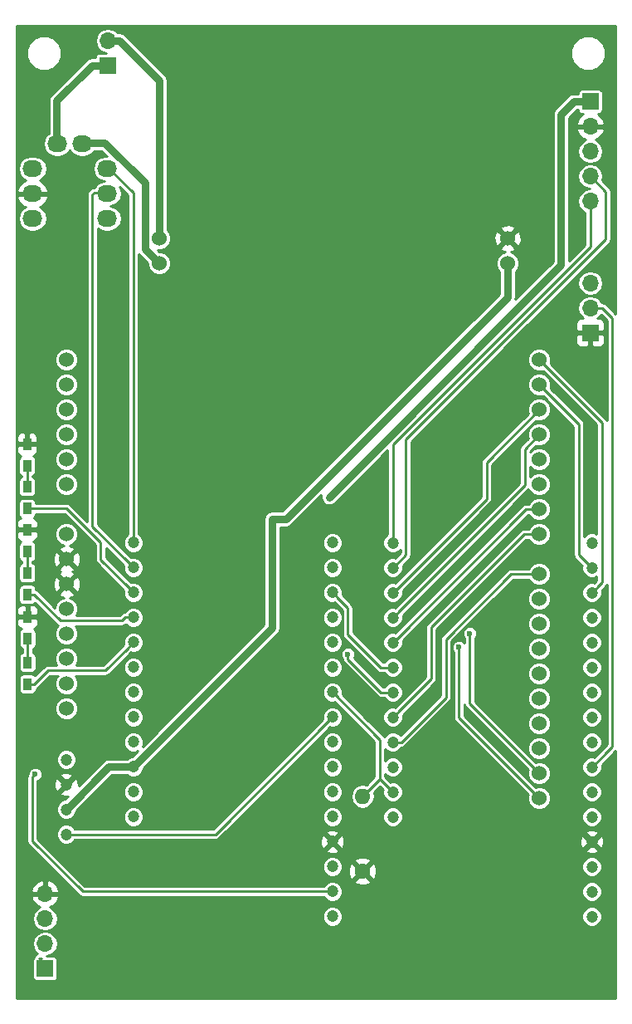
<source format=gbr>
G04 #@! TF.FileFunction,Copper,L1,Top,Signal*
%FSLAX46Y46*%
G04 Gerber Fmt 4.6, Leading zero omitted, Abs format (unit mm)*
G04 Created by KiCad (PCBNEW 4.0.5) date 03/27/17 13:57:13*
%MOMM*%
%LPD*%
G01*
G04 APERTURE LIST*
%ADD10C,0.100000*%
%ADD11C,1.200000*%
%ADD12C,1.524000*%
%ADD13R,1.700000X1.700000*%
%ADD14O,1.700000X1.700000*%
%ADD15C,1.600000*%
%ADD16O,1.600000X1.600000*%
%ADD17R,0.900000X1.200000*%
%ADD18O,2.032000X1.727200*%
%ADD19C,0.600000*%
%ADD20C,0.250000*%
%ADD21C,0.800000*%
%ADD22C,0.254000*%
G04 APERTURE END LIST*
D10*
D11*
X82670000Y-141240000D03*
X82670000Y-138700000D03*
X82670000Y-136160000D03*
X82670000Y-133620000D03*
X62350000Y-131080000D03*
X82670000Y-131080000D03*
X62350000Y-128540000D03*
X82670000Y-128540000D03*
X62350000Y-126000000D03*
X82670000Y-126000000D03*
X62350000Y-123460000D03*
X82670000Y-123460000D03*
X62350000Y-120920000D03*
X82670000Y-120920000D03*
X62350000Y-118380000D03*
X82670000Y-118380000D03*
X62350000Y-115840000D03*
X82670000Y-115840000D03*
X62350000Y-113300000D03*
X82670000Y-113300000D03*
X62350000Y-110760000D03*
X82670000Y-110760000D03*
X62350000Y-108220000D03*
X82670000Y-108220000D03*
X62350000Y-105680000D03*
X82670000Y-105680000D03*
X62350000Y-103140000D03*
X82670000Y-103140000D03*
D12*
X65000000Y-74660000D03*
X65000000Y-72120000D03*
X100560000Y-72120000D03*
X100560000Y-74660000D03*
D11*
X109160000Y-141250000D03*
X109160000Y-138710000D03*
X109160000Y-136170000D03*
X109160000Y-133630000D03*
X88840000Y-131090000D03*
X109160000Y-131090000D03*
X88840000Y-128550000D03*
X109160000Y-128550000D03*
X88840000Y-126010000D03*
X109160000Y-126010000D03*
X88840000Y-123470000D03*
X109160000Y-123470000D03*
X88840000Y-120930000D03*
X109160000Y-120930000D03*
X88840000Y-118390000D03*
X109160000Y-118390000D03*
X88840000Y-115850000D03*
X109160000Y-115850000D03*
X88840000Y-113310000D03*
X109160000Y-113310000D03*
X88840000Y-110770000D03*
X109160000Y-110770000D03*
X88840000Y-108230000D03*
X109160000Y-108230000D03*
X88840000Y-105690000D03*
X109160000Y-105690000D03*
X88840000Y-103150000D03*
X109160000Y-103150000D03*
D13*
X109000000Y-58170000D03*
D14*
X109000000Y-60710000D03*
X109000000Y-63250000D03*
X109000000Y-65790000D03*
X109000000Y-68330000D03*
D15*
X85750000Y-136620000D03*
D16*
X85750000Y-129000000D03*
D11*
X55500000Y-125250000D03*
X55500000Y-127790000D03*
X55500000Y-130330000D03*
X55500000Y-132870000D03*
D12*
X55540000Y-84500000D03*
X55540000Y-87040000D03*
X55540000Y-89580000D03*
X55540000Y-97200000D03*
X55540000Y-94660000D03*
X55540000Y-92120000D03*
X55540000Y-102280000D03*
X55540000Y-104820000D03*
X55540000Y-107360000D03*
X55540000Y-112440000D03*
X55540000Y-114980000D03*
X103800000Y-84500000D03*
X103800000Y-87040000D03*
X103800000Y-89580000D03*
X103800000Y-92120000D03*
X103800000Y-94660000D03*
X103800000Y-97200000D03*
X103800000Y-99740000D03*
X103800000Y-102280000D03*
X103800000Y-106344000D03*
X103800000Y-108884000D03*
X103800000Y-111424000D03*
X103800000Y-113964000D03*
X103800000Y-116504000D03*
X103800000Y-119044000D03*
X103800000Y-121584000D03*
X103800000Y-124124000D03*
X55540000Y-109900000D03*
X103800000Y-126664000D03*
X103800000Y-129204000D03*
X55540000Y-117520000D03*
X55540000Y-120060000D03*
D13*
X109000000Y-81750000D03*
D14*
X109000000Y-79210000D03*
X109000000Y-76670000D03*
D17*
X51500000Y-93100000D03*
X51500000Y-95300000D03*
X51514580Y-101811994D03*
X51514580Y-104011994D03*
X51541598Y-110703572D03*
X51541598Y-112903572D03*
X51500000Y-99650000D03*
X51500000Y-97450000D03*
X51514580Y-108411994D03*
X51514580Y-106211994D03*
X51541598Y-117553572D03*
X51541598Y-115353572D03*
D13*
X59750000Y-54500000D03*
D14*
X59750000Y-51960000D03*
D18*
X59690000Y-65024000D03*
X59690000Y-67564000D03*
X59690000Y-70104000D03*
X57150000Y-62484000D03*
X54610000Y-62484000D03*
X52070000Y-65024000D03*
X52070000Y-67564000D03*
X52070000Y-70104000D03*
D13*
X53340000Y-146558000D03*
D14*
X53340000Y-144018000D03*
X53340000Y-141478000D03*
X53340000Y-138938000D03*
D19*
X77910000Y-100750000D03*
X76500000Y-100750000D03*
X106000000Y-70000000D03*
X82323762Y-98500000D03*
X96699990Y-112392040D03*
X95600000Y-113800000D03*
X84250000Y-114500000D03*
X52324000Y-126746000D03*
D20*
X53000000Y-145500000D02*
X52750000Y-145500000D01*
D21*
X54540000Y-62380000D02*
X54540000Y-58060000D01*
X54540000Y-58060000D02*
X58100000Y-54500000D01*
X58100000Y-54500000D02*
X59750000Y-54500000D01*
X65000000Y-74660000D02*
X63537999Y-73197999D01*
X63537999Y-73197999D02*
X63537999Y-66474321D01*
X63537999Y-66474321D02*
X59443678Y-62380000D01*
X59443678Y-62380000D02*
X57080000Y-62380000D01*
X100560000Y-74660000D02*
X100560000Y-78100000D01*
X100560000Y-78100000D02*
X77910000Y-100750000D01*
X76500000Y-100750000D02*
X77910000Y-100750000D01*
X76500000Y-100750000D02*
X76500000Y-102250000D01*
X76500000Y-102250000D02*
X76500000Y-111850000D01*
X55500000Y-130330000D02*
X59830000Y-126000000D01*
X59830000Y-126000000D02*
X62350000Y-126000000D01*
X76500000Y-111850000D02*
X62350000Y-126000000D01*
D20*
X62350000Y-103140000D02*
X62350000Y-67497600D01*
X62350000Y-67497600D02*
X59772400Y-64920000D01*
X59772400Y-64920000D02*
X59620000Y-64920000D01*
X59620000Y-67460000D02*
X58354000Y-67460000D01*
X58354000Y-67460000D02*
X58178990Y-67635010D01*
X58178990Y-67635010D02*
X58178990Y-101508990D01*
X58178990Y-101508990D02*
X61750001Y-105080001D01*
X61750001Y-105080001D02*
X62350000Y-105680000D01*
X82670000Y-120920000D02*
X70720000Y-132870000D01*
X70720000Y-132870000D02*
X55500000Y-132870000D01*
X87514999Y-127224999D02*
X87514999Y-123224999D01*
X87514999Y-123224999D02*
X82670000Y-118380000D01*
X85750000Y-129000000D02*
X86549999Y-128200001D01*
X86549999Y-128200001D02*
X86549999Y-128189999D01*
X86549999Y-128189999D02*
X87514999Y-127224999D01*
X88840000Y-128550000D02*
X87514999Y-127224999D01*
X53000000Y-143500000D02*
X52750000Y-143500000D01*
D21*
X106000000Y-70000000D02*
X106000000Y-59520000D01*
X106000000Y-59520000D02*
X107350000Y-58170000D01*
X107350000Y-58170000D02*
X109000000Y-58170000D01*
X106000000Y-70000000D02*
X106000000Y-73500000D01*
X106000000Y-74823762D02*
X106000000Y-73924264D01*
X106000000Y-73924264D02*
X106000000Y-73500000D01*
X82323762Y-98500000D02*
X106000000Y-74823762D01*
D20*
X109759999Y-107630001D02*
X109160000Y-108230000D01*
X110185001Y-90885001D02*
X110185001Y-107204999D01*
X103800000Y-84500000D02*
X110185001Y-90885001D01*
X110185001Y-107204999D02*
X109759999Y-107630001D01*
X104561999Y-87801999D02*
X103800000Y-87040000D01*
X107834999Y-91074999D02*
X104561999Y-87801999D01*
X107834999Y-104364999D02*
X107834999Y-91074999D01*
X109160000Y-105690000D02*
X107834999Y-104364999D01*
X88840000Y-108230000D02*
X98400000Y-98670000D01*
X98400000Y-98670000D02*
X98400000Y-94980000D01*
X98400000Y-94980000D02*
X103800000Y-89580000D01*
X103800000Y-92120000D02*
X102312999Y-93607001D01*
X102312999Y-93607001D02*
X102312999Y-97297001D01*
X89439999Y-110170001D02*
X88840000Y-110770000D01*
X102312999Y-97297001D02*
X89439999Y-110170001D01*
X102410000Y-99740000D02*
X103800000Y-99740000D01*
X88840000Y-113310000D02*
X102410000Y-99740000D01*
X103800000Y-102280000D02*
X102220000Y-102280000D01*
X102220000Y-102280000D02*
X92750000Y-111750000D01*
X92750000Y-111750000D02*
X92750000Y-117020000D01*
X92750000Y-117020000D02*
X89439999Y-120330001D01*
X88840000Y-120930000D02*
X89439999Y-120330001D01*
X89439999Y-120330001D02*
X89439999Y-120310001D01*
X94250000Y-118908528D02*
X94250000Y-112980000D01*
X94250000Y-112980000D02*
X100886000Y-106344000D01*
X88840000Y-123470000D02*
X89688528Y-123470000D01*
X89688528Y-123470000D02*
X94250000Y-118908528D01*
X100886000Y-106344000D02*
X103800000Y-106344000D01*
X109000000Y-72990502D02*
X109000000Y-68330000D01*
X88840000Y-93150502D02*
X109000000Y-72990502D01*
X88840000Y-103150000D02*
X88840000Y-93150502D01*
X96699990Y-119563990D02*
X96699990Y-112816304D01*
X96699990Y-112816304D02*
X96699990Y-112392040D01*
X103800000Y-126664000D02*
X96699990Y-119563990D01*
X110575001Y-72193333D02*
X110575001Y-67365001D01*
X110575001Y-67365001D02*
X109000000Y-65790000D01*
X90165001Y-104364999D02*
X90165001Y-92603333D01*
X88840000Y-105690000D02*
X90165001Y-104364999D01*
X90165001Y-92603333D02*
X110575001Y-72193333D01*
X103800000Y-129204000D02*
X95600000Y-121004000D01*
X95600000Y-121004000D02*
X95600000Y-113800000D01*
X87640000Y-118390000D02*
X84250000Y-115000000D01*
X84250000Y-115000000D02*
X84250000Y-114500000D01*
X88840000Y-118390000D02*
X87640000Y-118390000D01*
X84250000Y-112500000D02*
X84250000Y-109800000D01*
X84250000Y-109800000D02*
X83269999Y-108819999D01*
X87600000Y-115850000D02*
X84250000Y-112500000D01*
X88840000Y-115850000D02*
X87600000Y-115850000D01*
X83269999Y-108819999D02*
X82670000Y-108220000D01*
X111250000Y-80257919D02*
X111250000Y-123920000D01*
X111250000Y-123920000D02*
X110735012Y-124434988D01*
X109000000Y-79210000D02*
X110202081Y-79210000D01*
X110202081Y-79210000D02*
X111250000Y-80257919D01*
X109160000Y-126010000D02*
X110735012Y-124434988D01*
X51500000Y-95300000D02*
X51500000Y-97450000D01*
X51514580Y-104011994D02*
X51514580Y-106211994D01*
X51541598Y-115353572D02*
X51541598Y-112903572D01*
X55542168Y-99650000D02*
X59000000Y-103107832D01*
X51500000Y-99650000D02*
X55542168Y-99650000D01*
X61750001Y-107620001D02*
X62350000Y-108220000D01*
X59000000Y-103107832D02*
X59000000Y-104870000D01*
X59000000Y-104870000D02*
X61750001Y-107620001D01*
X62350000Y-110760000D02*
X61501472Y-110760000D01*
X61501472Y-110760000D02*
X61174471Y-111087001D01*
X52214580Y-108411994D02*
X51514580Y-108411994D01*
X61174471Y-111087001D02*
X54889587Y-111087001D01*
X54889587Y-111087001D02*
X52214580Y-108411994D01*
X51541598Y-117553572D02*
X52241598Y-117553572D01*
X52241598Y-117553572D02*
X53628169Y-116167001D01*
X53628169Y-116167001D02*
X59482999Y-116167001D01*
X59482999Y-116167001D02*
X61750001Y-113899999D01*
X61750001Y-113899999D02*
X62350000Y-113300000D01*
D21*
X65000000Y-72120000D02*
X65000000Y-56007919D01*
X65000000Y-56007919D02*
X60952081Y-51960000D01*
X60952081Y-51960000D02*
X59750000Y-51960000D01*
D20*
X52024001Y-133558001D02*
X57166000Y-138700000D01*
X57166000Y-138700000D02*
X82670000Y-138700000D01*
X52324000Y-126746000D02*
X52024001Y-127045999D01*
X52024001Y-127045999D02*
X52024001Y-133558001D01*
D22*
G36*
X111594800Y-79822073D02*
X110592404Y-78819677D01*
X110413323Y-78700018D01*
X110202081Y-78658000D01*
X110162508Y-78658000D01*
X109927993Y-78307025D01*
X109513705Y-78030206D01*
X109060209Y-77940000D01*
X109513705Y-77849794D01*
X109927993Y-77572975D01*
X110204812Y-77158687D01*
X110302018Y-76670000D01*
X110204812Y-76181313D01*
X109927993Y-75767025D01*
X109513705Y-75490206D01*
X109025018Y-75393000D01*
X108974982Y-75393000D01*
X108486295Y-75490206D01*
X108072007Y-75767025D01*
X107795188Y-76181313D01*
X107697982Y-76670000D01*
X107795188Y-77158687D01*
X108072007Y-77572975D01*
X108486295Y-77849794D01*
X108939791Y-77940000D01*
X108486295Y-78030206D01*
X108072007Y-78307025D01*
X107795188Y-78721313D01*
X107697982Y-79210000D01*
X107795188Y-79698687D01*
X108072007Y-80112975D01*
X108299528Y-80265000D01*
X108023691Y-80265000D01*
X107790302Y-80361673D01*
X107611673Y-80540301D01*
X107515000Y-80773690D01*
X107515000Y-81464250D01*
X107673750Y-81623000D01*
X108873000Y-81623000D01*
X108873000Y-81603000D01*
X109127000Y-81603000D01*
X109127000Y-81623000D01*
X110326250Y-81623000D01*
X110485000Y-81464250D01*
X110485000Y-80773690D01*
X110388327Y-80540301D01*
X110209698Y-80361673D01*
X109976309Y-80265000D01*
X109700472Y-80265000D01*
X109927993Y-80112975D01*
X110086776Y-79875341D01*
X110698000Y-80486565D01*
X110698000Y-90688928D01*
X110694983Y-90673760D01*
X110694983Y-90673759D01*
X110575324Y-90494678D01*
X104938737Y-84858091D01*
X104988793Y-84737544D01*
X104989206Y-84264531D01*
X104808573Y-83827365D01*
X104474394Y-83492603D01*
X104037544Y-83311207D01*
X103564531Y-83310794D01*
X103127365Y-83491427D01*
X102792603Y-83825606D01*
X102611207Y-84262456D01*
X102610794Y-84735469D01*
X102791427Y-85172635D01*
X103125606Y-85507397D01*
X103562456Y-85688793D01*
X104035469Y-85689206D01*
X104157951Y-85638597D01*
X109633001Y-91113647D01*
X109633001Y-102234389D01*
X109365179Y-102123179D01*
X108956613Y-102122822D01*
X108579011Y-102278844D01*
X108386999Y-102470522D01*
X108386999Y-91074999D01*
X108358315Y-90930794D01*
X108344981Y-90863757D01*
X108225322Y-90684676D01*
X104938737Y-87398091D01*
X104988793Y-87277544D01*
X104989206Y-86804531D01*
X104808573Y-86367365D01*
X104474394Y-86032603D01*
X104037544Y-85851207D01*
X103564531Y-85850794D01*
X103127365Y-86031427D01*
X102792603Y-86365606D01*
X102611207Y-86802456D01*
X102610794Y-87275469D01*
X102791427Y-87712635D01*
X103125606Y-88047397D01*
X103562456Y-88228793D01*
X104035469Y-88229206D01*
X104157951Y-88178597D01*
X107282999Y-91303645D01*
X107282999Y-104364999D01*
X107325017Y-104576241D01*
X107444676Y-104755322D01*
X108145207Y-105455853D01*
X108133179Y-105484821D01*
X108132822Y-105893387D01*
X108288844Y-106270989D01*
X108577492Y-106560140D01*
X108954821Y-106716821D01*
X109363387Y-106717178D01*
X109633001Y-106605776D01*
X109633001Y-106976353D01*
X109394147Y-107215207D01*
X109365179Y-107203179D01*
X108956613Y-107202822D01*
X108579011Y-107358844D01*
X108289860Y-107647492D01*
X108133179Y-108024821D01*
X108132822Y-108433387D01*
X108288844Y-108810989D01*
X108577492Y-109100140D01*
X108954821Y-109256821D01*
X109363387Y-109257178D01*
X109740989Y-109101156D01*
X110030140Y-108812508D01*
X110186821Y-108435179D01*
X110187178Y-108026613D01*
X110174563Y-107996083D01*
X110575324Y-107595322D01*
X110694983Y-107416240D01*
X110698000Y-107401072D01*
X110698000Y-123691354D01*
X109394147Y-124995207D01*
X109365179Y-124983179D01*
X108956613Y-124982822D01*
X108579011Y-125138844D01*
X108289860Y-125427492D01*
X108133179Y-125804821D01*
X108132822Y-126213387D01*
X108288844Y-126590989D01*
X108577492Y-126880140D01*
X108954821Y-127036821D01*
X109363387Y-127037178D01*
X109740989Y-126881156D01*
X110030140Y-126592508D01*
X110186821Y-126215179D01*
X110187178Y-125806613D01*
X110174563Y-125776083D01*
X111594800Y-124355846D01*
X111594800Y-149594800D01*
X50405200Y-149594800D01*
X50405200Y-139294890D01*
X51898524Y-139294890D01*
X52068355Y-139704924D01*
X52458642Y-140133183D01*
X52819583Y-140302691D01*
X52412007Y-140575025D01*
X52135188Y-140989313D01*
X52037982Y-141478000D01*
X52135188Y-141966687D01*
X52412007Y-142380975D01*
X52826295Y-142657794D01*
X53279791Y-142748000D01*
X52826295Y-142838206D01*
X52624667Y-142972930D01*
X52538759Y-142990018D01*
X52359677Y-143109677D01*
X52240018Y-143288759D01*
X52216322Y-143407887D01*
X52135188Y-143529313D01*
X52037982Y-144018000D01*
X52135188Y-144506687D01*
X52412007Y-144920975D01*
X52527048Y-144997843D01*
X52359677Y-145109677D01*
X52240018Y-145288759D01*
X52223438Y-145372115D01*
X52186433Y-145395927D01*
X52088936Y-145538619D01*
X52054635Y-145708000D01*
X52054635Y-147408000D01*
X52084409Y-147566237D01*
X52177927Y-147711567D01*
X52320619Y-147809064D01*
X52490000Y-147843365D01*
X54190000Y-147843365D01*
X54348237Y-147813591D01*
X54493567Y-147720073D01*
X54591064Y-147577381D01*
X54625365Y-147408000D01*
X54625365Y-145708000D01*
X54595591Y-145549763D01*
X54502073Y-145404433D01*
X54359381Y-145306936D01*
X54190000Y-145272635D01*
X53499208Y-145272635D01*
X53496656Y-145268816D01*
X53853705Y-145197794D01*
X54267993Y-144920975D01*
X54544812Y-144506687D01*
X54642018Y-144018000D01*
X54544812Y-143529313D01*
X54267993Y-143115025D01*
X53853705Y-142838206D01*
X53400209Y-142748000D01*
X53853705Y-142657794D01*
X54267993Y-142380975D01*
X54544812Y-141966687D01*
X54642018Y-141478000D01*
X54635134Y-141443387D01*
X81642822Y-141443387D01*
X81798844Y-141820989D01*
X82087492Y-142110140D01*
X82464821Y-142266821D01*
X82873387Y-142267178D01*
X83250989Y-142111156D01*
X83540140Y-141822508D01*
X83693412Y-141453387D01*
X108132822Y-141453387D01*
X108288844Y-141830989D01*
X108577492Y-142120140D01*
X108954821Y-142276821D01*
X109363387Y-142277178D01*
X109740989Y-142121156D01*
X110030140Y-141832508D01*
X110186821Y-141455179D01*
X110187178Y-141046613D01*
X110031156Y-140669011D01*
X109742508Y-140379860D01*
X109365179Y-140223179D01*
X108956613Y-140222822D01*
X108579011Y-140378844D01*
X108289860Y-140667492D01*
X108133179Y-141044821D01*
X108132822Y-141453387D01*
X83693412Y-141453387D01*
X83696821Y-141445179D01*
X83697178Y-141036613D01*
X83541156Y-140659011D01*
X83252508Y-140369860D01*
X82875179Y-140213179D01*
X82466613Y-140212822D01*
X82089011Y-140368844D01*
X81799860Y-140657492D01*
X81643179Y-141034821D01*
X81642822Y-141443387D01*
X54635134Y-141443387D01*
X54544812Y-140989313D01*
X54267993Y-140575025D01*
X53860417Y-140302691D01*
X54221358Y-140133183D01*
X54611645Y-139704924D01*
X54781476Y-139294890D01*
X54660155Y-139065000D01*
X53467000Y-139065000D01*
X53467000Y-139085000D01*
X53213000Y-139085000D01*
X53213000Y-139065000D01*
X52019845Y-139065000D01*
X51898524Y-139294890D01*
X50405200Y-139294890D01*
X50405200Y-138581110D01*
X51898524Y-138581110D01*
X52019845Y-138811000D01*
X53213000Y-138811000D01*
X53213000Y-137617181D01*
X53467000Y-137617181D01*
X53467000Y-138811000D01*
X54660155Y-138811000D01*
X54781476Y-138581110D01*
X54611645Y-138171076D01*
X54221358Y-137742817D01*
X53696892Y-137496514D01*
X53467000Y-137617181D01*
X53213000Y-137617181D01*
X52983108Y-137496514D01*
X52458642Y-137742817D01*
X52068355Y-138171076D01*
X51898524Y-138581110D01*
X50405200Y-138581110D01*
X50405200Y-127045999D01*
X51472001Y-127045999D01*
X51472001Y-133558001D01*
X51514019Y-133769243D01*
X51633678Y-133948324D01*
X56775677Y-139090323D01*
X56954758Y-139209982D01*
X57166000Y-139252000D01*
X81786866Y-139252000D01*
X81798844Y-139280989D01*
X82087492Y-139570140D01*
X82464821Y-139726821D01*
X82873387Y-139727178D01*
X83250989Y-139571156D01*
X83540140Y-139282508D01*
X83693412Y-138913387D01*
X108132822Y-138913387D01*
X108288844Y-139290989D01*
X108577492Y-139580140D01*
X108954821Y-139736821D01*
X109363387Y-139737178D01*
X109740989Y-139581156D01*
X110030140Y-139292508D01*
X110186821Y-138915179D01*
X110187178Y-138506613D01*
X110031156Y-138129011D01*
X109742508Y-137839860D01*
X109365179Y-137683179D01*
X108956613Y-137682822D01*
X108579011Y-137838844D01*
X108289860Y-138127492D01*
X108133179Y-138504821D01*
X108132822Y-138913387D01*
X83693412Y-138913387D01*
X83696821Y-138905179D01*
X83697178Y-138496613D01*
X83541156Y-138119011D01*
X83252508Y-137829860D01*
X82875179Y-137673179D01*
X82466613Y-137672822D01*
X82089011Y-137828844D01*
X81799860Y-138117492D01*
X81787192Y-138148000D01*
X57394646Y-138148000D01*
X56874391Y-137627745D01*
X84921861Y-137627745D01*
X84995995Y-137873864D01*
X85533223Y-138066965D01*
X86103454Y-138039778D01*
X86504005Y-137873864D01*
X86578139Y-137627745D01*
X85750000Y-136799605D01*
X84921861Y-137627745D01*
X56874391Y-137627745D01*
X55610033Y-136363387D01*
X81642822Y-136363387D01*
X81798844Y-136740989D01*
X82087492Y-137030140D01*
X82464821Y-137186821D01*
X82873387Y-137187178D01*
X83250989Y-137031156D01*
X83540140Y-136742508D01*
X83681023Y-136403223D01*
X84303035Y-136403223D01*
X84330222Y-136973454D01*
X84496136Y-137374005D01*
X84742255Y-137448139D01*
X85570395Y-136620000D01*
X85929605Y-136620000D01*
X86757745Y-137448139D01*
X87003864Y-137374005D01*
X87196965Y-136836777D01*
X87174872Y-136373387D01*
X108132822Y-136373387D01*
X108288844Y-136750989D01*
X108577492Y-137040140D01*
X108954821Y-137196821D01*
X109363387Y-137197178D01*
X109740989Y-137041156D01*
X110030140Y-136752508D01*
X110186821Y-136375179D01*
X110187178Y-135966613D01*
X110031156Y-135589011D01*
X109742508Y-135299860D01*
X109365179Y-135143179D01*
X108956613Y-135142822D01*
X108579011Y-135298844D01*
X108289860Y-135587492D01*
X108133179Y-135964821D01*
X108132822Y-136373387D01*
X87174872Y-136373387D01*
X87169778Y-136266546D01*
X87003864Y-135865995D01*
X86757745Y-135791861D01*
X85929605Y-136620000D01*
X85570395Y-136620000D01*
X84742255Y-135791861D01*
X84496136Y-135865995D01*
X84303035Y-136403223D01*
X83681023Y-136403223D01*
X83696821Y-136365179D01*
X83697178Y-135956613D01*
X83554893Y-135612255D01*
X84921861Y-135612255D01*
X85750000Y-136440395D01*
X86578139Y-135612255D01*
X86504005Y-135366136D01*
X85966777Y-135173035D01*
X85396546Y-135200222D01*
X84995995Y-135366136D01*
X84921861Y-135612255D01*
X83554893Y-135612255D01*
X83541156Y-135579011D01*
X83252508Y-135289860D01*
X82875179Y-135133179D01*
X82466613Y-135132822D01*
X82089011Y-135288844D01*
X81799860Y-135577492D01*
X81643179Y-135954821D01*
X81642822Y-136363387D01*
X55610033Y-136363387D01*
X53729381Y-134482735D01*
X81986870Y-134482735D01*
X82036383Y-134708164D01*
X82501036Y-134867807D01*
X82991413Y-134837482D01*
X83303617Y-134708164D01*
X83350933Y-134492735D01*
X108476870Y-134492735D01*
X108526383Y-134718164D01*
X108991036Y-134877807D01*
X109481413Y-134847482D01*
X109793617Y-134718164D01*
X109843130Y-134492735D01*
X109160000Y-133809605D01*
X108476870Y-134492735D01*
X83350933Y-134492735D01*
X83353130Y-134482735D01*
X82670000Y-133799605D01*
X81986870Y-134482735D01*
X53729381Y-134482735D01*
X52576001Y-133329355D01*
X52576001Y-133073387D01*
X54472822Y-133073387D01*
X54628844Y-133450989D01*
X54917492Y-133740140D01*
X55294821Y-133896821D01*
X55703387Y-133897178D01*
X56080989Y-133741156D01*
X56370140Y-133452508D01*
X56370751Y-133451036D01*
X81422193Y-133451036D01*
X81452518Y-133941413D01*
X81581836Y-134253617D01*
X81807265Y-134303130D01*
X82490395Y-133620000D01*
X82849605Y-133620000D01*
X83532735Y-134303130D01*
X83758164Y-134253617D01*
X83917807Y-133788964D01*
X83897528Y-133461036D01*
X107912193Y-133461036D01*
X107942518Y-133951413D01*
X108071836Y-134263617D01*
X108297265Y-134313130D01*
X108980395Y-133630000D01*
X109339605Y-133630000D01*
X110022735Y-134313130D01*
X110248164Y-134263617D01*
X110407807Y-133798964D01*
X110377482Y-133308587D01*
X110248164Y-132996383D01*
X110022735Y-132946870D01*
X109339605Y-133630000D01*
X108980395Y-133630000D01*
X108297265Y-132946870D01*
X108071836Y-132996383D01*
X107912193Y-133461036D01*
X83897528Y-133461036D01*
X83887482Y-133298587D01*
X83758164Y-132986383D01*
X83532735Y-132936870D01*
X82849605Y-133620000D01*
X82490395Y-133620000D01*
X81807265Y-132936870D01*
X81581836Y-132986383D01*
X81422193Y-133451036D01*
X56370751Y-133451036D01*
X56382808Y-133422000D01*
X70720000Y-133422000D01*
X70931242Y-133379982D01*
X71110323Y-133260323D01*
X71613381Y-132757265D01*
X81986870Y-132757265D01*
X82670000Y-133440395D01*
X83343130Y-132767265D01*
X108476870Y-132767265D01*
X109160000Y-133450395D01*
X109843130Y-132767265D01*
X109793617Y-132541836D01*
X109328964Y-132382193D01*
X108838587Y-132412518D01*
X108526383Y-132541836D01*
X108476870Y-132767265D01*
X83343130Y-132767265D01*
X83353130Y-132757265D01*
X83303617Y-132531836D01*
X82838964Y-132372193D01*
X82348587Y-132402518D01*
X82036383Y-132531836D01*
X81986870Y-132757265D01*
X71613381Y-132757265D01*
X73087259Y-131283387D01*
X81642822Y-131283387D01*
X81798844Y-131660989D01*
X82087492Y-131950140D01*
X82464821Y-132106821D01*
X82873387Y-132107178D01*
X83250989Y-131951156D01*
X83540140Y-131662508D01*
X83693412Y-131293387D01*
X87812822Y-131293387D01*
X87968844Y-131670989D01*
X88257492Y-131960140D01*
X88634821Y-132116821D01*
X89043387Y-132117178D01*
X89420989Y-131961156D01*
X89710140Y-131672508D01*
X89866821Y-131295179D01*
X89866822Y-131293387D01*
X108132822Y-131293387D01*
X108288844Y-131670989D01*
X108577492Y-131960140D01*
X108954821Y-132116821D01*
X109363387Y-132117178D01*
X109740989Y-131961156D01*
X110030140Y-131672508D01*
X110186821Y-131295179D01*
X110187178Y-130886613D01*
X110031156Y-130509011D01*
X109742508Y-130219860D01*
X109365179Y-130063179D01*
X108956613Y-130062822D01*
X108579011Y-130218844D01*
X108289860Y-130507492D01*
X108133179Y-130884821D01*
X108132822Y-131293387D01*
X89866822Y-131293387D01*
X89867178Y-130886613D01*
X89711156Y-130509011D01*
X89422508Y-130219860D01*
X89045179Y-130063179D01*
X88636613Y-130062822D01*
X88259011Y-130218844D01*
X87969860Y-130507492D01*
X87813179Y-130884821D01*
X87812822Y-131293387D01*
X83693412Y-131293387D01*
X83696821Y-131285179D01*
X83697178Y-130876613D01*
X83541156Y-130499011D01*
X83252508Y-130209860D01*
X82875179Y-130053179D01*
X82466613Y-130052822D01*
X82089011Y-130208844D01*
X81799860Y-130497492D01*
X81643179Y-130874821D01*
X81642822Y-131283387D01*
X73087259Y-131283387D01*
X75627259Y-128743387D01*
X81642822Y-128743387D01*
X81798844Y-129120989D01*
X82087492Y-129410140D01*
X82464821Y-129566821D01*
X82873387Y-129567178D01*
X83250989Y-129411156D01*
X83540140Y-129122508D01*
X83696821Y-128745179D01*
X83697178Y-128336613D01*
X83541156Y-127959011D01*
X83252508Y-127669860D01*
X82875179Y-127513179D01*
X82466613Y-127512822D01*
X82089011Y-127668844D01*
X81799860Y-127957492D01*
X81643179Y-128334821D01*
X81642822Y-128743387D01*
X75627259Y-128743387D01*
X78167259Y-126203387D01*
X81642822Y-126203387D01*
X81798844Y-126580989D01*
X82087492Y-126870140D01*
X82464821Y-127026821D01*
X82873387Y-127027178D01*
X83250989Y-126871156D01*
X83540140Y-126582508D01*
X83696821Y-126205179D01*
X83697178Y-125796613D01*
X83541156Y-125419011D01*
X83252508Y-125129860D01*
X82875179Y-124973179D01*
X82466613Y-124972822D01*
X82089011Y-125128844D01*
X81799860Y-125417492D01*
X81643179Y-125794821D01*
X81642822Y-126203387D01*
X78167259Y-126203387D01*
X80707259Y-123663387D01*
X81642822Y-123663387D01*
X81798844Y-124040989D01*
X82087492Y-124330140D01*
X82464821Y-124486821D01*
X82873387Y-124487178D01*
X83250989Y-124331156D01*
X83540140Y-124042508D01*
X83696821Y-123665179D01*
X83697178Y-123256613D01*
X83541156Y-122879011D01*
X83252508Y-122589860D01*
X82875179Y-122433179D01*
X82466613Y-122432822D01*
X82089011Y-122588844D01*
X81799860Y-122877492D01*
X81643179Y-123254821D01*
X81642822Y-123663387D01*
X80707259Y-123663387D01*
X82435853Y-121934793D01*
X82464821Y-121946821D01*
X82873387Y-121947178D01*
X83250989Y-121791156D01*
X83540140Y-121502508D01*
X83696821Y-121125179D01*
X83697178Y-120716613D01*
X83541156Y-120339011D01*
X83252508Y-120049860D01*
X82875179Y-119893179D01*
X82466613Y-119892822D01*
X82089011Y-120048844D01*
X81799860Y-120337492D01*
X81643179Y-120714821D01*
X81642822Y-121123387D01*
X81655437Y-121153917D01*
X70491354Y-132318000D01*
X56383134Y-132318000D01*
X56371156Y-132289011D01*
X56082508Y-131999860D01*
X55705179Y-131843179D01*
X55296613Y-131842822D01*
X54919011Y-131998844D01*
X54629860Y-132287492D01*
X54473179Y-132664821D01*
X54472822Y-133073387D01*
X52576001Y-133073387D01*
X52576001Y-130533387D01*
X54472822Y-130533387D01*
X54628844Y-130910989D01*
X54917492Y-131200140D01*
X55294821Y-131356821D01*
X55703387Y-131357178D01*
X55881974Y-131283387D01*
X61322822Y-131283387D01*
X61478844Y-131660989D01*
X61767492Y-131950140D01*
X62144821Y-132106821D01*
X62553387Y-132107178D01*
X62930989Y-131951156D01*
X63220140Y-131662508D01*
X63376821Y-131285179D01*
X63377178Y-130876613D01*
X63221156Y-130499011D01*
X62932508Y-130209860D01*
X62555179Y-130053179D01*
X62146613Y-130052822D01*
X61769011Y-130208844D01*
X61479860Y-130497492D01*
X61323179Y-130874821D01*
X61322822Y-131283387D01*
X55881974Y-131283387D01*
X56080989Y-131201156D01*
X56370140Y-130912508D01*
X56526821Y-130535179D01*
X56526876Y-130472678D01*
X58256167Y-128743387D01*
X61322822Y-128743387D01*
X61478844Y-129120989D01*
X61767492Y-129410140D01*
X62144821Y-129566821D01*
X62553387Y-129567178D01*
X62930989Y-129411156D01*
X63220140Y-129122508D01*
X63376821Y-128745179D01*
X63377178Y-128336613D01*
X63221156Y-127959011D01*
X62932508Y-127669860D01*
X62555179Y-127513179D01*
X62146613Y-127512822D01*
X61769011Y-127668844D01*
X61479860Y-127957492D01*
X61323179Y-128334821D01*
X61322822Y-128743387D01*
X58256167Y-128743387D01*
X60172555Y-126827000D01*
X61724427Y-126827000D01*
X61767492Y-126870140D01*
X62144821Y-127026821D01*
X62553387Y-127027178D01*
X62930989Y-126871156D01*
X63220140Y-126582508D01*
X63376821Y-126205179D01*
X63376876Y-126142678D01*
X70936167Y-118583387D01*
X81642822Y-118583387D01*
X81798844Y-118960989D01*
X82087492Y-119250140D01*
X82464821Y-119406821D01*
X82873387Y-119407178D01*
X82903917Y-119394563D01*
X86962999Y-123453645D01*
X86962999Y-126996353D01*
X86159676Y-127799676D01*
X86141525Y-127826841D01*
X85750000Y-127748962D01*
X85280447Y-127842362D01*
X84882380Y-128108342D01*
X84616400Y-128506409D01*
X84523000Y-128975962D01*
X84523000Y-129024038D01*
X84616400Y-129493591D01*
X84882380Y-129891658D01*
X85280447Y-130157638D01*
X85750000Y-130251038D01*
X86219553Y-130157638D01*
X86617620Y-129891658D01*
X86883600Y-129493591D01*
X86977000Y-129024038D01*
X86977000Y-128975962D01*
X86906933Y-128623713D01*
X86940322Y-128590324D01*
X86960463Y-128560181D01*
X87514999Y-128005645D01*
X87825207Y-128315853D01*
X87813179Y-128344821D01*
X87812822Y-128753387D01*
X87968844Y-129130989D01*
X88257492Y-129420140D01*
X88634821Y-129576821D01*
X89043387Y-129577178D01*
X89420989Y-129421156D01*
X89710140Y-129132508D01*
X89866821Y-128755179D01*
X89867178Y-128346613D01*
X89711156Y-127969011D01*
X89422508Y-127679860D01*
X89045179Y-127523179D01*
X88636613Y-127522822D01*
X88606083Y-127535437D01*
X88066999Y-126996353D01*
X88066999Y-126689315D01*
X88257492Y-126880140D01*
X88634821Y-127036821D01*
X89043387Y-127037178D01*
X89420989Y-126881156D01*
X89710140Y-126592508D01*
X89866821Y-126215179D01*
X89867178Y-125806613D01*
X89711156Y-125429011D01*
X89422508Y-125139860D01*
X89045179Y-124983179D01*
X88636613Y-124982822D01*
X88259011Y-125138844D01*
X88066999Y-125330522D01*
X88066999Y-124149315D01*
X88257492Y-124340140D01*
X88634821Y-124496821D01*
X89043387Y-124497178D01*
X89420989Y-124341156D01*
X89710140Y-124052508D01*
X89725894Y-124014567D01*
X89899770Y-123979982D01*
X90078851Y-123860323D01*
X94640323Y-119298851D01*
X94759982Y-119119769D01*
X94802000Y-118908528D01*
X94802000Y-113943975D01*
X94872874Y-113943975D01*
X94983320Y-114211275D01*
X95048000Y-114276068D01*
X95048000Y-121004000D01*
X95090018Y-121215242D01*
X95209677Y-121394323D01*
X102661263Y-128845909D01*
X102611207Y-128966456D01*
X102610794Y-129439469D01*
X102791427Y-129876635D01*
X103125606Y-130211397D01*
X103562456Y-130392793D01*
X104035469Y-130393206D01*
X104472635Y-130212573D01*
X104807397Y-129878394D01*
X104988793Y-129441544D01*
X104989206Y-128968531D01*
X104900311Y-128753387D01*
X108132822Y-128753387D01*
X108288844Y-129130989D01*
X108577492Y-129420140D01*
X108954821Y-129576821D01*
X109363387Y-129577178D01*
X109740989Y-129421156D01*
X110030140Y-129132508D01*
X110186821Y-128755179D01*
X110187178Y-128346613D01*
X110031156Y-127969011D01*
X109742508Y-127679860D01*
X109365179Y-127523179D01*
X108956613Y-127522822D01*
X108579011Y-127678844D01*
X108289860Y-127967492D01*
X108133179Y-128344821D01*
X108132822Y-128753387D01*
X104900311Y-128753387D01*
X104808573Y-128531365D01*
X104474394Y-128196603D01*
X104037544Y-128015207D01*
X103564531Y-128014794D01*
X103442049Y-128065403D01*
X96152000Y-120775354D01*
X96152000Y-119584150D01*
X96190008Y-119775232D01*
X96309667Y-119954313D01*
X102661263Y-126305909D01*
X102611207Y-126426456D01*
X102610794Y-126899469D01*
X102791427Y-127336635D01*
X103125606Y-127671397D01*
X103562456Y-127852793D01*
X104035469Y-127853206D01*
X104472635Y-127672573D01*
X104807397Y-127338394D01*
X104988793Y-126901544D01*
X104989206Y-126428531D01*
X104808573Y-125991365D01*
X104474394Y-125656603D01*
X104037544Y-125475207D01*
X103564531Y-125474794D01*
X103442049Y-125525403D01*
X102276115Y-124359469D01*
X102610794Y-124359469D01*
X102791427Y-124796635D01*
X103125606Y-125131397D01*
X103562456Y-125312793D01*
X104035469Y-125313206D01*
X104472635Y-125132573D01*
X104807397Y-124798394D01*
X104988793Y-124361544D01*
X104989206Y-123888531D01*
X104900311Y-123673387D01*
X108132822Y-123673387D01*
X108288844Y-124050989D01*
X108577492Y-124340140D01*
X108954821Y-124496821D01*
X109363387Y-124497178D01*
X109740989Y-124341156D01*
X110030140Y-124052508D01*
X110186821Y-123675179D01*
X110187178Y-123266613D01*
X110031156Y-122889011D01*
X109742508Y-122599860D01*
X109365179Y-122443179D01*
X108956613Y-122442822D01*
X108579011Y-122598844D01*
X108289860Y-122887492D01*
X108133179Y-123264821D01*
X108132822Y-123673387D01*
X104900311Y-123673387D01*
X104808573Y-123451365D01*
X104474394Y-123116603D01*
X104037544Y-122935207D01*
X103564531Y-122934794D01*
X103127365Y-123115427D01*
X102792603Y-123449606D01*
X102611207Y-123886456D01*
X102610794Y-124359469D01*
X102276115Y-124359469D01*
X99736115Y-121819469D01*
X102610794Y-121819469D01*
X102791427Y-122256635D01*
X103125606Y-122591397D01*
X103562456Y-122772793D01*
X104035469Y-122773206D01*
X104472635Y-122592573D01*
X104807397Y-122258394D01*
X104988793Y-121821544D01*
X104989206Y-121348531D01*
X104900311Y-121133387D01*
X108132822Y-121133387D01*
X108288844Y-121510989D01*
X108577492Y-121800140D01*
X108954821Y-121956821D01*
X109363387Y-121957178D01*
X109740989Y-121801156D01*
X110030140Y-121512508D01*
X110186821Y-121135179D01*
X110187178Y-120726613D01*
X110031156Y-120349011D01*
X109742508Y-120059860D01*
X109365179Y-119903179D01*
X108956613Y-119902822D01*
X108579011Y-120058844D01*
X108289860Y-120347492D01*
X108133179Y-120724821D01*
X108132822Y-121133387D01*
X104900311Y-121133387D01*
X104808573Y-120911365D01*
X104474394Y-120576603D01*
X104037544Y-120395207D01*
X103564531Y-120394794D01*
X103127365Y-120575427D01*
X102792603Y-120909606D01*
X102611207Y-121346456D01*
X102610794Y-121819469D01*
X99736115Y-121819469D01*
X97251990Y-119335344D01*
X97251990Y-119279469D01*
X102610794Y-119279469D01*
X102791427Y-119716635D01*
X103125606Y-120051397D01*
X103562456Y-120232793D01*
X104035469Y-120233206D01*
X104472635Y-120052573D01*
X104807397Y-119718394D01*
X104988793Y-119281544D01*
X104989206Y-118808531D01*
X104900311Y-118593387D01*
X108132822Y-118593387D01*
X108288844Y-118970989D01*
X108577492Y-119260140D01*
X108954821Y-119416821D01*
X109363387Y-119417178D01*
X109740989Y-119261156D01*
X110030140Y-118972508D01*
X110186821Y-118595179D01*
X110187178Y-118186613D01*
X110031156Y-117809011D01*
X109742508Y-117519860D01*
X109365179Y-117363179D01*
X108956613Y-117362822D01*
X108579011Y-117518844D01*
X108289860Y-117807492D01*
X108133179Y-118184821D01*
X108132822Y-118593387D01*
X104900311Y-118593387D01*
X104808573Y-118371365D01*
X104474394Y-118036603D01*
X104037544Y-117855207D01*
X103564531Y-117854794D01*
X103127365Y-118035427D01*
X102792603Y-118369606D01*
X102611207Y-118806456D01*
X102610794Y-119279469D01*
X97251990Y-119279469D01*
X97251990Y-116739469D01*
X102610794Y-116739469D01*
X102791427Y-117176635D01*
X103125606Y-117511397D01*
X103562456Y-117692793D01*
X104035469Y-117693206D01*
X104472635Y-117512573D01*
X104807397Y-117178394D01*
X104988793Y-116741544D01*
X104989206Y-116268531D01*
X104900311Y-116053387D01*
X108132822Y-116053387D01*
X108288844Y-116430989D01*
X108577492Y-116720140D01*
X108954821Y-116876821D01*
X109363387Y-116877178D01*
X109740989Y-116721156D01*
X110030140Y-116432508D01*
X110186821Y-116055179D01*
X110187178Y-115646613D01*
X110031156Y-115269011D01*
X109742508Y-114979860D01*
X109365179Y-114823179D01*
X108956613Y-114822822D01*
X108579011Y-114978844D01*
X108289860Y-115267492D01*
X108133179Y-115644821D01*
X108132822Y-116053387D01*
X104900311Y-116053387D01*
X104808573Y-115831365D01*
X104474394Y-115496603D01*
X104037544Y-115315207D01*
X103564531Y-115314794D01*
X103127365Y-115495427D01*
X102792603Y-115829606D01*
X102611207Y-116266456D01*
X102610794Y-116739469D01*
X97251990Y-116739469D01*
X97251990Y-114199469D01*
X102610794Y-114199469D01*
X102791427Y-114636635D01*
X103125606Y-114971397D01*
X103562456Y-115152793D01*
X104035469Y-115153206D01*
X104472635Y-114972573D01*
X104807397Y-114638394D01*
X104988793Y-114201544D01*
X104989206Y-113728531D01*
X104900311Y-113513387D01*
X108132822Y-113513387D01*
X108288844Y-113890989D01*
X108577492Y-114180140D01*
X108954821Y-114336821D01*
X109363387Y-114337178D01*
X109740989Y-114181156D01*
X110030140Y-113892508D01*
X110186821Y-113515179D01*
X110187178Y-113106613D01*
X110031156Y-112729011D01*
X109742508Y-112439860D01*
X109365179Y-112283179D01*
X108956613Y-112282822D01*
X108579011Y-112438844D01*
X108289860Y-112727492D01*
X108133179Y-113104821D01*
X108132822Y-113513387D01*
X104900311Y-113513387D01*
X104808573Y-113291365D01*
X104474394Y-112956603D01*
X104037544Y-112775207D01*
X103564531Y-112774794D01*
X103127365Y-112955427D01*
X102792603Y-113289606D01*
X102611207Y-113726456D01*
X102610794Y-114199469D01*
X97251990Y-114199469D01*
X97251990Y-112868240D01*
X97315951Y-112804390D01*
X97426864Y-112537284D01*
X97427116Y-112248065D01*
X97316670Y-111980765D01*
X97112340Y-111776079D01*
X96845234Y-111665166D01*
X96556015Y-111664914D01*
X96288715Y-111775360D01*
X96084029Y-111979690D01*
X95973116Y-112246796D01*
X95972864Y-112536015D01*
X96083310Y-112803315D01*
X96147990Y-112868108D01*
X96147990Y-113319915D01*
X96012350Y-113184039D01*
X95745244Y-113073126D01*
X95456025Y-113072874D01*
X95188725Y-113183320D01*
X94984039Y-113387650D01*
X94873126Y-113654756D01*
X94872874Y-113943975D01*
X94802000Y-113943975D01*
X94802000Y-113208646D01*
X96351177Y-111659469D01*
X102610794Y-111659469D01*
X102791427Y-112096635D01*
X103125606Y-112431397D01*
X103562456Y-112612793D01*
X104035469Y-112613206D01*
X104472635Y-112432573D01*
X104807397Y-112098394D01*
X104988793Y-111661544D01*
X104989206Y-111188531D01*
X104900311Y-110973387D01*
X108132822Y-110973387D01*
X108288844Y-111350989D01*
X108577492Y-111640140D01*
X108954821Y-111796821D01*
X109363387Y-111797178D01*
X109740989Y-111641156D01*
X110030140Y-111352508D01*
X110186821Y-110975179D01*
X110187178Y-110566613D01*
X110031156Y-110189011D01*
X109742508Y-109899860D01*
X109365179Y-109743179D01*
X108956613Y-109742822D01*
X108579011Y-109898844D01*
X108289860Y-110187492D01*
X108133179Y-110564821D01*
X108132822Y-110973387D01*
X104900311Y-110973387D01*
X104808573Y-110751365D01*
X104474394Y-110416603D01*
X104037544Y-110235207D01*
X103564531Y-110234794D01*
X103127365Y-110415427D01*
X102792603Y-110749606D01*
X102611207Y-111186456D01*
X102610794Y-111659469D01*
X96351177Y-111659469D01*
X98891177Y-109119469D01*
X102610794Y-109119469D01*
X102791427Y-109556635D01*
X103125606Y-109891397D01*
X103562456Y-110072793D01*
X104035469Y-110073206D01*
X104472635Y-109892573D01*
X104807397Y-109558394D01*
X104988793Y-109121544D01*
X104989206Y-108648531D01*
X104808573Y-108211365D01*
X104474394Y-107876603D01*
X104037544Y-107695207D01*
X103564531Y-107694794D01*
X103127365Y-107875427D01*
X102792603Y-108209606D01*
X102611207Y-108646456D01*
X102610794Y-109119469D01*
X98891177Y-109119469D01*
X101114646Y-106896000D01*
X102741582Y-106896000D01*
X102791427Y-107016635D01*
X103125606Y-107351397D01*
X103562456Y-107532793D01*
X104035469Y-107533206D01*
X104472635Y-107352573D01*
X104807397Y-107018394D01*
X104988793Y-106581544D01*
X104989206Y-106108531D01*
X104808573Y-105671365D01*
X104474394Y-105336603D01*
X104037544Y-105155207D01*
X103564531Y-105154794D01*
X103127365Y-105335427D01*
X102792603Y-105669606D01*
X102741781Y-105792000D01*
X100886000Y-105792000D01*
X100674758Y-105834018D01*
X100495677Y-105953677D01*
X93859677Y-112589677D01*
X93740018Y-112768758D01*
X93730561Y-112816304D01*
X93698000Y-112980000D01*
X93698000Y-118679882D01*
X89600110Y-122777772D01*
X89422508Y-122599860D01*
X89045179Y-122443179D01*
X88636613Y-122442822D01*
X88259011Y-122598844D01*
X87969860Y-122887492D01*
X87958650Y-122914488D01*
X87905322Y-122834676D01*
X86204033Y-121133387D01*
X87812822Y-121133387D01*
X87968844Y-121510989D01*
X88257492Y-121800140D01*
X88634821Y-121956821D01*
X89043387Y-121957178D01*
X89420989Y-121801156D01*
X89710140Y-121512508D01*
X89866821Y-121135179D01*
X89867178Y-120726613D01*
X89854563Y-120696083D01*
X93140323Y-117410323D01*
X93185754Y-117342331D01*
X93259982Y-117231241D01*
X93302000Y-117020000D01*
X93302000Y-111978646D01*
X102448646Y-102832000D01*
X102741582Y-102832000D01*
X102791427Y-102952635D01*
X103125606Y-103287397D01*
X103562456Y-103468793D01*
X104035469Y-103469206D01*
X104472635Y-103288573D01*
X104807397Y-102954394D01*
X104988793Y-102517544D01*
X104989206Y-102044531D01*
X104808573Y-101607365D01*
X104474394Y-101272603D01*
X104037544Y-101091207D01*
X103564531Y-101090794D01*
X103127365Y-101271427D01*
X102792603Y-101605606D01*
X102741781Y-101728000D01*
X102220000Y-101728000D01*
X102008759Y-101770018D01*
X102008757Y-101770019D01*
X102008758Y-101770019D01*
X101829677Y-101889677D01*
X92359677Y-111359677D01*
X92240018Y-111538758D01*
X92215595Y-111661544D01*
X92198000Y-111750000D01*
X92198000Y-116791354D01*
X89109950Y-119879404D01*
X89063181Y-119910654D01*
X89045179Y-119903179D01*
X88636613Y-119902822D01*
X88259011Y-120058844D01*
X87969860Y-120347492D01*
X87813179Y-120724821D01*
X87812822Y-121133387D01*
X86204033Y-121133387D01*
X83684793Y-118614147D01*
X83696821Y-118585179D01*
X83697178Y-118176613D01*
X83541156Y-117799011D01*
X83252508Y-117509860D01*
X82875179Y-117353179D01*
X82466613Y-117352822D01*
X82089011Y-117508844D01*
X81799860Y-117797492D01*
X81643179Y-118174821D01*
X81642822Y-118583387D01*
X70936167Y-118583387D01*
X73476167Y-116043387D01*
X81642822Y-116043387D01*
X81798844Y-116420989D01*
X82087492Y-116710140D01*
X82464821Y-116866821D01*
X82873387Y-116867178D01*
X83250989Y-116711156D01*
X83540140Y-116422508D01*
X83696821Y-116045179D01*
X83697178Y-115636613D01*
X83541156Y-115259011D01*
X83252508Y-114969860D01*
X82875179Y-114813179D01*
X82466613Y-114812822D01*
X82089011Y-114968844D01*
X81799860Y-115257492D01*
X81643179Y-115634821D01*
X81642822Y-116043387D01*
X73476167Y-116043387D01*
X74875579Y-114643975D01*
X83522874Y-114643975D01*
X83633320Y-114911275D01*
X83698000Y-114976068D01*
X83698000Y-115000000D01*
X83740018Y-115211242D01*
X83859677Y-115390323D01*
X87249677Y-118780323D01*
X87428758Y-118899982D01*
X87640000Y-118942000D01*
X87956866Y-118942000D01*
X87968844Y-118970989D01*
X88257492Y-119260140D01*
X88634821Y-119416821D01*
X89043387Y-119417178D01*
X89420989Y-119261156D01*
X89710140Y-118972508D01*
X89866821Y-118595179D01*
X89867178Y-118186613D01*
X89711156Y-117809011D01*
X89422508Y-117519860D01*
X89045179Y-117363179D01*
X88636613Y-117362822D01*
X88259011Y-117518844D01*
X87969860Y-117807492D01*
X87957192Y-117838000D01*
X87868646Y-117838000D01*
X84888564Y-114857918D01*
X84976874Y-114645244D01*
X84977126Y-114356025D01*
X84866680Y-114088725D01*
X84662350Y-113884039D01*
X84395244Y-113773126D01*
X84106025Y-113772874D01*
X83838725Y-113883320D01*
X83634039Y-114087650D01*
X83523126Y-114354756D01*
X83522874Y-114643975D01*
X74875579Y-114643975D01*
X76016167Y-113503387D01*
X81642822Y-113503387D01*
X81798844Y-113880989D01*
X82087492Y-114170140D01*
X82464821Y-114326821D01*
X82873387Y-114327178D01*
X83250989Y-114171156D01*
X83540140Y-113882508D01*
X83696821Y-113505179D01*
X83697178Y-113096613D01*
X83541156Y-112719011D01*
X83252508Y-112429860D01*
X82875179Y-112273179D01*
X82466613Y-112272822D01*
X82089011Y-112428844D01*
X81799860Y-112717492D01*
X81643179Y-113094821D01*
X81642822Y-113503387D01*
X76016167Y-113503387D01*
X77084777Y-112434777D01*
X77264048Y-112166479D01*
X77327000Y-111850000D01*
X77327000Y-110963387D01*
X81642822Y-110963387D01*
X81798844Y-111340989D01*
X82087492Y-111630140D01*
X82464821Y-111786821D01*
X82873387Y-111787178D01*
X83250989Y-111631156D01*
X83540140Y-111342508D01*
X83696821Y-110965179D01*
X83697178Y-110556613D01*
X83541156Y-110179011D01*
X83252508Y-109889860D01*
X82875179Y-109733179D01*
X82466613Y-109732822D01*
X82089011Y-109888844D01*
X81799860Y-110177492D01*
X81643179Y-110554821D01*
X81642822Y-110963387D01*
X77327000Y-110963387D01*
X77327000Y-108423387D01*
X81642822Y-108423387D01*
X81798844Y-108800989D01*
X82087492Y-109090140D01*
X82464821Y-109246821D01*
X82873387Y-109247178D01*
X82903917Y-109234563D01*
X83698000Y-110028646D01*
X83698000Y-112500000D01*
X83740018Y-112711242D01*
X83859677Y-112890323D01*
X87209677Y-116240323D01*
X87388759Y-116359982D01*
X87600000Y-116402000D01*
X87956866Y-116402000D01*
X87968844Y-116430989D01*
X88257492Y-116720140D01*
X88634821Y-116876821D01*
X89043387Y-116877178D01*
X89420989Y-116721156D01*
X89710140Y-116432508D01*
X89866821Y-116055179D01*
X89867178Y-115646613D01*
X89711156Y-115269011D01*
X89422508Y-114979860D01*
X89045179Y-114823179D01*
X88636613Y-114822822D01*
X88259011Y-114978844D01*
X87969860Y-115267492D01*
X87957192Y-115298000D01*
X87828646Y-115298000D01*
X86044033Y-113513387D01*
X87812822Y-113513387D01*
X87968844Y-113890989D01*
X88257492Y-114180140D01*
X88634821Y-114336821D01*
X89043387Y-114337178D01*
X89420989Y-114181156D01*
X89710140Y-113892508D01*
X89866821Y-113515179D01*
X89867178Y-113106613D01*
X89854563Y-113076083D01*
X102638646Y-100292000D01*
X102741582Y-100292000D01*
X102791427Y-100412635D01*
X103125606Y-100747397D01*
X103562456Y-100928793D01*
X104035469Y-100929206D01*
X104472635Y-100748573D01*
X104807397Y-100414394D01*
X104988793Y-99977544D01*
X104989206Y-99504531D01*
X104808573Y-99067365D01*
X104474394Y-98732603D01*
X104037544Y-98551207D01*
X103564531Y-98550794D01*
X103127365Y-98731427D01*
X102792603Y-99065606D01*
X102741781Y-99188000D01*
X102410000Y-99188000D01*
X102198758Y-99230018D01*
X102019677Y-99349677D01*
X89074147Y-112295207D01*
X89045179Y-112283179D01*
X88636613Y-112282822D01*
X88259011Y-112438844D01*
X87969860Y-112727492D01*
X87813179Y-113104821D01*
X87812822Y-113513387D01*
X86044033Y-113513387D01*
X84802000Y-112271354D01*
X84802000Y-110973387D01*
X87812822Y-110973387D01*
X87968844Y-111350989D01*
X88257492Y-111640140D01*
X88634821Y-111796821D01*
X89043387Y-111797178D01*
X89420989Y-111641156D01*
X89710140Y-111352508D01*
X89866821Y-110975179D01*
X89867178Y-110566613D01*
X89854563Y-110536083D01*
X102703322Y-97687324D01*
X102710450Y-97676656D01*
X102791427Y-97872635D01*
X103125606Y-98207397D01*
X103562456Y-98388793D01*
X104035469Y-98389206D01*
X104472635Y-98208573D01*
X104807397Y-97874394D01*
X104988793Y-97437544D01*
X104989206Y-96964531D01*
X104808573Y-96527365D01*
X104474394Y-96192603D01*
X104037544Y-96011207D01*
X103564531Y-96010794D01*
X103127365Y-96191427D01*
X102864999Y-96453336D01*
X102864999Y-95406335D01*
X103125606Y-95667397D01*
X103562456Y-95848793D01*
X104035469Y-95849206D01*
X104472635Y-95668573D01*
X104807397Y-95334394D01*
X104988793Y-94897544D01*
X104989206Y-94424531D01*
X104808573Y-93987365D01*
X104474394Y-93652603D01*
X104037544Y-93471207D01*
X103564531Y-93470794D01*
X103127365Y-93651427D01*
X102864999Y-93913336D01*
X102864999Y-93835647D01*
X103441909Y-93258737D01*
X103562456Y-93308793D01*
X104035469Y-93309206D01*
X104472635Y-93128573D01*
X104807397Y-92794394D01*
X104988793Y-92357544D01*
X104989206Y-91884531D01*
X104808573Y-91447365D01*
X104474394Y-91112603D01*
X104037544Y-90931207D01*
X103564531Y-90930794D01*
X103127365Y-91111427D01*
X102792603Y-91445606D01*
X102611207Y-91882456D01*
X102610794Y-92355469D01*
X102661403Y-92477951D01*
X101922676Y-93216678D01*
X101803017Y-93395759D01*
X101803017Y-93395760D01*
X101760999Y-93607001D01*
X101760999Y-97068355D01*
X89074147Y-109755207D01*
X89045179Y-109743179D01*
X88636613Y-109742822D01*
X88259011Y-109898844D01*
X87969860Y-110187492D01*
X87813179Y-110564821D01*
X87812822Y-110973387D01*
X84802000Y-110973387D01*
X84802000Y-109800000D01*
X84759982Y-109588759D01*
X84759982Y-109588758D01*
X84640323Y-109409677D01*
X83684793Y-108454147D01*
X83693412Y-108433387D01*
X87812822Y-108433387D01*
X87968844Y-108810989D01*
X88257492Y-109100140D01*
X88634821Y-109256821D01*
X89043387Y-109257178D01*
X89420989Y-109101156D01*
X89710140Y-108812508D01*
X89866821Y-108435179D01*
X89867178Y-108026613D01*
X89854563Y-107996083D01*
X98790323Y-99060323D01*
X98909982Y-98881242D01*
X98952000Y-98670000D01*
X98952000Y-95208646D01*
X103441909Y-90718737D01*
X103562456Y-90768793D01*
X104035469Y-90769206D01*
X104472635Y-90588573D01*
X104807397Y-90254394D01*
X104988793Y-89817544D01*
X104989206Y-89344531D01*
X104808573Y-88907365D01*
X104474394Y-88572603D01*
X104037544Y-88391207D01*
X103564531Y-88390794D01*
X103127365Y-88571427D01*
X102792603Y-88905606D01*
X102611207Y-89342456D01*
X102610794Y-89815469D01*
X102661403Y-89937951D01*
X98009677Y-94589677D01*
X97890018Y-94768758D01*
X97890018Y-94768759D01*
X97848000Y-94980000D01*
X97848000Y-98441354D01*
X89074147Y-107215207D01*
X89045179Y-107203179D01*
X88636613Y-107202822D01*
X88259011Y-107358844D01*
X87969860Y-107647492D01*
X87813179Y-108024821D01*
X87812822Y-108433387D01*
X83693412Y-108433387D01*
X83696821Y-108425179D01*
X83697178Y-108016613D01*
X83541156Y-107639011D01*
X83252508Y-107349860D01*
X82875179Y-107193179D01*
X82466613Y-107192822D01*
X82089011Y-107348844D01*
X81799860Y-107637492D01*
X81643179Y-108014821D01*
X81642822Y-108423387D01*
X77327000Y-108423387D01*
X77327000Y-105883387D01*
X81642822Y-105883387D01*
X81798844Y-106260989D01*
X82087492Y-106550140D01*
X82464821Y-106706821D01*
X82873387Y-106707178D01*
X83250989Y-106551156D01*
X83540140Y-106262508D01*
X83696821Y-105885179D01*
X83697178Y-105476613D01*
X83541156Y-105099011D01*
X83252508Y-104809860D01*
X82875179Y-104653179D01*
X82466613Y-104652822D01*
X82089011Y-104808844D01*
X81799860Y-105097492D01*
X81643179Y-105474821D01*
X81642822Y-105883387D01*
X77327000Y-105883387D01*
X77327000Y-103343387D01*
X81642822Y-103343387D01*
X81798844Y-103720989D01*
X82087492Y-104010140D01*
X82464821Y-104166821D01*
X82873387Y-104167178D01*
X83250989Y-104011156D01*
X83540140Y-103722508D01*
X83696821Y-103345179D01*
X83697178Y-102936613D01*
X83541156Y-102559011D01*
X83252508Y-102269860D01*
X82875179Y-102113179D01*
X82466613Y-102112822D01*
X82089011Y-102268844D01*
X81799860Y-102557492D01*
X81643179Y-102934821D01*
X81642822Y-103343387D01*
X77327000Y-103343387D01*
X77327000Y-101577000D01*
X77910000Y-101577000D01*
X78226479Y-101514048D01*
X78494777Y-101334777D01*
X81538281Y-98291273D01*
X81496762Y-98500000D01*
X81559714Y-98816479D01*
X81738985Y-99084777D01*
X82007283Y-99264048D01*
X82323762Y-99327000D01*
X82640241Y-99264048D01*
X82908539Y-99084777D01*
X88288000Y-93705316D01*
X88288000Y-102266866D01*
X88259011Y-102278844D01*
X87969860Y-102567492D01*
X87813179Y-102944821D01*
X87812822Y-103353387D01*
X87968844Y-103730989D01*
X88257492Y-104020140D01*
X88634821Y-104176821D01*
X89043387Y-104177178D01*
X89420989Y-104021156D01*
X89613001Y-103829478D01*
X89613001Y-104136353D01*
X89074147Y-104675207D01*
X89045179Y-104663179D01*
X88636613Y-104662822D01*
X88259011Y-104818844D01*
X87969860Y-105107492D01*
X87813179Y-105484821D01*
X87812822Y-105893387D01*
X87968844Y-106270989D01*
X88257492Y-106560140D01*
X88634821Y-106716821D01*
X89043387Y-106717178D01*
X89420989Y-106561156D01*
X89710140Y-106272508D01*
X89866821Y-105895179D01*
X89867178Y-105486613D01*
X89854563Y-105456083D01*
X90555324Y-104755322D01*
X90616892Y-104663179D01*
X90674983Y-104576240D01*
X90717001Y-104364999D01*
X90717001Y-92831979D01*
X101513230Y-82035750D01*
X107515000Y-82035750D01*
X107515000Y-82726310D01*
X107611673Y-82959699D01*
X107790302Y-83138327D01*
X108023691Y-83235000D01*
X108714250Y-83235000D01*
X108873000Y-83076250D01*
X108873000Y-81877000D01*
X109127000Y-81877000D01*
X109127000Y-83076250D01*
X109285750Y-83235000D01*
X109976309Y-83235000D01*
X110209698Y-83138327D01*
X110388327Y-82959699D01*
X110485000Y-82726310D01*
X110485000Y-82035750D01*
X110326250Y-81877000D01*
X109127000Y-81877000D01*
X108873000Y-81877000D01*
X107673750Y-81877000D01*
X107515000Y-82035750D01*
X101513230Y-82035750D01*
X110965324Y-72583656D01*
X111084983Y-72404575D01*
X111127001Y-72193333D01*
X111127001Y-67365001D01*
X111084983Y-67153760D01*
X111084983Y-67153759D01*
X110965324Y-66974678D01*
X110215517Y-66224871D01*
X110302018Y-65790000D01*
X110204812Y-65301313D01*
X109927993Y-64887025D01*
X109513705Y-64610206D01*
X109060209Y-64520000D01*
X109513705Y-64429794D01*
X109927993Y-64152975D01*
X110204812Y-63738687D01*
X110302018Y-63250000D01*
X110204812Y-62761313D01*
X109927993Y-62347025D01*
X109520417Y-62074691D01*
X109881358Y-61905183D01*
X110271645Y-61476924D01*
X110441476Y-61066890D01*
X110320155Y-60837000D01*
X109127000Y-60837000D01*
X109127000Y-60857000D01*
X108873000Y-60857000D01*
X108873000Y-60837000D01*
X107679845Y-60837000D01*
X107558524Y-61066890D01*
X107728355Y-61476924D01*
X108118642Y-61905183D01*
X108479583Y-62074691D01*
X108072007Y-62347025D01*
X107795188Y-62761313D01*
X107697982Y-63250000D01*
X107795188Y-63738687D01*
X108072007Y-64152975D01*
X108486295Y-64429794D01*
X108939791Y-64520000D01*
X108486295Y-64610206D01*
X108072007Y-64887025D01*
X107795188Y-65301313D01*
X107697982Y-65790000D01*
X107795188Y-66278687D01*
X108072007Y-66692975D01*
X108486295Y-66969794D01*
X108939791Y-67060000D01*
X108486295Y-67150206D01*
X108072007Y-67427025D01*
X107795188Y-67841313D01*
X107697982Y-68330000D01*
X107795188Y-68818687D01*
X108072007Y-69232975D01*
X108448000Y-69484206D01*
X108448000Y-72761856D01*
X106827000Y-74382856D01*
X106827000Y-59862554D01*
X107692555Y-58997000D01*
X107714635Y-58997000D01*
X107714635Y-59020000D01*
X107744409Y-59178237D01*
X107837927Y-59323567D01*
X107980619Y-59421064D01*
X108150000Y-59455365D01*
X108245236Y-59455365D01*
X108118642Y-59514817D01*
X107728355Y-59943076D01*
X107558524Y-60353110D01*
X107679845Y-60583000D01*
X108873000Y-60583000D01*
X108873000Y-60563000D01*
X109127000Y-60563000D01*
X109127000Y-60583000D01*
X110320155Y-60583000D01*
X110441476Y-60353110D01*
X110271645Y-59943076D01*
X109881358Y-59514817D01*
X109754764Y-59455365D01*
X109850000Y-59455365D01*
X110008237Y-59425591D01*
X110153567Y-59332073D01*
X110251064Y-59189381D01*
X110285365Y-59020000D01*
X110285365Y-57320000D01*
X110255591Y-57161763D01*
X110162073Y-57016433D01*
X110019381Y-56918936D01*
X109850000Y-56884635D01*
X108150000Y-56884635D01*
X107991763Y-56914409D01*
X107846433Y-57007927D01*
X107748936Y-57150619D01*
X107714635Y-57320000D01*
X107714635Y-57343000D01*
X107350000Y-57343000D01*
X107033521Y-57405952D01*
X106765222Y-57585223D01*
X105415223Y-58935223D01*
X105235952Y-59203521D01*
X105173000Y-59520000D01*
X105173000Y-74481208D01*
X101345481Y-78308727D01*
X101345820Y-78307025D01*
X101387000Y-78100000D01*
X101387000Y-75514477D01*
X101567397Y-75334394D01*
X101748793Y-74897544D01*
X101749206Y-74424531D01*
X101568573Y-73987365D01*
X101234394Y-73652603D01*
X100874167Y-73503024D01*
X100907368Y-73501362D01*
X101291143Y-73342397D01*
X101360608Y-73100213D01*
X100560000Y-72299605D01*
X99759392Y-73100213D01*
X99828857Y-73342397D01*
X100261615Y-73496790D01*
X99887365Y-73651427D01*
X99552603Y-73985606D01*
X99371207Y-74422456D01*
X99370794Y-74895469D01*
X99551427Y-75332635D01*
X99733000Y-75514525D01*
X99733000Y-77757446D01*
X77567446Y-99923000D01*
X76500000Y-99923000D01*
X76183521Y-99985952D01*
X75915223Y-100165223D01*
X75735952Y-100433521D01*
X75673000Y-100750000D01*
X75673000Y-111507446D01*
X63278511Y-123901935D01*
X63376821Y-123665179D01*
X63377178Y-123256613D01*
X63221156Y-122879011D01*
X62932508Y-122589860D01*
X62555179Y-122433179D01*
X62146613Y-122432822D01*
X61769011Y-122588844D01*
X61479860Y-122877492D01*
X61323179Y-123254821D01*
X61322822Y-123663387D01*
X61478844Y-124040989D01*
X61767492Y-124330140D01*
X62144821Y-124486821D01*
X62553387Y-124487178D01*
X62791763Y-124388683D01*
X62207571Y-124972875D01*
X62146613Y-124972822D01*
X61769011Y-125128844D01*
X61724778Y-125173000D01*
X59830000Y-125173000D01*
X59513521Y-125235952D01*
X59245223Y-125415222D01*
X56745109Y-127915337D01*
X56717482Y-127468587D01*
X56588164Y-127156383D01*
X56362735Y-127106870D01*
X55679605Y-127790000D01*
X55693748Y-127804143D01*
X55514143Y-127983748D01*
X55500000Y-127969605D01*
X54816870Y-128652735D01*
X54866383Y-128878164D01*
X55331036Y-129037807D01*
X55641860Y-129018586D01*
X55357571Y-129302875D01*
X55296613Y-129302822D01*
X54919011Y-129458844D01*
X54629860Y-129747492D01*
X54473179Y-130124821D01*
X54472822Y-130533387D01*
X52576001Y-130533387D01*
X52576001Y-127621036D01*
X54252193Y-127621036D01*
X54282518Y-128111413D01*
X54411836Y-128423617D01*
X54637265Y-128473130D01*
X55320395Y-127790000D01*
X54637265Y-127106870D01*
X54411836Y-127156383D01*
X54252193Y-127621036D01*
X52576001Y-127621036D01*
X52576001Y-127428491D01*
X52735275Y-127362680D01*
X52939961Y-127158350D01*
X53035916Y-126927265D01*
X54816870Y-126927265D01*
X55500000Y-127610395D01*
X56183130Y-126927265D01*
X56133617Y-126701836D01*
X55668964Y-126542193D01*
X55178587Y-126572518D01*
X54866383Y-126701836D01*
X54816870Y-126927265D01*
X53035916Y-126927265D01*
X53050874Y-126891244D01*
X53051126Y-126602025D01*
X52940680Y-126334725D01*
X52736350Y-126130039D01*
X52469244Y-126019126D01*
X52180025Y-126018874D01*
X51912725Y-126129320D01*
X51708039Y-126333650D01*
X51597126Y-126600756D01*
X51597030Y-126710523D01*
X51514019Y-126834757D01*
X51495618Y-126927265D01*
X51472001Y-127045999D01*
X50405200Y-127045999D01*
X50405200Y-125453387D01*
X54472822Y-125453387D01*
X54628844Y-125830989D01*
X54917492Y-126120140D01*
X55294821Y-126276821D01*
X55703387Y-126277178D01*
X56080989Y-126121156D01*
X56370140Y-125832508D01*
X56526821Y-125455179D01*
X56527178Y-125046613D01*
X56371156Y-124669011D01*
X56082508Y-124379860D01*
X55705179Y-124223179D01*
X55296613Y-124222822D01*
X54919011Y-124378844D01*
X54629860Y-124667492D01*
X54473179Y-125044821D01*
X54472822Y-125453387D01*
X50405200Y-125453387D01*
X50405200Y-120295469D01*
X54350794Y-120295469D01*
X54531427Y-120732635D01*
X54865606Y-121067397D01*
X55302456Y-121248793D01*
X55775469Y-121249206D01*
X56079974Y-121123387D01*
X61322822Y-121123387D01*
X61478844Y-121500989D01*
X61767492Y-121790140D01*
X62144821Y-121946821D01*
X62553387Y-121947178D01*
X62930989Y-121791156D01*
X63220140Y-121502508D01*
X63376821Y-121125179D01*
X63377178Y-120716613D01*
X63221156Y-120339011D01*
X62932508Y-120049860D01*
X62555179Y-119893179D01*
X62146613Y-119892822D01*
X61769011Y-120048844D01*
X61479860Y-120337492D01*
X61323179Y-120714821D01*
X61322822Y-121123387D01*
X56079974Y-121123387D01*
X56212635Y-121068573D01*
X56547397Y-120734394D01*
X56728793Y-120297544D01*
X56729206Y-119824531D01*
X56548573Y-119387365D01*
X56214394Y-119052603D01*
X55777544Y-118871207D01*
X55304531Y-118870794D01*
X54867365Y-119051427D01*
X54532603Y-119385606D01*
X54351207Y-119822456D01*
X54350794Y-120295469D01*
X50405200Y-120295469D01*
X50405200Y-116953572D01*
X50656233Y-116953572D01*
X50656233Y-118153572D01*
X50686007Y-118311809D01*
X50779525Y-118457139D01*
X50922217Y-118554636D01*
X51091598Y-118588937D01*
X51991598Y-118588937D01*
X52149835Y-118559163D01*
X52295165Y-118465645D01*
X52392662Y-118322953D01*
X52426963Y-118153572D01*
X52426963Y-118068701D01*
X52452840Y-118063554D01*
X52631921Y-117943895D01*
X53856815Y-116719001D01*
X54659429Y-116719001D01*
X54532603Y-116845606D01*
X54351207Y-117282456D01*
X54350794Y-117755469D01*
X54531427Y-118192635D01*
X54865606Y-118527397D01*
X55302456Y-118708793D01*
X55775469Y-118709206D01*
X56079974Y-118583387D01*
X61322822Y-118583387D01*
X61478844Y-118960989D01*
X61767492Y-119250140D01*
X62144821Y-119406821D01*
X62553387Y-119407178D01*
X62930989Y-119251156D01*
X63220140Y-118962508D01*
X63376821Y-118585179D01*
X63377178Y-118176613D01*
X63221156Y-117799011D01*
X62932508Y-117509860D01*
X62555179Y-117353179D01*
X62146613Y-117352822D01*
X61769011Y-117508844D01*
X61479860Y-117797492D01*
X61323179Y-118174821D01*
X61322822Y-118583387D01*
X56079974Y-118583387D01*
X56212635Y-118528573D01*
X56547397Y-118194394D01*
X56728793Y-117757544D01*
X56729206Y-117284531D01*
X56548573Y-116847365D01*
X56420433Y-116719001D01*
X59482999Y-116719001D01*
X59694241Y-116676983D01*
X59873322Y-116557324D01*
X60387259Y-116043387D01*
X61322822Y-116043387D01*
X61478844Y-116420989D01*
X61767492Y-116710140D01*
X62144821Y-116866821D01*
X62553387Y-116867178D01*
X62930989Y-116711156D01*
X63220140Y-116422508D01*
X63376821Y-116045179D01*
X63377178Y-115636613D01*
X63221156Y-115259011D01*
X62932508Y-114969860D01*
X62555179Y-114813179D01*
X62146613Y-114812822D01*
X61769011Y-114968844D01*
X61479860Y-115257492D01*
X61323179Y-115634821D01*
X61322822Y-116043387D01*
X60387259Y-116043387D01*
X62115853Y-114314793D01*
X62144821Y-114326821D01*
X62553387Y-114327178D01*
X62930989Y-114171156D01*
X63220140Y-113882508D01*
X63376821Y-113505179D01*
X63377178Y-113096613D01*
X63221156Y-112719011D01*
X62932508Y-112429860D01*
X62555179Y-112273179D01*
X62146613Y-112272822D01*
X61769011Y-112428844D01*
X61479860Y-112717492D01*
X61323179Y-113094821D01*
X61322822Y-113503387D01*
X61335437Y-113533917D01*
X59254353Y-115615001D01*
X56563754Y-115615001D01*
X56728793Y-115217544D01*
X56729206Y-114744531D01*
X56548573Y-114307365D01*
X56214394Y-113972603D01*
X55777544Y-113791207D01*
X55304531Y-113790794D01*
X54867365Y-113971427D01*
X54532603Y-114305606D01*
X54351207Y-114742456D01*
X54350794Y-115215469D01*
X54515877Y-115615001D01*
X53628169Y-115615001D01*
X53416928Y-115657019D01*
X53237846Y-115776678D01*
X52327495Y-116687029D01*
X52303671Y-116650005D01*
X52160979Y-116552508D01*
X51991598Y-116518207D01*
X51091598Y-116518207D01*
X50933361Y-116547981D01*
X50788031Y-116641499D01*
X50690534Y-116784191D01*
X50656233Y-116953572D01*
X50405200Y-116953572D01*
X50405200Y-110989322D01*
X50456598Y-110989322D01*
X50456598Y-111429881D01*
X50553271Y-111663270D01*
X50731899Y-111841899D01*
X50907488Y-111914630D01*
X50788031Y-111991499D01*
X50690534Y-112134191D01*
X50656233Y-112303572D01*
X50656233Y-113503572D01*
X50686007Y-113661809D01*
X50779525Y-113807139D01*
X50922217Y-113904636D01*
X50989598Y-113918281D01*
X50989598Y-114337399D01*
X50933361Y-114347981D01*
X50788031Y-114441499D01*
X50690534Y-114584191D01*
X50656233Y-114753572D01*
X50656233Y-115953572D01*
X50686007Y-116111809D01*
X50779525Y-116257139D01*
X50922217Y-116354636D01*
X51091598Y-116388937D01*
X51991598Y-116388937D01*
X52149835Y-116359163D01*
X52295165Y-116265645D01*
X52392662Y-116122953D01*
X52426963Y-115953572D01*
X52426963Y-114753572D01*
X52397189Y-114595335D01*
X52303671Y-114450005D01*
X52160979Y-114352508D01*
X52093598Y-114338863D01*
X52093598Y-113919745D01*
X52149835Y-113909163D01*
X52295165Y-113815645D01*
X52392662Y-113672953D01*
X52426963Y-113503572D01*
X52426963Y-112303572D01*
X52397189Y-112145335D01*
X52303671Y-112000005D01*
X52177584Y-111913853D01*
X52351297Y-111841899D01*
X52529925Y-111663270D01*
X52626598Y-111429881D01*
X52626598Y-110989322D01*
X52467848Y-110830572D01*
X51668598Y-110830572D01*
X51668598Y-110850572D01*
X51414598Y-110850572D01*
X51414598Y-110830572D01*
X50615348Y-110830572D01*
X50456598Y-110989322D01*
X50405200Y-110989322D01*
X50405200Y-109977263D01*
X50456598Y-109977263D01*
X50456598Y-110417822D01*
X50615348Y-110576572D01*
X51414598Y-110576572D01*
X51414598Y-109627322D01*
X51668598Y-109627322D01*
X51668598Y-110576572D01*
X52467848Y-110576572D01*
X52626598Y-110417822D01*
X52626598Y-109977263D01*
X52529925Y-109743874D01*
X52351297Y-109565245D01*
X52117908Y-109468572D01*
X51827348Y-109468572D01*
X51668598Y-109627322D01*
X51414598Y-109627322D01*
X51255848Y-109468572D01*
X50965288Y-109468572D01*
X50731899Y-109565245D01*
X50553271Y-109743874D01*
X50456598Y-109977263D01*
X50405200Y-109977263D01*
X50405200Y-107811994D01*
X50629215Y-107811994D01*
X50629215Y-109011994D01*
X50658989Y-109170231D01*
X50752507Y-109315561D01*
X50895199Y-109413058D01*
X51064580Y-109447359D01*
X51964580Y-109447359D01*
X52122817Y-109417585D01*
X52268147Y-109324067D01*
X52299752Y-109277812D01*
X54499264Y-111477324D01*
X54678345Y-111596983D01*
X54697670Y-111600827D01*
X54532603Y-111765606D01*
X54351207Y-112202456D01*
X54350794Y-112675469D01*
X54531427Y-113112635D01*
X54865606Y-113447397D01*
X55302456Y-113628793D01*
X55775469Y-113629206D01*
X56212635Y-113448573D01*
X56547397Y-113114394D01*
X56728793Y-112677544D01*
X56729206Y-112204531D01*
X56548573Y-111767365D01*
X56420433Y-111639001D01*
X61174471Y-111639001D01*
X61385713Y-111596983D01*
X61564794Y-111477324D01*
X61589890Y-111452228D01*
X61767492Y-111630140D01*
X62144821Y-111786821D01*
X62553387Y-111787178D01*
X62930989Y-111631156D01*
X63220140Y-111342508D01*
X63376821Y-110965179D01*
X63377178Y-110556613D01*
X63221156Y-110179011D01*
X62932508Y-109889860D01*
X62555179Y-109733179D01*
X62146613Y-109732822D01*
X61769011Y-109888844D01*
X61479860Y-110177492D01*
X61464106Y-110215433D01*
X61290231Y-110250018D01*
X61111149Y-110369677D01*
X60945825Y-110535001D01*
X56563754Y-110535001D01*
X56728793Y-110137544D01*
X56729206Y-109664531D01*
X56548573Y-109227365D01*
X56214394Y-108892603D01*
X55854167Y-108743024D01*
X55887368Y-108741362D01*
X56271143Y-108582397D01*
X56340608Y-108340213D01*
X55540000Y-107539605D01*
X54739392Y-108340213D01*
X54808857Y-108582397D01*
X55241615Y-108736790D01*
X54867365Y-108891427D01*
X54532603Y-109225606D01*
X54351207Y-109662456D01*
X54351115Y-109767883D01*
X52604903Y-108021671D01*
X52425822Y-107902012D01*
X52399945Y-107896865D01*
X52399945Y-107811994D01*
X52370171Y-107653757D01*
X52276653Y-107508427D01*
X52133961Y-107410930D01*
X51964580Y-107376629D01*
X51064580Y-107376629D01*
X50906343Y-107406403D01*
X50761013Y-107499921D01*
X50663516Y-107642613D01*
X50629215Y-107811994D01*
X50405200Y-107811994D01*
X50405200Y-102097744D01*
X50429580Y-102097744D01*
X50429580Y-102538303D01*
X50526253Y-102771692D01*
X50704881Y-102950321D01*
X50880470Y-103023052D01*
X50761013Y-103099921D01*
X50663516Y-103242613D01*
X50629215Y-103411994D01*
X50629215Y-104611994D01*
X50658989Y-104770231D01*
X50752507Y-104915561D01*
X50895199Y-105013058D01*
X50962580Y-105026703D01*
X50962580Y-105195821D01*
X50906343Y-105206403D01*
X50761013Y-105299921D01*
X50663516Y-105442613D01*
X50629215Y-105611994D01*
X50629215Y-106811994D01*
X50658989Y-106970231D01*
X50752507Y-107115561D01*
X50895199Y-107213058D01*
X51064580Y-107247359D01*
X51964580Y-107247359D01*
X52122817Y-107217585D01*
X52224268Y-107152302D01*
X54130856Y-107152302D01*
X54158638Y-107707368D01*
X54317603Y-108091143D01*
X54559787Y-108160608D01*
X55360395Y-107360000D01*
X55719605Y-107360000D01*
X56520213Y-108160608D01*
X56762397Y-108091143D01*
X56949144Y-107567698D01*
X56921362Y-107012632D01*
X56762397Y-106628857D01*
X56520213Y-106559392D01*
X55719605Y-107360000D01*
X55360395Y-107360000D01*
X54559787Y-106559392D01*
X54317603Y-106628857D01*
X54130856Y-107152302D01*
X52224268Y-107152302D01*
X52268147Y-107124067D01*
X52365644Y-106981375D01*
X52399945Y-106811994D01*
X52399945Y-105800213D01*
X54739392Y-105800213D01*
X54808857Y-106042397D01*
X54932344Y-106086453D01*
X54808857Y-106137603D01*
X54739392Y-106379787D01*
X55540000Y-107180395D01*
X56340608Y-106379787D01*
X56271143Y-106137603D01*
X56147656Y-106093547D01*
X56271143Y-106042397D01*
X56340608Y-105800213D01*
X55540000Y-104999605D01*
X54739392Y-105800213D01*
X52399945Y-105800213D01*
X52399945Y-105611994D01*
X52370171Y-105453757D01*
X52276653Y-105308427D01*
X52133961Y-105210930D01*
X52066580Y-105197285D01*
X52066580Y-105028167D01*
X52122817Y-105017585D01*
X52268147Y-104924067D01*
X52365644Y-104781375D01*
X52399882Y-104612302D01*
X54130856Y-104612302D01*
X54158638Y-105167368D01*
X54317603Y-105551143D01*
X54559787Y-105620608D01*
X55360395Y-104820000D01*
X55719605Y-104820000D01*
X56520213Y-105620608D01*
X56762397Y-105551143D01*
X56949144Y-105027698D01*
X56921362Y-104472632D01*
X56762397Y-104088857D01*
X56520213Y-104019392D01*
X55719605Y-104820000D01*
X55360395Y-104820000D01*
X54559787Y-104019392D01*
X54317603Y-104088857D01*
X54130856Y-104612302D01*
X52399882Y-104612302D01*
X52399945Y-104611994D01*
X52399945Y-103411994D01*
X52370171Y-103253757D01*
X52276653Y-103108427D01*
X52150566Y-103022275D01*
X52324279Y-102950321D01*
X52502907Y-102771692D01*
X52599580Y-102538303D01*
X52599580Y-102515469D01*
X54350794Y-102515469D01*
X54531427Y-102952635D01*
X54865606Y-103287397D01*
X55225833Y-103436976D01*
X55192632Y-103438638D01*
X54808857Y-103597603D01*
X54739392Y-103839787D01*
X55540000Y-104640395D01*
X56340608Y-103839787D01*
X56271143Y-103597603D01*
X55838385Y-103443210D01*
X56212635Y-103288573D01*
X56547397Y-102954394D01*
X56728793Y-102517544D01*
X56729206Y-102044531D01*
X56548573Y-101607365D01*
X56214394Y-101272603D01*
X55777544Y-101091207D01*
X55304531Y-101090794D01*
X54867365Y-101271427D01*
X54532603Y-101605606D01*
X54351207Y-102042456D01*
X54350794Y-102515469D01*
X52599580Y-102515469D01*
X52599580Y-102097744D01*
X52440830Y-101938994D01*
X51641580Y-101938994D01*
X51641580Y-101958994D01*
X51387580Y-101958994D01*
X51387580Y-101938994D01*
X50588330Y-101938994D01*
X50429580Y-102097744D01*
X50405200Y-102097744D01*
X50405200Y-101085685D01*
X50429580Y-101085685D01*
X50429580Y-101526244D01*
X50588330Y-101684994D01*
X51387580Y-101684994D01*
X51387580Y-101664994D01*
X51641580Y-101664994D01*
X51641580Y-101684994D01*
X52440830Y-101684994D01*
X52599580Y-101526244D01*
X52599580Y-101085685D01*
X52502907Y-100852296D01*
X52324279Y-100673667D01*
X52175753Y-100612145D01*
X52253567Y-100562073D01*
X52351064Y-100419381D01*
X52385365Y-100250000D01*
X52385365Y-100202000D01*
X55313522Y-100202000D01*
X58448000Y-103336478D01*
X58448000Y-104870000D01*
X58490018Y-105081242D01*
X58609677Y-105260323D01*
X61335207Y-107985853D01*
X61323179Y-108014821D01*
X61322822Y-108423387D01*
X61478844Y-108800989D01*
X61767492Y-109090140D01*
X62144821Y-109246821D01*
X62553387Y-109247178D01*
X62930989Y-109091156D01*
X63220140Y-108802508D01*
X63376821Y-108425179D01*
X63377178Y-108016613D01*
X63221156Y-107639011D01*
X62932508Y-107349860D01*
X62555179Y-107193179D01*
X62146613Y-107192822D01*
X62116083Y-107205437D01*
X59552000Y-104641354D01*
X59552000Y-103662646D01*
X61335207Y-105445853D01*
X61323179Y-105474821D01*
X61322822Y-105883387D01*
X61478844Y-106260989D01*
X61767492Y-106550140D01*
X62144821Y-106706821D01*
X62553387Y-106707178D01*
X62930989Y-106551156D01*
X63220140Y-106262508D01*
X63376821Y-105885179D01*
X63377178Y-105476613D01*
X63221156Y-105099011D01*
X62932508Y-104809860D01*
X62555179Y-104653179D01*
X62146613Y-104652822D01*
X62116083Y-104665437D01*
X58730990Y-101280344D01*
X58730990Y-71106296D01*
X59015439Y-71296359D01*
X59509330Y-71394600D01*
X59870670Y-71394600D01*
X60364561Y-71296359D01*
X60783262Y-71016592D01*
X61063029Y-70597891D01*
X61161270Y-70104000D01*
X61063029Y-69610109D01*
X60783262Y-69191408D01*
X60364561Y-68911641D01*
X59974233Y-68834000D01*
X60364561Y-68756359D01*
X60783262Y-68476592D01*
X61063029Y-68057891D01*
X61161270Y-67564000D01*
X61063029Y-67070109D01*
X60904283Y-66832529D01*
X61798000Y-67726246D01*
X61798000Y-102256866D01*
X61769011Y-102268844D01*
X61479860Y-102557492D01*
X61323179Y-102934821D01*
X61322822Y-103343387D01*
X61478844Y-103720989D01*
X61767492Y-104010140D01*
X62144821Y-104166821D01*
X62553387Y-104167178D01*
X62930989Y-104011156D01*
X63220140Y-103722508D01*
X63376821Y-103345179D01*
X63377178Y-102936613D01*
X63221156Y-102559011D01*
X62932508Y-102269860D01*
X62902000Y-102257192D01*
X62902000Y-73706117D01*
X62953222Y-73782776D01*
X63811017Y-74640571D01*
X63810794Y-74895469D01*
X63991427Y-75332635D01*
X64325606Y-75667397D01*
X64762456Y-75848793D01*
X65235469Y-75849206D01*
X65672635Y-75668573D01*
X66007397Y-75334394D01*
X66188793Y-74897544D01*
X66189206Y-74424531D01*
X66008573Y-73987365D01*
X65674394Y-73652603D01*
X65237544Y-73471207D01*
X64980537Y-73470983D01*
X64818396Y-73308842D01*
X65235469Y-73309206D01*
X65672635Y-73128573D01*
X66007397Y-72794394D01*
X66188793Y-72357544D01*
X66189181Y-71912302D01*
X99150856Y-71912302D01*
X99178638Y-72467368D01*
X99337603Y-72851143D01*
X99579787Y-72920608D01*
X100380395Y-72120000D01*
X100739605Y-72120000D01*
X101540213Y-72920608D01*
X101782397Y-72851143D01*
X101969144Y-72327698D01*
X101941362Y-71772632D01*
X101782397Y-71388857D01*
X101540213Y-71319392D01*
X100739605Y-72120000D01*
X100380395Y-72120000D01*
X99579787Y-71319392D01*
X99337603Y-71388857D01*
X99150856Y-71912302D01*
X66189181Y-71912302D01*
X66189206Y-71884531D01*
X66008573Y-71447365D01*
X65827000Y-71265475D01*
X65827000Y-71139787D01*
X99759392Y-71139787D01*
X100560000Y-71940395D01*
X101360608Y-71139787D01*
X101291143Y-70897603D01*
X100767698Y-70710856D01*
X100212632Y-70738638D01*
X99828857Y-70897603D01*
X99759392Y-71139787D01*
X65827000Y-71139787D01*
X65827000Y-56007919D01*
X65764048Y-55691440D01*
X65584777Y-55423142D01*
X63763551Y-53601916D01*
X106972693Y-53601916D01*
X107242655Y-54255274D01*
X107742096Y-54755588D01*
X108394982Y-55026690D01*
X109101916Y-55027307D01*
X109755274Y-54757345D01*
X110255588Y-54257904D01*
X110526690Y-53605018D01*
X110527307Y-52898084D01*
X110257345Y-52244726D01*
X109757904Y-51744412D01*
X109105018Y-51473310D01*
X108398084Y-51472693D01*
X107744726Y-51742655D01*
X107244412Y-52242096D01*
X106973310Y-52894982D01*
X106972693Y-53601916D01*
X63763551Y-53601916D01*
X61536858Y-51375223D01*
X61268560Y-51195952D01*
X60952081Y-51133000D01*
X60728758Y-51133000D01*
X60677993Y-51057025D01*
X60263705Y-50780206D01*
X59775018Y-50683000D01*
X59724982Y-50683000D01*
X59236295Y-50780206D01*
X58822007Y-51057025D01*
X58545188Y-51471313D01*
X58447982Y-51960000D01*
X58545188Y-52448687D01*
X58822007Y-52862975D01*
X59236295Y-53139794D01*
X59612546Y-53214635D01*
X58900000Y-53214635D01*
X58741763Y-53244409D01*
X58596433Y-53337927D01*
X58498936Y-53480619D01*
X58464635Y-53650000D01*
X58464635Y-53673000D01*
X58100000Y-53673000D01*
X57783521Y-53735952D01*
X57515222Y-53915223D01*
X53955223Y-57475223D01*
X53775952Y-57743521D01*
X53713000Y-58060000D01*
X53713000Y-61440270D01*
X53516738Y-61571408D01*
X53236971Y-61990109D01*
X53138730Y-62484000D01*
X53236971Y-62977891D01*
X53516738Y-63396592D01*
X53935439Y-63676359D01*
X54429330Y-63774600D01*
X54790670Y-63774600D01*
X55284561Y-63676359D01*
X55703262Y-63396592D01*
X55880000Y-63132085D01*
X56056738Y-63396592D01*
X56475439Y-63676359D01*
X56969330Y-63774600D01*
X57330670Y-63774600D01*
X57824561Y-63676359D01*
X58243262Y-63396592D01*
X58369943Y-63207000D01*
X59101124Y-63207000D01*
X59627524Y-63733400D01*
X59509330Y-63733400D01*
X59015439Y-63831641D01*
X58596738Y-64111408D01*
X58316971Y-64530109D01*
X58218730Y-65024000D01*
X58316971Y-65517891D01*
X58596738Y-65936592D01*
X59015439Y-66216359D01*
X59405767Y-66294000D01*
X59015439Y-66371641D01*
X58596738Y-66651408D01*
X58425289Y-66908000D01*
X58354000Y-66908000D01*
X58142759Y-66950018D01*
X57963677Y-67069677D01*
X57788667Y-67244687D01*
X57669008Y-67423768D01*
X57669008Y-67423769D01*
X57626990Y-67635010D01*
X57626990Y-100954176D01*
X55932491Y-99259677D01*
X55753410Y-99140018D01*
X55542168Y-99098000D01*
X52385365Y-99098000D01*
X52385365Y-99050000D01*
X52355591Y-98891763D01*
X52262073Y-98746433D01*
X52119381Y-98648936D01*
X51950000Y-98614635D01*
X51050000Y-98614635D01*
X50891763Y-98644409D01*
X50746433Y-98737927D01*
X50648936Y-98880619D01*
X50614635Y-99050000D01*
X50614635Y-100250000D01*
X50644409Y-100408237D01*
X50737927Y-100553567D01*
X50834887Y-100619817D01*
X50704881Y-100673667D01*
X50526253Y-100852296D01*
X50429580Y-101085685D01*
X50405200Y-101085685D01*
X50405200Y-93385750D01*
X50415000Y-93385750D01*
X50415000Y-93826309D01*
X50511673Y-94059698D01*
X50690301Y-94238327D01*
X50865890Y-94311058D01*
X50746433Y-94387927D01*
X50648936Y-94530619D01*
X50614635Y-94700000D01*
X50614635Y-95900000D01*
X50644409Y-96058237D01*
X50737927Y-96203567D01*
X50880619Y-96301064D01*
X50948000Y-96314709D01*
X50948000Y-96433827D01*
X50891763Y-96444409D01*
X50746433Y-96537927D01*
X50648936Y-96680619D01*
X50614635Y-96850000D01*
X50614635Y-98050000D01*
X50644409Y-98208237D01*
X50737927Y-98353567D01*
X50880619Y-98451064D01*
X51050000Y-98485365D01*
X51950000Y-98485365D01*
X52108237Y-98455591D01*
X52253567Y-98362073D01*
X52351064Y-98219381D01*
X52385365Y-98050000D01*
X52385365Y-97435469D01*
X54350794Y-97435469D01*
X54531427Y-97872635D01*
X54865606Y-98207397D01*
X55302456Y-98388793D01*
X55775469Y-98389206D01*
X56212635Y-98208573D01*
X56547397Y-97874394D01*
X56728793Y-97437544D01*
X56729206Y-96964531D01*
X56548573Y-96527365D01*
X56214394Y-96192603D01*
X55777544Y-96011207D01*
X55304531Y-96010794D01*
X54867365Y-96191427D01*
X54532603Y-96525606D01*
X54351207Y-96962456D01*
X54350794Y-97435469D01*
X52385365Y-97435469D01*
X52385365Y-96850000D01*
X52355591Y-96691763D01*
X52262073Y-96546433D01*
X52119381Y-96448936D01*
X52052000Y-96435291D01*
X52052000Y-96316173D01*
X52108237Y-96305591D01*
X52253567Y-96212073D01*
X52351064Y-96069381D01*
X52385365Y-95900000D01*
X52385365Y-94895469D01*
X54350794Y-94895469D01*
X54531427Y-95332635D01*
X54865606Y-95667397D01*
X55302456Y-95848793D01*
X55775469Y-95849206D01*
X56212635Y-95668573D01*
X56547397Y-95334394D01*
X56728793Y-94897544D01*
X56729206Y-94424531D01*
X56548573Y-93987365D01*
X56214394Y-93652603D01*
X55777544Y-93471207D01*
X55304531Y-93470794D01*
X54867365Y-93651427D01*
X54532603Y-93985606D01*
X54351207Y-94422456D01*
X54350794Y-94895469D01*
X52385365Y-94895469D01*
X52385365Y-94700000D01*
X52355591Y-94541763D01*
X52262073Y-94396433D01*
X52135986Y-94310281D01*
X52309699Y-94238327D01*
X52488327Y-94059698D01*
X52585000Y-93826309D01*
X52585000Y-93385750D01*
X52426250Y-93227000D01*
X51627000Y-93227000D01*
X51627000Y-93247000D01*
X51373000Y-93247000D01*
X51373000Y-93227000D01*
X50573750Y-93227000D01*
X50415000Y-93385750D01*
X50405200Y-93385750D01*
X50405200Y-92373691D01*
X50415000Y-92373691D01*
X50415000Y-92814250D01*
X50573750Y-92973000D01*
X51373000Y-92973000D01*
X51373000Y-92023750D01*
X51627000Y-92023750D01*
X51627000Y-92973000D01*
X52426250Y-92973000D01*
X52585000Y-92814250D01*
X52585000Y-92373691D01*
X52577453Y-92355469D01*
X54350794Y-92355469D01*
X54531427Y-92792635D01*
X54865606Y-93127397D01*
X55302456Y-93308793D01*
X55775469Y-93309206D01*
X56212635Y-93128573D01*
X56547397Y-92794394D01*
X56728793Y-92357544D01*
X56729206Y-91884531D01*
X56548573Y-91447365D01*
X56214394Y-91112603D01*
X55777544Y-90931207D01*
X55304531Y-90930794D01*
X54867365Y-91111427D01*
X54532603Y-91445606D01*
X54351207Y-91882456D01*
X54350794Y-92355469D01*
X52577453Y-92355469D01*
X52488327Y-92140302D01*
X52309699Y-91961673D01*
X52076310Y-91865000D01*
X51785750Y-91865000D01*
X51627000Y-92023750D01*
X51373000Y-92023750D01*
X51214250Y-91865000D01*
X50923690Y-91865000D01*
X50690301Y-91961673D01*
X50511673Y-92140302D01*
X50415000Y-92373691D01*
X50405200Y-92373691D01*
X50405200Y-89815469D01*
X54350794Y-89815469D01*
X54531427Y-90252635D01*
X54865606Y-90587397D01*
X55302456Y-90768793D01*
X55775469Y-90769206D01*
X56212635Y-90588573D01*
X56547397Y-90254394D01*
X56728793Y-89817544D01*
X56729206Y-89344531D01*
X56548573Y-88907365D01*
X56214394Y-88572603D01*
X55777544Y-88391207D01*
X55304531Y-88390794D01*
X54867365Y-88571427D01*
X54532603Y-88905606D01*
X54351207Y-89342456D01*
X54350794Y-89815469D01*
X50405200Y-89815469D01*
X50405200Y-87275469D01*
X54350794Y-87275469D01*
X54531427Y-87712635D01*
X54865606Y-88047397D01*
X55302456Y-88228793D01*
X55775469Y-88229206D01*
X56212635Y-88048573D01*
X56547397Y-87714394D01*
X56728793Y-87277544D01*
X56729206Y-86804531D01*
X56548573Y-86367365D01*
X56214394Y-86032603D01*
X55777544Y-85851207D01*
X55304531Y-85850794D01*
X54867365Y-86031427D01*
X54532603Y-86365606D01*
X54351207Y-86802456D01*
X54350794Y-87275469D01*
X50405200Y-87275469D01*
X50405200Y-84735469D01*
X54350794Y-84735469D01*
X54531427Y-85172635D01*
X54865606Y-85507397D01*
X55302456Y-85688793D01*
X55775469Y-85689206D01*
X56212635Y-85508573D01*
X56547397Y-85174394D01*
X56728793Y-84737544D01*
X56729206Y-84264531D01*
X56548573Y-83827365D01*
X56214394Y-83492603D01*
X55777544Y-83311207D01*
X55304531Y-83310794D01*
X54867365Y-83491427D01*
X54532603Y-83825606D01*
X54351207Y-84262456D01*
X54350794Y-84735469D01*
X50405200Y-84735469D01*
X50405200Y-67923026D01*
X50462642Y-67923026D01*
X50465291Y-67938791D01*
X50719268Y-68466036D01*
X51155680Y-68855954D01*
X51367757Y-68930138D01*
X50976738Y-69191408D01*
X50696971Y-69610109D01*
X50598730Y-70104000D01*
X50696971Y-70597891D01*
X50976738Y-71016592D01*
X51395439Y-71296359D01*
X51889330Y-71394600D01*
X52250670Y-71394600D01*
X52744561Y-71296359D01*
X53163262Y-71016592D01*
X53443029Y-70597891D01*
X53541270Y-70104000D01*
X53443029Y-69610109D01*
X53163262Y-69191408D01*
X52772243Y-68930138D01*
X52984320Y-68855954D01*
X53420732Y-68466036D01*
X53674709Y-67938791D01*
X53677358Y-67923026D01*
X53556217Y-67691000D01*
X52197000Y-67691000D01*
X52197000Y-67711000D01*
X51943000Y-67711000D01*
X51943000Y-67691000D01*
X50583783Y-67691000D01*
X50462642Y-67923026D01*
X50405200Y-67923026D01*
X50405200Y-67204974D01*
X50462642Y-67204974D01*
X50583783Y-67437000D01*
X51943000Y-67437000D01*
X51943000Y-67417000D01*
X52197000Y-67417000D01*
X52197000Y-67437000D01*
X53556217Y-67437000D01*
X53677358Y-67204974D01*
X53674709Y-67189209D01*
X53420732Y-66661964D01*
X52984320Y-66272046D01*
X52772243Y-66197862D01*
X53163262Y-65936592D01*
X53443029Y-65517891D01*
X53541270Y-65024000D01*
X53443029Y-64530109D01*
X53163262Y-64111408D01*
X52744561Y-63831641D01*
X52250670Y-63733400D01*
X51889330Y-63733400D01*
X51395439Y-63831641D01*
X50976738Y-64111408D01*
X50696971Y-64530109D01*
X50598730Y-65024000D01*
X50696971Y-65517891D01*
X50976738Y-65936592D01*
X51367757Y-66197862D01*
X51155680Y-66272046D01*
X50719268Y-66661964D01*
X50465291Y-67189209D01*
X50462642Y-67204974D01*
X50405200Y-67204974D01*
X50405200Y-53601916D01*
X51472693Y-53601916D01*
X51742655Y-54255274D01*
X52242096Y-54755588D01*
X52894982Y-55026690D01*
X53601916Y-55027307D01*
X54255274Y-54757345D01*
X54755588Y-54257904D01*
X55026690Y-53605018D01*
X55027307Y-52898084D01*
X54757345Y-52244726D01*
X54257904Y-51744412D01*
X53605018Y-51473310D01*
X52898084Y-51472693D01*
X52244726Y-51742655D01*
X51744412Y-52242096D01*
X51473310Y-52894982D01*
X51472693Y-53601916D01*
X50405200Y-53601916D01*
X50405200Y-50405200D01*
X111594800Y-50405200D01*
X111594800Y-79822073D01*
X111594800Y-79822073D01*
G37*
X111594800Y-79822073D02*
X110592404Y-78819677D01*
X110413323Y-78700018D01*
X110202081Y-78658000D01*
X110162508Y-78658000D01*
X109927993Y-78307025D01*
X109513705Y-78030206D01*
X109060209Y-77940000D01*
X109513705Y-77849794D01*
X109927993Y-77572975D01*
X110204812Y-77158687D01*
X110302018Y-76670000D01*
X110204812Y-76181313D01*
X109927993Y-75767025D01*
X109513705Y-75490206D01*
X109025018Y-75393000D01*
X108974982Y-75393000D01*
X108486295Y-75490206D01*
X108072007Y-75767025D01*
X107795188Y-76181313D01*
X107697982Y-76670000D01*
X107795188Y-77158687D01*
X108072007Y-77572975D01*
X108486295Y-77849794D01*
X108939791Y-77940000D01*
X108486295Y-78030206D01*
X108072007Y-78307025D01*
X107795188Y-78721313D01*
X107697982Y-79210000D01*
X107795188Y-79698687D01*
X108072007Y-80112975D01*
X108299528Y-80265000D01*
X108023691Y-80265000D01*
X107790302Y-80361673D01*
X107611673Y-80540301D01*
X107515000Y-80773690D01*
X107515000Y-81464250D01*
X107673750Y-81623000D01*
X108873000Y-81623000D01*
X108873000Y-81603000D01*
X109127000Y-81603000D01*
X109127000Y-81623000D01*
X110326250Y-81623000D01*
X110485000Y-81464250D01*
X110485000Y-80773690D01*
X110388327Y-80540301D01*
X110209698Y-80361673D01*
X109976309Y-80265000D01*
X109700472Y-80265000D01*
X109927993Y-80112975D01*
X110086776Y-79875341D01*
X110698000Y-80486565D01*
X110698000Y-90688928D01*
X110694983Y-90673760D01*
X110694983Y-90673759D01*
X110575324Y-90494678D01*
X104938737Y-84858091D01*
X104988793Y-84737544D01*
X104989206Y-84264531D01*
X104808573Y-83827365D01*
X104474394Y-83492603D01*
X104037544Y-83311207D01*
X103564531Y-83310794D01*
X103127365Y-83491427D01*
X102792603Y-83825606D01*
X102611207Y-84262456D01*
X102610794Y-84735469D01*
X102791427Y-85172635D01*
X103125606Y-85507397D01*
X103562456Y-85688793D01*
X104035469Y-85689206D01*
X104157951Y-85638597D01*
X109633001Y-91113647D01*
X109633001Y-102234389D01*
X109365179Y-102123179D01*
X108956613Y-102122822D01*
X108579011Y-102278844D01*
X108386999Y-102470522D01*
X108386999Y-91074999D01*
X108358315Y-90930794D01*
X108344981Y-90863757D01*
X108225322Y-90684676D01*
X104938737Y-87398091D01*
X104988793Y-87277544D01*
X104989206Y-86804531D01*
X104808573Y-86367365D01*
X104474394Y-86032603D01*
X104037544Y-85851207D01*
X103564531Y-85850794D01*
X103127365Y-86031427D01*
X102792603Y-86365606D01*
X102611207Y-86802456D01*
X102610794Y-87275469D01*
X102791427Y-87712635D01*
X103125606Y-88047397D01*
X103562456Y-88228793D01*
X104035469Y-88229206D01*
X104157951Y-88178597D01*
X107282999Y-91303645D01*
X107282999Y-104364999D01*
X107325017Y-104576241D01*
X107444676Y-104755322D01*
X108145207Y-105455853D01*
X108133179Y-105484821D01*
X108132822Y-105893387D01*
X108288844Y-106270989D01*
X108577492Y-106560140D01*
X108954821Y-106716821D01*
X109363387Y-106717178D01*
X109633001Y-106605776D01*
X109633001Y-106976353D01*
X109394147Y-107215207D01*
X109365179Y-107203179D01*
X108956613Y-107202822D01*
X108579011Y-107358844D01*
X108289860Y-107647492D01*
X108133179Y-108024821D01*
X108132822Y-108433387D01*
X108288844Y-108810989D01*
X108577492Y-109100140D01*
X108954821Y-109256821D01*
X109363387Y-109257178D01*
X109740989Y-109101156D01*
X110030140Y-108812508D01*
X110186821Y-108435179D01*
X110187178Y-108026613D01*
X110174563Y-107996083D01*
X110575324Y-107595322D01*
X110694983Y-107416240D01*
X110698000Y-107401072D01*
X110698000Y-123691354D01*
X109394147Y-124995207D01*
X109365179Y-124983179D01*
X108956613Y-124982822D01*
X108579011Y-125138844D01*
X108289860Y-125427492D01*
X108133179Y-125804821D01*
X108132822Y-126213387D01*
X108288844Y-126590989D01*
X108577492Y-126880140D01*
X108954821Y-127036821D01*
X109363387Y-127037178D01*
X109740989Y-126881156D01*
X110030140Y-126592508D01*
X110186821Y-126215179D01*
X110187178Y-125806613D01*
X110174563Y-125776083D01*
X111594800Y-124355846D01*
X111594800Y-149594800D01*
X50405200Y-149594800D01*
X50405200Y-139294890D01*
X51898524Y-139294890D01*
X52068355Y-139704924D01*
X52458642Y-140133183D01*
X52819583Y-140302691D01*
X52412007Y-140575025D01*
X52135188Y-140989313D01*
X52037982Y-141478000D01*
X52135188Y-141966687D01*
X52412007Y-142380975D01*
X52826295Y-142657794D01*
X53279791Y-142748000D01*
X52826295Y-142838206D01*
X52624667Y-142972930D01*
X52538759Y-142990018D01*
X52359677Y-143109677D01*
X52240018Y-143288759D01*
X52216322Y-143407887D01*
X52135188Y-143529313D01*
X52037982Y-144018000D01*
X52135188Y-144506687D01*
X52412007Y-144920975D01*
X52527048Y-144997843D01*
X52359677Y-145109677D01*
X52240018Y-145288759D01*
X52223438Y-145372115D01*
X52186433Y-145395927D01*
X52088936Y-145538619D01*
X52054635Y-145708000D01*
X52054635Y-147408000D01*
X52084409Y-147566237D01*
X52177927Y-147711567D01*
X52320619Y-147809064D01*
X52490000Y-147843365D01*
X54190000Y-147843365D01*
X54348237Y-147813591D01*
X54493567Y-147720073D01*
X54591064Y-147577381D01*
X54625365Y-147408000D01*
X54625365Y-145708000D01*
X54595591Y-145549763D01*
X54502073Y-145404433D01*
X54359381Y-145306936D01*
X54190000Y-145272635D01*
X53499208Y-145272635D01*
X53496656Y-145268816D01*
X53853705Y-145197794D01*
X54267993Y-144920975D01*
X54544812Y-144506687D01*
X54642018Y-144018000D01*
X54544812Y-143529313D01*
X54267993Y-143115025D01*
X53853705Y-142838206D01*
X53400209Y-142748000D01*
X53853705Y-142657794D01*
X54267993Y-142380975D01*
X54544812Y-141966687D01*
X54642018Y-141478000D01*
X54635134Y-141443387D01*
X81642822Y-141443387D01*
X81798844Y-141820989D01*
X82087492Y-142110140D01*
X82464821Y-142266821D01*
X82873387Y-142267178D01*
X83250989Y-142111156D01*
X83540140Y-141822508D01*
X83693412Y-141453387D01*
X108132822Y-141453387D01*
X108288844Y-141830989D01*
X108577492Y-142120140D01*
X108954821Y-142276821D01*
X109363387Y-142277178D01*
X109740989Y-142121156D01*
X110030140Y-141832508D01*
X110186821Y-141455179D01*
X110187178Y-141046613D01*
X110031156Y-140669011D01*
X109742508Y-140379860D01*
X109365179Y-140223179D01*
X108956613Y-140222822D01*
X108579011Y-140378844D01*
X108289860Y-140667492D01*
X108133179Y-141044821D01*
X108132822Y-141453387D01*
X83693412Y-141453387D01*
X83696821Y-141445179D01*
X83697178Y-141036613D01*
X83541156Y-140659011D01*
X83252508Y-140369860D01*
X82875179Y-140213179D01*
X82466613Y-140212822D01*
X82089011Y-140368844D01*
X81799860Y-140657492D01*
X81643179Y-141034821D01*
X81642822Y-141443387D01*
X54635134Y-141443387D01*
X54544812Y-140989313D01*
X54267993Y-140575025D01*
X53860417Y-140302691D01*
X54221358Y-140133183D01*
X54611645Y-139704924D01*
X54781476Y-139294890D01*
X54660155Y-139065000D01*
X53467000Y-139065000D01*
X53467000Y-139085000D01*
X53213000Y-139085000D01*
X53213000Y-139065000D01*
X52019845Y-139065000D01*
X51898524Y-139294890D01*
X50405200Y-139294890D01*
X50405200Y-138581110D01*
X51898524Y-138581110D01*
X52019845Y-138811000D01*
X53213000Y-138811000D01*
X53213000Y-137617181D01*
X53467000Y-137617181D01*
X53467000Y-138811000D01*
X54660155Y-138811000D01*
X54781476Y-138581110D01*
X54611645Y-138171076D01*
X54221358Y-137742817D01*
X53696892Y-137496514D01*
X53467000Y-137617181D01*
X53213000Y-137617181D01*
X52983108Y-137496514D01*
X52458642Y-137742817D01*
X52068355Y-138171076D01*
X51898524Y-138581110D01*
X50405200Y-138581110D01*
X50405200Y-127045999D01*
X51472001Y-127045999D01*
X51472001Y-133558001D01*
X51514019Y-133769243D01*
X51633678Y-133948324D01*
X56775677Y-139090323D01*
X56954758Y-139209982D01*
X57166000Y-139252000D01*
X81786866Y-139252000D01*
X81798844Y-139280989D01*
X82087492Y-139570140D01*
X82464821Y-139726821D01*
X82873387Y-139727178D01*
X83250989Y-139571156D01*
X83540140Y-139282508D01*
X83693412Y-138913387D01*
X108132822Y-138913387D01*
X108288844Y-139290989D01*
X108577492Y-139580140D01*
X108954821Y-139736821D01*
X109363387Y-139737178D01*
X109740989Y-139581156D01*
X110030140Y-139292508D01*
X110186821Y-138915179D01*
X110187178Y-138506613D01*
X110031156Y-138129011D01*
X109742508Y-137839860D01*
X109365179Y-137683179D01*
X108956613Y-137682822D01*
X108579011Y-137838844D01*
X108289860Y-138127492D01*
X108133179Y-138504821D01*
X108132822Y-138913387D01*
X83693412Y-138913387D01*
X83696821Y-138905179D01*
X83697178Y-138496613D01*
X83541156Y-138119011D01*
X83252508Y-137829860D01*
X82875179Y-137673179D01*
X82466613Y-137672822D01*
X82089011Y-137828844D01*
X81799860Y-138117492D01*
X81787192Y-138148000D01*
X57394646Y-138148000D01*
X56874391Y-137627745D01*
X84921861Y-137627745D01*
X84995995Y-137873864D01*
X85533223Y-138066965D01*
X86103454Y-138039778D01*
X86504005Y-137873864D01*
X86578139Y-137627745D01*
X85750000Y-136799605D01*
X84921861Y-137627745D01*
X56874391Y-137627745D01*
X55610033Y-136363387D01*
X81642822Y-136363387D01*
X81798844Y-136740989D01*
X82087492Y-137030140D01*
X82464821Y-137186821D01*
X82873387Y-137187178D01*
X83250989Y-137031156D01*
X83540140Y-136742508D01*
X83681023Y-136403223D01*
X84303035Y-136403223D01*
X84330222Y-136973454D01*
X84496136Y-137374005D01*
X84742255Y-137448139D01*
X85570395Y-136620000D01*
X85929605Y-136620000D01*
X86757745Y-137448139D01*
X87003864Y-137374005D01*
X87196965Y-136836777D01*
X87174872Y-136373387D01*
X108132822Y-136373387D01*
X108288844Y-136750989D01*
X108577492Y-137040140D01*
X108954821Y-137196821D01*
X109363387Y-137197178D01*
X109740989Y-137041156D01*
X110030140Y-136752508D01*
X110186821Y-136375179D01*
X110187178Y-135966613D01*
X110031156Y-135589011D01*
X109742508Y-135299860D01*
X109365179Y-135143179D01*
X108956613Y-135142822D01*
X108579011Y-135298844D01*
X108289860Y-135587492D01*
X108133179Y-135964821D01*
X108132822Y-136373387D01*
X87174872Y-136373387D01*
X87169778Y-136266546D01*
X87003864Y-135865995D01*
X86757745Y-135791861D01*
X85929605Y-136620000D01*
X85570395Y-136620000D01*
X84742255Y-135791861D01*
X84496136Y-135865995D01*
X84303035Y-136403223D01*
X83681023Y-136403223D01*
X83696821Y-136365179D01*
X83697178Y-135956613D01*
X83554893Y-135612255D01*
X84921861Y-135612255D01*
X85750000Y-136440395D01*
X86578139Y-135612255D01*
X86504005Y-135366136D01*
X85966777Y-135173035D01*
X85396546Y-135200222D01*
X84995995Y-135366136D01*
X84921861Y-135612255D01*
X83554893Y-135612255D01*
X83541156Y-135579011D01*
X83252508Y-135289860D01*
X82875179Y-135133179D01*
X82466613Y-135132822D01*
X82089011Y-135288844D01*
X81799860Y-135577492D01*
X81643179Y-135954821D01*
X81642822Y-136363387D01*
X55610033Y-136363387D01*
X53729381Y-134482735D01*
X81986870Y-134482735D01*
X82036383Y-134708164D01*
X82501036Y-134867807D01*
X82991413Y-134837482D01*
X83303617Y-134708164D01*
X83350933Y-134492735D01*
X108476870Y-134492735D01*
X108526383Y-134718164D01*
X108991036Y-134877807D01*
X109481413Y-134847482D01*
X109793617Y-134718164D01*
X109843130Y-134492735D01*
X109160000Y-133809605D01*
X108476870Y-134492735D01*
X83350933Y-134492735D01*
X83353130Y-134482735D01*
X82670000Y-133799605D01*
X81986870Y-134482735D01*
X53729381Y-134482735D01*
X52576001Y-133329355D01*
X52576001Y-133073387D01*
X54472822Y-133073387D01*
X54628844Y-133450989D01*
X54917492Y-133740140D01*
X55294821Y-133896821D01*
X55703387Y-133897178D01*
X56080989Y-133741156D01*
X56370140Y-133452508D01*
X56370751Y-133451036D01*
X81422193Y-133451036D01*
X81452518Y-133941413D01*
X81581836Y-134253617D01*
X81807265Y-134303130D01*
X82490395Y-133620000D01*
X82849605Y-133620000D01*
X83532735Y-134303130D01*
X83758164Y-134253617D01*
X83917807Y-133788964D01*
X83897528Y-133461036D01*
X107912193Y-133461036D01*
X107942518Y-133951413D01*
X108071836Y-134263617D01*
X108297265Y-134313130D01*
X108980395Y-133630000D01*
X109339605Y-133630000D01*
X110022735Y-134313130D01*
X110248164Y-134263617D01*
X110407807Y-133798964D01*
X110377482Y-133308587D01*
X110248164Y-132996383D01*
X110022735Y-132946870D01*
X109339605Y-133630000D01*
X108980395Y-133630000D01*
X108297265Y-132946870D01*
X108071836Y-132996383D01*
X107912193Y-133461036D01*
X83897528Y-133461036D01*
X83887482Y-133298587D01*
X83758164Y-132986383D01*
X83532735Y-132936870D01*
X82849605Y-133620000D01*
X82490395Y-133620000D01*
X81807265Y-132936870D01*
X81581836Y-132986383D01*
X81422193Y-133451036D01*
X56370751Y-133451036D01*
X56382808Y-133422000D01*
X70720000Y-133422000D01*
X70931242Y-133379982D01*
X71110323Y-133260323D01*
X71613381Y-132757265D01*
X81986870Y-132757265D01*
X82670000Y-133440395D01*
X83343130Y-132767265D01*
X108476870Y-132767265D01*
X109160000Y-133450395D01*
X109843130Y-132767265D01*
X109793617Y-132541836D01*
X109328964Y-132382193D01*
X108838587Y-132412518D01*
X108526383Y-132541836D01*
X108476870Y-132767265D01*
X83343130Y-132767265D01*
X83353130Y-132757265D01*
X83303617Y-132531836D01*
X82838964Y-132372193D01*
X82348587Y-132402518D01*
X82036383Y-132531836D01*
X81986870Y-132757265D01*
X71613381Y-132757265D01*
X73087259Y-131283387D01*
X81642822Y-131283387D01*
X81798844Y-131660989D01*
X82087492Y-131950140D01*
X82464821Y-132106821D01*
X82873387Y-132107178D01*
X83250989Y-131951156D01*
X83540140Y-131662508D01*
X83693412Y-131293387D01*
X87812822Y-131293387D01*
X87968844Y-131670989D01*
X88257492Y-131960140D01*
X88634821Y-132116821D01*
X89043387Y-132117178D01*
X89420989Y-131961156D01*
X89710140Y-131672508D01*
X89866821Y-131295179D01*
X89866822Y-131293387D01*
X108132822Y-131293387D01*
X108288844Y-131670989D01*
X108577492Y-131960140D01*
X108954821Y-132116821D01*
X109363387Y-132117178D01*
X109740989Y-131961156D01*
X110030140Y-131672508D01*
X110186821Y-131295179D01*
X110187178Y-130886613D01*
X110031156Y-130509011D01*
X109742508Y-130219860D01*
X109365179Y-130063179D01*
X108956613Y-130062822D01*
X108579011Y-130218844D01*
X108289860Y-130507492D01*
X108133179Y-130884821D01*
X108132822Y-131293387D01*
X89866822Y-131293387D01*
X89867178Y-130886613D01*
X89711156Y-130509011D01*
X89422508Y-130219860D01*
X89045179Y-130063179D01*
X88636613Y-130062822D01*
X88259011Y-130218844D01*
X87969860Y-130507492D01*
X87813179Y-130884821D01*
X87812822Y-131293387D01*
X83693412Y-131293387D01*
X83696821Y-131285179D01*
X83697178Y-130876613D01*
X83541156Y-130499011D01*
X83252508Y-130209860D01*
X82875179Y-130053179D01*
X82466613Y-130052822D01*
X82089011Y-130208844D01*
X81799860Y-130497492D01*
X81643179Y-130874821D01*
X81642822Y-131283387D01*
X73087259Y-131283387D01*
X75627259Y-128743387D01*
X81642822Y-128743387D01*
X81798844Y-129120989D01*
X82087492Y-129410140D01*
X82464821Y-129566821D01*
X82873387Y-129567178D01*
X83250989Y-129411156D01*
X83540140Y-129122508D01*
X83696821Y-128745179D01*
X83697178Y-128336613D01*
X83541156Y-127959011D01*
X83252508Y-127669860D01*
X82875179Y-127513179D01*
X82466613Y-127512822D01*
X82089011Y-127668844D01*
X81799860Y-127957492D01*
X81643179Y-128334821D01*
X81642822Y-128743387D01*
X75627259Y-128743387D01*
X78167259Y-126203387D01*
X81642822Y-126203387D01*
X81798844Y-126580989D01*
X82087492Y-126870140D01*
X82464821Y-127026821D01*
X82873387Y-127027178D01*
X83250989Y-126871156D01*
X83540140Y-126582508D01*
X83696821Y-126205179D01*
X83697178Y-125796613D01*
X83541156Y-125419011D01*
X83252508Y-125129860D01*
X82875179Y-124973179D01*
X82466613Y-124972822D01*
X82089011Y-125128844D01*
X81799860Y-125417492D01*
X81643179Y-125794821D01*
X81642822Y-126203387D01*
X78167259Y-126203387D01*
X80707259Y-123663387D01*
X81642822Y-123663387D01*
X81798844Y-124040989D01*
X82087492Y-124330140D01*
X82464821Y-124486821D01*
X82873387Y-124487178D01*
X83250989Y-124331156D01*
X83540140Y-124042508D01*
X83696821Y-123665179D01*
X83697178Y-123256613D01*
X83541156Y-122879011D01*
X83252508Y-122589860D01*
X82875179Y-122433179D01*
X82466613Y-122432822D01*
X82089011Y-122588844D01*
X81799860Y-122877492D01*
X81643179Y-123254821D01*
X81642822Y-123663387D01*
X80707259Y-123663387D01*
X82435853Y-121934793D01*
X82464821Y-121946821D01*
X82873387Y-121947178D01*
X83250989Y-121791156D01*
X83540140Y-121502508D01*
X83696821Y-121125179D01*
X83697178Y-120716613D01*
X83541156Y-120339011D01*
X83252508Y-120049860D01*
X82875179Y-119893179D01*
X82466613Y-119892822D01*
X82089011Y-120048844D01*
X81799860Y-120337492D01*
X81643179Y-120714821D01*
X81642822Y-121123387D01*
X81655437Y-121153917D01*
X70491354Y-132318000D01*
X56383134Y-132318000D01*
X56371156Y-132289011D01*
X56082508Y-131999860D01*
X55705179Y-131843179D01*
X55296613Y-131842822D01*
X54919011Y-131998844D01*
X54629860Y-132287492D01*
X54473179Y-132664821D01*
X54472822Y-133073387D01*
X52576001Y-133073387D01*
X52576001Y-130533387D01*
X54472822Y-130533387D01*
X54628844Y-130910989D01*
X54917492Y-131200140D01*
X55294821Y-131356821D01*
X55703387Y-131357178D01*
X55881974Y-131283387D01*
X61322822Y-131283387D01*
X61478844Y-131660989D01*
X61767492Y-131950140D01*
X62144821Y-132106821D01*
X62553387Y-132107178D01*
X62930989Y-131951156D01*
X63220140Y-131662508D01*
X63376821Y-131285179D01*
X63377178Y-130876613D01*
X63221156Y-130499011D01*
X62932508Y-130209860D01*
X62555179Y-130053179D01*
X62146613Y-130052822D01*
X61769011Y-130208844D01*
X61479860Y-130497492D01*
X61323179Y-130874821D01*
X61322822Y-131283387D01*
X55881974Y-131283387D01*
X56080989Y-131201156D01*
X56370140Y-130912508D01*
X56526821Y-130535179D01*
X56526876Y-130472678D01*
X58256167Y-128743387D01*
X61322822Y-128743387D01*
X61478844Y-129120989D01*
X61767492Y-129410140D01*
X62144821Y-129566821D01*
X62553387Y-129567178D01*
X62930989Y-129411156D01*
X63220140Y-129122508D01*
X63376821Y-128745179D01*
X63377178Y-128336613D01*
X63221156Y-127959011D01*
X62932508Y-127669860D01*
X62555179Y-127513179D01*
X62146613Y-127512822D01*
X61769011Y-127668844D01*
X61479860Y-127957492D01*
X61323179Y-128334821D01*
X61322822Y-128743387D01*
X58256167Y-128743387D01*
X60172555Y-126827000D01*
X61724427Y-126827000D01*
X61767492Y-126870140D01*
X62144821Y-127026821D01*
X62553387Y-127027178D01*
X62930989Y-126871156D01*
X63220140Y-126582508D01*
X63376821Y-126205179D01*
X63376876Y-126142678D01*
X70936167Y-118583387D01*
X81642822Y-118583387D01*
X81798844Y-118960989D01*
X82087492Y-119250140D01*
X82464821Y-119406821D01*
X82873387Y-119407178D01*
X82903917Y-119394563D01*
X86962999Y-123453645D01*
X86962999Y-126996353D01*
X86159676Y-127799676D01*
X86141525Y-127826841D01*
X85750000Y-127748962D01*
X85280447Y-127842362D01*
X84882380Y-128108342D01*
X84616400Y-128506409D01*
X84523000Y-128975962D01*
X84523000Y-129024038D01*
X84616400Y-129493591D01*
X84882380Y-129891658D01*
X85280447Y-130157638D01*
X85750000Y-130251038D01*
X86219553Y-130157638D01*
X86617620Y-129891658D01*
X86883600Y-129493591D01*
X86977000Y-129024038D01*
X86977000Y-128975962D01*
X86906933Y-128623713D01*
X86940322Y-128590324D01*
X86960463Y-128560181D01*
X87514999Y-128005645D01*
X87825207Y-128315853D01*
X87813179Y-128344821D01*
X87812822Y-128753387D01*
X87968844Y-129130989D01*
X88257492Y-129420140D01*
X88634821Y-129576821D01*
X89043387Y-129577178D01*
X89420989Y-129421156D01*
X89710140Y-129132508D01*
X89866821Y-128755179D01*
X89867178Y-128346613D01*
X89711156Y-127969011D01*
X89422508Y-127679860D01*
X89045179Y-127523179D01*
X88636613Y-127522822D01*
X88606083Y-127535437D01*
X88066999Y-126996353D01*
X88066999Y-126689315D01*
X88257492Y-126880140D01*
X88634821Y-127036821D01*
X89043387Y-127037178D01*
X89420989Y-126881156D01*
X89710140Y-126592508D01*
X89866821Y-126215179D01*
X89867178Y-125806613D01*
X89711156Y-125429011D01*
X89422508Y-125139860D01*
X89045179Y-124983179D01*
X88636613Y-124982822D01*
X88259011Y-125138844D01*
X88066999Y-125330522D01*
X88066999Y-124149315D01*
X88257492Y-124340140D01*
X88634821Y-124496821D01*
X89043387Y-124497178D01*
X89420989Y-124341156D01*
X89710140Y-124052508D01*
X89725894Y-124014567D01*
X89899770Y-123979982D01*
X90078851Y-123860323D01*
X94640323Y-119298851D01*
X94759982Y-119119769D01*
X94802000Y-118908528D01*
X94802000Y-113943975D01*
X94872874Y-113943975D01*
X94983320Y-114211275D01*
X95048000Y-114276068D01*
X95048000Y-121004000D01*
X95090018Y-121215242D01*
X95209677Y-121394323D01*
X102661263Y-128845909D01*
X102611207Y-128966456D01*
X102610794Y-129439469D01*
X102791427Y-129876635D01*
X103125606Y-130211397D01*
X103562456Y-130392793D01*
X104035469Y-130393206D01*
X104472635Y-130212573D01*
X104807397Y-129878394D01*
X104988793Y-129441544D01*
X104989206Y-128968531D01*
X104900311Y-128753387D01*
X108132822Y-128753387D01*
X108288844Y-129130989D01*
X108577492Y-129420140D01*
X108954821Y-129576821D01*
X109363387Y-129577178D01*
X109740989Y-129421156D01*
X110030140Y-129132508D01*
X110186821Y-128755179D01*
X110187178Y-128346613D01*
X110031156Y-127969011D01*
X109742508Y-127679860D01*
X109365179Y-127523179D01*
X108956613Y-127522822D01*
X108579011Y-127678844D01*
X108289860Y-127967492D01*
X108133179Y-128344821D01*
X108132822Y-128753387D01*
X104900311Y-128753387D01*
X104808573Y-128531365D01*
X104474394Y-128196603D01*
X104037544Y-128015207D01*
X103564531Y-128014794D01*
X103442049Y-128065403D01*
X96152000Y-120775354D01*
X96152000Y-119584150D01*
X96190008Y-119775232D01*
X96309667Y-119954313D01*
X102661263Y-126305909D01*
X102611207Y-126426456D01*
X102610794Y-126899469D01*
X102791427Y-127336635D01*
X103125606Y-127671397D01*
X103562456Y-127852793D01*
X104035469Y-127853206D01*
X104472635Y-127672573D01*
X104807397Y-127338394D01*
X104988793Y-126901544D01*
X104989206Y-126428531D01*
X104808573Y-125991365D01*
X104474394Y-125656603D01*
X104037544Y-125475207D01*
X103564531Y-125474794D01*
X103442049Y-125525403D01*
X102276115Y-124359469D01*
X102610794Y-124359469D01*
X102791427Y-124796635D01*
X103125606Y-125131397D01*
X103562456Y-125312793D01*
X104035469Y-125313206D01*
X104472635Y-125132573D01*
X104807397Y-124798394D01*
X104988793Y-124361544D01*
X104989206Y-123888531D01*
X104900311Y-123673387D01*
X108132822Y-123673387D01*
X108288844Y-124050989D01*
X108577492Y-124340140D01*
X108954821Y-124496821D01*
X109363387Y-124497178D01*
X109740989Y-124341156D01*
X110030140Y-124052508D01*
X110186821Y-123675179D01*
X110187178Y-123266613D01*
X110031156Y-122889011D01*
X109742508Y-122599860D01*
X109365179Y-122443179D01*
X108956613Y-122442822D01*
X108579011Y-122598844D01*
X108289860Y-122887492D01*
X108133179Y-123264821D01*
X108132822Y-123673387D01*
X104900311Y-123673387D01*
X104808573Y-123451365D01*
X104474394Y-123116603D01*
X104037544Y-122935207D01*
X103564531Y-122934794D01*
X103127365Y-123115427D01*
X102792603Y-123449606D01*
X102611207Y-123886456D01*
X102610794Y-124359469D01*
X102276115Y-124359469D01*
X99736115Y-121819469D01*
X102610794Y-121819469D01*
X102791427Y-122256635D01*
X103125606Y-122591397D01*
X103562456Y-122772793D01*
X104035469Y-122773206D01*
X104472635Y-122592573D01*
X104807397Y-122258394D01*
X104988793Y-121821544D01*
X104989206Y-121348531D01*
X104900311Y-121133387D01*
X108132822Y-121133387D01*
X108288844Y-121510989D01*
X108577492Y-121800140D01*
X108954821Y-121956821D01*
X109363387Y-121957178D01*
X109740989Y-121801156D01*
X110030140Y-121512508D01*
X110186821Y-121135179D01*
X110187178Y-120726613D01*
X110031156Y-120349011D01*
X109742508Y-120059860D01*
X109365179Y-119903179D01*
X108956613Y-119902822D01*
X108579011Y-120058844D01*
X108289860Y-120347492D01*
X108133179Y-120724821D01*
X108132822Y-121133387D01*
X104900311Y-121133387D01*
X104808573Y-120911365D01*
X104474394Y-120576603D01*
X104037544Y-120395207D01*
X103564531Y-120394794D01*
X103127365Y-120575427D01*
X102792603Y-120909606D01*
X102611207Y-121346456D01*
X102610794Y-121819469D01*
X99736115Y-121819469D01*
X97251990Y-119335344D01*
X97251990Y-119279469D01*
X102610794Y-119279469D01*
X102791427Y-119716635D01*
X103125606Y-120051397D01*
X103562456Y-120232793D01*
X104035469Y-120233206D01*
X104472635Y-120052573D01*
X104807397Y-119718394D01*
X104988793Y-119281544D01*
X104989206Y-118808531D01*
X104900311Y-118593387D01*
X108132822Y-118593387D01*
X108288844Y-118970989D01*
X108577492Y-119260140D01*
X108954821Y-119416821D01*
X109363387Y-119417178D01*
X109740989Y-119261156D01*
X110030140Y-118972508D01*
X110186821Y-118595179D01*
X110187178Y-118186613D01*
X110031156Y-117809011D01*
X109742508Y-117519860D01*
X109365179Y-117363179D01*
X108956613Y-117362822D01*
X108579011Y-117518844D01*
X108289860Y-117807492D01*
X108133179Y-118184821D01*
X108132822Y-118593387D01*
X104900311Y-118593387D01*
X104808573Y-118371365D01*
X104474394Y-118036603D01*
X104037544Y-117855207D01*
X103564531Y-117854794D01*
X103127365Y-118035427D01*
X102792603Y-118369606D01*
X102611207Y-118806456D01*
X102610794Y-119279469D01*
X97251990Y-119279469D01*
X97251990Y-116739469D01*
X102610794Y-116739469D01*
X102791427Y-117176635D01*
X103125606Y-117511397D01*
X103562456Y-117692793D01*
X104035469Y-117693206D01*
X104472635Y-117512573D01*
X104807397Y-117178394D01*
X104988793Y-116741544D01*
X104989206Y-116268531D01*
X104900311Y-116053387D01*
X108132822Y-116053387D01*
X108288844Y-116430989D01*
X108577492Y-116720140D01*
X108954821Y-116876821D01*
X109363387Y-116877178D01*
X109740989Y-116721156D01*
X110030140Y-116432508D01*
X110186821Y-116055179D01*
X110187178Y-115646613D01*
X110031156Y-115269011D01*
X109742508Y-114979860D01*
X109365179Y-114823179D01*
X108956613Y-114822822D01*
X108579011Y-114978844D01*
X108289860Y-115267492D01*
X108133179Y-115644821D01*
X108132822Y-116053387D01*
X104900311Y-116053387D01*
X104808573Y-115831365D01*
X104474394Y-115496603D01*
X104037544Y-115315207D01*
X103564531Y-115314794D01*
X103127365Y-115495427D01*
X102792603Y-115829606D01*
X102611207Y-116266456D01*
X102610794Y-116739469D01*
X97251990Y-116739469D01*
X97251990Y-114199469D01*
X102610794Y-114199469D01*
X102791427Y-114636635D01*
X103125606Y-114971397D01*
X103562456Y-115152793D01*
X104035469Y-115153206D01*
X104472635Y-114972573D01*
X104807397Y-114638394D01*
X104988793Y-114201544D01*
X104989206Y-113728531D01*
X104900311Y-113513387D01*
X108132822Y-113513387D01*
X108288844Y-113890989D01*
X108577492Y-114180140D01*
X108954821Y-114336821D01*
X109363387Y-114337178D01*
X109740989Y-114181156D01*
X110030140Y-113892508D01*
X110186821Y-113515179D01*
X110187178Y-113106613D01*
X110031156Y-112729011D01*
X109742508Y-112439860D01*
X109365179Y-112283179D01*
X108956613Y-112282822D01*
X108579011Y-112438844D01*
X108289860Y-112727492D01*
X108133179Y-113104821D01*
X108132822Y-113513387D01*
X104900311Y-113513387D01*
X104808573Y-113291365D01*
X104474394Y-112956603D01*
X104037544Y-112775207D01*
X103564531Y-112774794D01*
X103127365Y-112955427D01*
X102792603Y-113289606D01*
X102611207Y-113726456D01*
X102610794Y-114199469D01*
X97251990Y-114199469D01*
X97251990Y-112868240D01*
X97315951Y-112804390D01*
X97426864Y-112537284D01*
X97427116Y-112248065D01*
X97316670Y-111980765D01*
X97112340Y-111776079D01*
X96845234Y-111665166D01*
X96556015Y-111664914D01*
X96288715Y-111775360D01*
X96084029Y-111979690D01*
X95973116Y-112246796D01*
X95972864Y-112536015D01*
X96083310Y-112803315D01*
X96147990Y-112868108D01*
X96147990Y-113319915D01*
X96012350Y-113184039D01*
X95745244Y-113073126D01*
X95456025Y-113072874D01*
X95188725Y-113183320D01*
X94984039Y-113387650D01*
X94873126Y-113654756D01*
X94872874Y-113943975D01*
X94802000Y-113943975D01*
X94802000Y-113208646D01*
X96351177Y-111659469D01*
X102610794Y-111659469D01*
X102791427Y-112096635D01*
X103125606Y-112431397D01*
X103562456Y-112612793D01*
X104035469Y-112613206D01*
X104472635Y-112432573D01*
X104807397Y-112098394D01*
X104988793Y-111661544D01*
X104989206Y-111188531D01*
X104900311Y-110973387D01*
X108132822Y-110973387D01*
X108288844Y-111350989D01*
X108577492Y-111640140D01*
X108954821Y-111796821D01*
X109363387Y-111797178D01*
X109740989Y-111641156D01*
X110030140Y-111352508D01*
X110186821Y-110975179D01*
X110187178Y-110566613D01*
X110031156Y-110189011D01*
X109742508Y-109899860D01*
X109365179Y-109743179D01*
X108956613Y-109742822D01*
X108579011Y-109898844D01*
X108289860Y-110187492D01*
X108133179Y-110564821D01*
X108132822Y-110973387D01*
X104900311Y-110973387D01*
X104808573Y-110751365D01*
X104474394Y-110416603D01*
X104037544Y-110235207D01*
X103564531Y-110234794D01*
X103127365Y-110415427D01*
X102792603Y-110749606D01*
X102611207Y-111186456D01*
X102610794Y-111659469D01*
X96351177Y-111659469D01*
X98891177Y-109119469D01*
X102610794Y-109119469D01*
X102791427Y-109556635D01*
X103125606Y-109891397D01*
X103562456Y-110072793D01*
X104035469Y-110073206D01*
X104472635Y-109892573D01*
X104807397Y-109558394D01*
X104988793Y-109121544D01*
X104989206Y-108648531D01*
X104808573Y-108211365D01*
X104474394Y-107876603D01*
X104037544Y-107695207D01*
X103564531Y-107694794D01*
X103127365Y-107875427D01*
X102792603Y-108209606D01*
X102611207Y-108646456D01*
X102610794Y-109119469D01*
X98891177Y-109119469D01*
X101114646Y-106896000D01*
X102741582Y-106896000D01*
X102791427Y-107016635D01*
X103125606Y-107351397D01*
X103562456Y-107532793D01*
X104035469Y-107533206D01*
X104472635Y-107352573D01*
X104807397Y-107018394D01*
X104988793Y-106581544D01*
X104989206Y-106108531D01*
X104808573Y-105671365D01*
X104474394Y-105336603D01*
X104037544Y-105155207D01*
X103564531Y-105154794D01*
X103127365Y-105335427D01*
X102792603Y-105669606D01*
X102741781Y-105792000D01*
X100886000Y-105792000D01*
X100674758Y-105834018D01*
X100495677Y-105953677D01*
X93859677Y-112589677D01*
X93740018Y-112768758D01*
X93730561Y-112816304D01*
X93698000Y-112980000D01*
X93698000Y-118679882D01*
X89600110Y-122777772D01*
X89422508Y-122599860D01*
X89045179Y-122443179D01*
X88636613Y-122442822D01*
X88259011Y-122598844D01*
X87969860Y-122887492D01*
X87958650Y-122914488D01*
X87905322Y-122834676D01*
X86204033Y-121133387D01*
X87812822Y-121133387D01*
X87968844Y-121510989D01*
X88257492Y-121800140D01*
X88634821Y-121956821D01*
X89043387Y-121957178D01*
X89420989Y-121801156D01*
X89710140Y-121512508D01*
X89866821Y-121135179D01*
X89867178Y-120726613D01*
X89854563Y-120696083D01*
X93140323Y-117410323D01*
X93185754Y-117342331D01*
X93259982Y-117231241D01*
X93302000Y-117020000D01*
X93302000Y-111978646D01*
X102448646Y-102832000D01*
X102741582Y-102832000D01*
X102791427Y-102952635D01*
X103125606Y-103287397D01*
X103562456Y-103468793D01*
X104035469Y-103469206D01*
X104472635Y-103288573D01*
X104807397Y-102954394D01*
X104988793Y-102517544D01*
X104989206Y-102044531D01*
X104808573Y-101607365D01*
X104474394Y-101272603D01*
X104037544Y-101091207D01*
X103564531Y-101090794D01*
X103127365Y-101271427D01*
X102792603Y-101605606D01*
X102741781Y-101728000D01*
X102220000Y-101728000D01*
X102008759Y-101770018D01*
X102008757Y-101770019D01*
X102008758Y-101770019D01*
X101829677Y-101889677D01*
X92359677Y-111359677D01*
X92240018Y-111538758D01*
X92215595Y-111661544D01*
X92198000Y-111750000D01*
X92198000Y-116791354D01*
X89109950Y-119879404D01*
X89063181Y-119910654D01*
X89045179Y-119903179D01*
X88636613Y-119902822D01*
X88259011Y-120058844D01*
X87969860Y-120347492D01*
X87813179Y-120724821D01*
X87812822Y-121133387D01*
X86204033Y-121133387D01*
X83684793Y-118614147D01*
X83696821Y-118585179D01*
X83697178Y-118176613D01*
X83541156Y-117799011D01*
X83252508Y-117509860D01*
X82875179Y-117353179D01*
X82466613Y-117352822D01*
X82089011Y-117508844D01*
X81799860Y-117797492D01*
X81643179Y-118174821D01*
X81642822Y-118583387D01*
X70936167Y-118583387D01*
X73476167Y-116043387D01*
X81642822Y-116043387D01*
X81798844Y-116420989D01*
X82087492Y-116710140D01*
X82464821Y-116866821D01*
X82873387Y-116867178D01*
X83250989Y-116711156D01*
X83540140Y-116422508D01*
X83696821Y-116045179D01*
X83697178Y-115636613D01*
X83541156Y-115259011D01*
X83252508Y-114969860D01*
X82875179Y-114813179D01*
X82466613Y-114812822D01*
X82089011Y-114968844D01*
X81799860Y-115257492D01*
X81643179Y-115634821D01*
X81642822Y-116043387D01*
X73476167Y-116043387D01*
X74875579Y-114643975D01*
X83522874Y-114643975D01*
X83633320Y-114911275D01*
X83698000Y-114976068D01*
X83698000Y-115000000D01*
X83740018Y-115211242D01*
X83859677Y-115390323D01*
X87249677Y-118780323D01*
X87428758Y-118899982D01*
X87640000Y-118942000D01*
X87956866Y-118942000D01*
X87968844Y-118970989D01*
X88257492Y-119260140D01*
X88634821Y-119416821D01*
X89043387Y-119417178D01*
X89420989Y-119261156D01*
X89710140Y-118972508D01*
X89866821Y-118595179D01*
X89867178Y-118186613D01*
X89711156Y-117809011D01*
X89422508Y-117519860D01*
X89045179Y-117363179D01*
X88636613Y-117362822D01*
X88259011Y-117518844D01*
X87969860Y-117807492D01*
X87957192Y-117838000D01*
X87868646Y-117838000D01*
X84888564Y-114857918D01*
X84976874Y-114645244D01*
X84977126Y-114356025D01*
X84866680Y-114088725D01*
X84662350Y-113884039D01*
X84395244Y-113773126D01*
X84106025Y-113772874D01*
X83838725Y-113883320D01*
X83634039Y-114087650D01*
X83523126Y-114354756D01*
X83522874Y-114643975D01*
X74875579Y-114643975D01*
X76016167Y-113503387D01*
X81642822Y-113503387D01*
X81798844Y-113880989D01*
X82087492Y-114170140D01*
X82464821Y-114326821D01*
X82873387Y-114327178D01*
X83250989Y-114171156D01*
X83540140Y-113882508D01*
X83696821Y-113505179D01*
X83697178Y-113096613D01*
X83541156Y-112719011D01*
X83252508Y-112429860D01*
X82875179Y-112273179D01*
X82466613Y-112272822D01*
X82089011Y-112428844D01*
X81799860Y-112717492D01*
X81643179Y-113094821D01*
X81642822Y-113503387D01*
X76016167Y-113503387D01*
X77084777Y-112434777D01*
X77264048Y-112166479D01*
X77327000Y-111850000D01*
X77327000Y-110963387D01*
X81642822Y-110963387D01*
X81798844Y-111340989D01*
X82087492Y-111630140D01*
X82464821Y-111786821D01*
X82873387Y-111787178D01*
X83250989Y-111631156D01*
X83540140Y-111342508D01*
X83696821Y-110965179D01*
X83697178Y-110556613D01*
X83541156Y-110179011D01*
X83252508Y-109889860D01*
X82875179Y-109733179D01*
X82466613Y-109732822D01*
X82089011Y-109888844D01*
X81799860Y-110177492D01*
X81643179Y-110554821D01*
X81642822Y-110963387D01*
X77327000Y-110963387D01*
X77327000Y-108423387D01*
X81642822Y-108423387D01*
X81798844Y-108800989D01*
X82087492Y-109090140D01*
X82464821Y-109246821D01*
X82873387Y-109247178D01*
X82903917Y-109234563D01*
X83698000Y-110028646D01*
X83698000Y-112500000D01*
X83740018Y-112711242D01*
X83859677Y-112890323D01*
X87209677Y-116240323D01*
X87388759Y-116359982D01*
X87600000Y-116402000D01*
X87956866Y-116402000D01*
X87968844Y-116430989D01*
X88257492Y-116720140D01*
X88634821Y-116876821D01*
X89043387Y-116877178D01*
X89420989Y-116721156D01*
X89710140Y-116432508D01*
X89866821Y-116055179D01*
X89867178Y-115646613D01*
X89711156Y-115269011D01*
X89422508Y-114979860D01*
X89045179Y-114823179D01*
X88636613Y-114822822D01*
X88259011Y-114978844D01*
X87969860Y-115267492D01*
X87957192Y-115298000D01*
X87828646Y-115298000D01*
X86044033Y-113513387D01*
X87812822Y-113513387D01*
X87968844Y-113890989D01*
X88257492Y-114180140D01*
X88634821Y-114336821D01*
X89043387Y-114337178D01*
X89420989Y-114181156D01*
X89710140Y-113892508D01*
X89866821Y-113515179D01*
X89867178Y-113106613D01*
X89854563Y-113076083D01*
X102638646Y-100292000D01*
X102741582Y-100292000D01*
X102791427Y-100412635D01*
X103125606Y-100747397D01*
X103562456Y-100928793D01*
X104035469Y-100929206D01*
X104472635Y-100748573D01*
X104807397Y-100414394D01*
X104988793Y-99977544D01*
X104989206Y-99504531D01*
X104808573Y-99067365D01*
X104474394Y-98732603D01*
X104037544Y-98551207D01*
X103564531Y-98550794D01*
X103127365Y-98731427D01*
X102792603Y-99065606D01*
X102741781Y-99188000D01*
X102410000Y-99188000D01*
X102198758Y-99230018D01*
X102019677Y-99349677D01*
X89074147Y-112295207D01*
X89045179Y-112283179D01*
X88636613Y-112282822D01*
X88259011Y-112438844D01*
X87969860Y-112727492D01*
X87813179Y-113104821D01*
X87812822Y-113513387D01*
X86044033Y-113513387D01*
X84802000Y-112271354D01*
X84802000Y-110973387D01*
X87812822Y-110973387D01*
X87968844Y-111350989D01*
X88257492Y-111640140D01*
X88634821Y-111796821D01*
X89043387Y-111797178D01*
X89420989Y-111641156D01*
X89710140Y-111352508D01*
X89866821Y-110975179D01*
X89867178Y-110566613D01*
X89854563Y-110536083D01*
X102703322Y-97687324D01*
X102710450Y-97676656D01*
X102791427Y-97872635D01*
X103125606Y-98207397D01*
X103562456Y-98388793D01*
X104035469Y-98389206D01*
X104472635Y-98208573D01*
X104807397Y-97874394D01*
X104988793Y-97437544D01*
X104989206Y-96964531D01*
X104808573Y-96527365D01*
X104474394Y-96192603D01*
X104037544Y-96011207D01*
X103564531Y-96010794D01*
X103127365Y-96191427D01*
X102864999Y-96453336D01*
X102864999Y-95406335D01*
X103125606Y-95667397D01*
X103562456Y-95848793D01*
X104035469Y-95849206D01*
X104472635Y-95668573D01*
X104807397Y-95334394D01*
X104988793Y-94897544D01*
X104989206Y-94424531D01*
X104808573Y-93987365D01*
X104474394Y-93652603D01*
X104037544Y-93471207D01*
X103564531Y-93470794D01*
X103127365Y-93651427D01*
X102864999Y-93913336D01*
X102864999Y-93835647D01*
X103441909Y-93258737D01*
X103562456Y-93308793D01*
X104035469Y-93309206D01*
X104472635Y-93128573D01*
X104807397Y-92794394D01*
X104988793Y-92357544D01*
X104989206Y-91884531D01*
X104808573Y-91447365D01*
X104474394Y-91112603D01*
X104037544Y-90931207D01*
X103564531Y-90930794D01*
X103127365Y-91111427D01*
X102792603Y-91445606D01*
X102611207Y-91882456D01*
X102610794Y-92355469D01*
X102661403Y-92477951D01*
X101922676Y-93216678D01*
X101803017Y-93395759D01*
X101803017Y-93395760D01*
X101760999Y-93607001D01*
X101760999Y-97068355D01*
X89074147Y-109755207D01*
X89045179Y-109743179D01*
X88636613Y-109742822D01*
X88259011Y-109898844D01*
X87969860Y-110187492D01*
X87813179Y-110564821D01*
X87812822Y-110973387D01*
X84802000Y-110973387D01*
X84802000Y-109800000D01*
X84759982Y-109588759D01*
X84759982Y-109588758D01*
X84640323Y-109409677D01*
X83684793Y-108454147D01*
X83693412Y-108433387D01*
X87812822Y-108433387D01*
X87968844Y-108810989D01*
X88257492Y-109100140D01*
X88634821Y-109256821D01*
X89043387Y-109257178D01*
X89420989Y-109101156D01*
X89710140Y-108812508D01*
X89866821Y-108435179D01*
X89867178Y-108026613D01*
X89854563Y-107996083D01*
X98790323Y-99060323D01*
X98909982Y-98881242D01*
X98952000Y-98670000D01*
X98952000Y-95208646D01*
X103441909Y-90718737D01*
X103562456Y-90768793D01*
X104035469Y-90769206D01*
X104472635Y-90588573D01*
X104807397Y-90254394D01*
X104988793Y-89817544D01*
X104989206Y-89344531D01*
X104808573Y-88907365D01*
X104474394Y-88572603D01*
X104037544Y-88391207D01*
X103564531Y-88390794D01*
X103127365Y-88571427D01*
X102792603Y-88905606D01*
X102611207Y-89342456D01*
X102610794Y-89815469D01*
X102661403Y-89937951D01*
X98009677Y-94589677D01*
X97890018Y-94768758D01*
X97890018Y-94768759D01*
X97848000Y-94980000D01*
X97848000Y-98441354D01*
X89074147Y-107215207D01*
X89045179Y-107203179D01*
X88636613Y-107202822D01*
X88259011Y-107358844D01*
X87969860Y-107647492D01*
X87813179Y-108024821D01*
X87812822Y-108433387D01*
X83693412Y-108433387D01*
X83696821Y-108425179D01*
X83697178Y-108016613D01*
X83541156Y-107639011D01*
X83252508Y-107349860D01*
X82875179Y-107193179D01*
X82466613Y-107192822D01*
X82089011Y-107348844D01*
X81799860Y-107637492D01*
X81643179Y-108014821D01*
X81642822Y-108423387D01*
X77327000Y-108423387D01*
X77327000Y-105883387D01*
X81642822Y-105883387D01*
X81798844Y-106260989D01*
X82087492Y-106550140D01*
X82464821Y-106706821D01*
X82873387Y-106707178D01*
X83250989Y-106551156D01*
X83540140Y-106262508D01*
X83696821Y-105885179D01*
X83697178Y-105476613D01*
X83541156Y-105099011D01*
X83252508Y-104809860D01*
X82875179Y-104653179D01*
X82466613Y-104652822D01*
X82089011Y-104808844D01*
X81799860Y-105097492D01*
X81643179Y-105474821D01*
X81642822Y-105883387D01*
X77327000Y-105883387D01*
X77327000Y-103343387D01*
X81642822Y-103343387D01*
X81798844Y-103720989D01*
X82087492Y-104010140D01*
X82464821Y-104166821D01*
X82873387Y-104167178D01*
X83250989Y-104011156D01*
X83540140Y-103722508D01*
X83696821Y-103345179D01*
X83697178Y-102936613D01*
X83541156Y-102559011D01*
X83252508Y-102269860D01*
X82875179Y-102113179D01*
X82466613Y-102112822D01*
X82089011Y-102268844D01*
X81799860Y-102557492D01*
X81643179Y-102934821D01*
X81642822Y-103343387D01*
X77327000Y-103343387D01*
X77327000Y-101577000D01*
X77910000Y-101577000D01*
X78226479Y-101514048D01*
X78494777Y-101334777D01*
X81538281Y-98291273D01*
X81496762Y-98500000D01*
X81559714Y-98816479D01*
X81738985Y-99084777D01*
X82007283Y-99264048D01*
X82323762Y-99327000D01*
X82640241Y-99264048D01*
X82908539Y-99084777D01*
X88288000Y-93705316D01*
X88288000Y-102266866D01*
X88259011Y-102278844D01*
X87969860Y-102567492D01*
X87813179Y-102944821D01*
X87812822Y-103353387D01*
X87968844Y-103730989D01*
X88257492Y-104020140D01*
X88634821Y-104176821D01*
X89043387Y-104177178D01*
X89420989Y-104021156D01*
X89613001Y-103829478D01*
X89613001Y-104136353D01*
X89074147Y-104675207D01*
X89045179Y-104663179D01*
X88636613Y-104662822D01*
X88259011Y-104818844D01*
X87969860Y-105107492D01*
X87813179Y-105484821D01*
X87812822Y-105893387D01*
X87968844Y-106270989D01*
X88257492Y-106560140D01*
X88634821Y-106716821D01*
X89043387Y-106717178D01*
X89420989Y-106561156D01*
X89710140Y-106272508D01*
X89866821Y-105895179D01*
X89867178Y-105486613D01*
X89854563Y-105456083D01*
X90555324Y-104755322D01*
X90616892Y-104663179D01*
X90674983Y-104576240D01*
X90717001Y-104364999D01*
X90717001Y-92831979D01*
X101513230Y-82035750D01*
X107515000Y-82035750D01*
X107515000Y-82726310D01*
X107611673Y-82959699D01*
X107790302Y-83138327D01*
X108023691Y-83235000D01*
X108714250Y-83235000D01*
X108873000Y-83076250D01*
X108873000Y-81877000D01*
X109127000Y-81877000D01*
X109127000Y-83076250D01*
X109285750Y-83235000D01*
X109976309Y-83235000D01*
X110209698Y-83138327D01*
X110388327Y-82959699D01*
X110485000Y-82726310D01*
X110485000Y-82035750D01*
X110326250Y-81877000D01*
X109127000Y-81877000D01*
X108873000Y-81877000D01*
X107673750Y-81877000D01*
X107515000Y-82035750D01*
X101513230Y-82035750D01*
X110965324Y-72583656D01*
X111084983Y-72404575D01*
X111127001Y-72193333D01*
X111127001Y-67365001D01*
X111084983Y-67153760D01*
X111084983Y-67153759D01*
X110965324Y-66974678D01*
X110215517Y-66224871D01*
X110302018Y-65790000D01*
X110204812Y-65301313D01*
X109927993Y-64887025D01*
X109513705Y-64610206D01*
X109060209Y-64520000D01*
X109513705Y-64429794D01*
X109927993Y-64152975D01*
X110204812Y-63738687D01*
X110302018Y-63250000D01*
X110204812Y-62761313D01*
X109927993Y-62347025D01*
X109520417Y-62074691D01*
X109881358Y-61905183D01*
X110271645Y-61476924D01*
X110441476Y-61066890D01*
X110320155Y-60837000D01*
X109127000Y-60837000D01*
X109127000Y-60857000D01*
X108873000Y-60857000D01*
X108873000Y-60837000D01*
X107679845Y-60837000D01*
X107558524Y-61066890D01*
X107728355Y-61476924D01*
X108118642Y-61905183D01*
X108479583Y-62074691D01*
X108072007Y-62347025D01*
X107795188Y-62761313D01*
X107697982Y-63250000D01*
X107795188Y-63738687D01*
X108072007Y-64152975D01*
X108486295Y-64429794D01*
X108939791Y-64520000D01*
X108486295Y-64610206D01*
X108072007Y-64887025D01*
X107795188Y-65301313D01*
X107697982Y-65790000D01*
X107795188Y-66278687D01*
X108072007Y-66692975D01*
X108486295Y-66969794D01*
X108939791Y-67060000D01*
X108486295Y-67150206D01*
X108072007Y-67427025D01*
X107795188Y-67841313D01*
X107697982Y-68330000D01*
X107795188Y-68818687D01*
X108072007Y-69232975D01*
X108448000Y-69484206D01*
X108448000Y-72761856D01*
X106827000Y-74382856D01*
X106827000Y-59862554D01*
X107692555Y-58997000D01*
X107714635Y-58997000D01*
X107714635Y-59020000D01*
X107744409Y-59178237D01*
X107837927Y-59323567D01*
X107980619Y-59421064D01*
X108150000Y-59455365D01*
X108245236Y-59455365D01*
X108118642Y-59514817D01*
X107728355Y-59943076D01*
X107558524Y-60353110D01*
X107679845Y-60583000D01*
X108873000Y-60583000D01*
X108873000Y-60563000D01*
X109127000Y-60563000D01*
X109127000Y-60583000D01*
X110320155Y-60583000D01*
X110441476Y-60353110D01*
X110271645Y-59943076D01*
X109881358Y-59514817D01*
X109754764Y-59455365D01*
X109850000Y-59455365D01*
X110008237Y-59425591D01*
X110153567Y-59332073D01*
X110251064Y-59189381D01*
X110285365Y-59020000D01*
X110285365Y-57320000D01*
X110255591Y-57161763D01*
X110162073Y-57016433D01*
X110019381Y-56918936D01*
X109850000Y-56884635D01*
X108150000Y-56884635D01*
X107991763Y-56914409D01*
X107846433Y-57007927D01*
X107748936Y-57150619D01*
X107714635Y-57320000D01*
X107714635Y-57343000D01*
X107350000Y-57343000D01*
X107033521Y-57405952D01*
X106765222Y-57585223D01*
X105415223Y-58935223D01*
X105235952Y-59203521D01*
X105173000Y-59520000D01*
X105173000Y-74481208D01*
X101345481Y-78308727D01*
X101345820Y-78307025D01*
X101387000Y-78100000D01*
X101387000Y-75514477D01*
X101567397Y-75334394D01*
X101748793Y-74897544D01*
X101749206Y-74424531D01*
X101568573Y-73987365D01*
X101234394Y-73652603D01*
X100874167Y-73503024D01*
X100907368Y-73501362D01*
X101291143Y-73342397D01*
X101360608Y-73100213D01*
X100560000Y-72299605D01*
X99759392Y-73100213D01*
X99828857Y-73342397D01*
X100261615Y-73496790D01*
X99887365Y-73651427D01*
X99552603Y-73985606D01*
X99371207Y-74422456D01*
X99370794Y-74895469D01*
X99551427Y-75332635D01*
X99733000Y-75514525D01*
X99733000Y-77757446D01*
X77567446Y-99923000D01*
X76500000Y-99923000D01*
X76183521Y-99985952D01*
X75915223Y-100165223D01*
X75735952Y-100433521D01*
X75673000Y-100750000D01*
X75673000Y-111507446D01*
X63278511Y-123901935D01*
X63376821Y-123665179D01*
X63377178Y-123256613D01*
X63221156Y-122879011D01*
X62932508Y-122589860D01*
X62555179Y-122433179D01*
X62146613Y-122432822D01*
X61769011Y-122588844D01*
X61479860Y-122877492D01*
X61323179Y-123254821D01*
X61322822Y-123663387D01*
X61478844Y-124040989D01*
X61767492Y-124330140D01*
X62144821Y-124486821D01*
X62553387Y-124487178D01*
X62791763Y-124388683D01*
X62207571Y-124972875D01*
X62146613Y-124972822D01*
X61769011Y-125128844D01*
X61724778Y-125173000D01*
X59830000Y-125173000D01*
X59513521Y-125235952D01*
X59245223Y-125415222D01*
X56745109Y-127915337D01*
X56717482Y-127468587D01*
X56588164Y-127156383D01*
X56362735Y-127106870D01*
X55679605Y-127790000D01*
X55693748Y-127804143D01*
X55514143Y-127983748D01*
X55500000Y-127969605D01*
X54816870Y-128652735D01*
X54866383Y-128878164D01*
X55331036Y-129037807D01*
X55641860Y-129018586D01*
X55357571Y-129302875D01*
X55296613Y-129302822D01*
X54919011Y-129458844D01*
X54629860Y-129747492D01*
X54473179Y-130124821D01*
X54472822Y-130533387D01*
X52576001Y-130533387D01*
X52576001Y-127621036D01*
X54252193Y-127621036D01*
X54282518Y-128111413D01*
X54411836Y-128423617D01*
X54637265Y-128473130D01*
X55320395Y-127790000D01*
X54637265Y-127106870D01*
X54411836Y-127156383D01*
X54252193Y-127621036D01*
X52576001Y-127621036D01*
X52576001Y-127428491D01*
X52735275Y-127362680D01*
X52939961Y-127158350D01*
X53035916Y-126927265D01*
X54816870Y-126927265D01*
X55500000Y-127610395D01*
X56183130Y-126927265D01*
X56133617Y-126701836D01*
X55668964Y-126542193D01*
X55178587Y-126572518D01*
X54866383Y-126701836D01*
X54816870Y-126927265D01*
X53035916Y-126927265D01*
X53050874Y-126891244D01*
X53051126Y-126602025D01*
X52940680Y-126334725D01*
X52736350Y-126130039D01*
X52469244Y-126019126D01*
X52180025Y-126018874D01*
X51912725Y-126129320D01*
X51708039Y-126333650D01*
X51597126Y-126600756D01*
X51597030Y-126710523D01*
X51514019Y-126834757D01*
X51495618Y-126927265D01*
X51472001Y-127045999D01*
X50405200Y-127045999D01*
X50405200Y-125453387D01*
X54472822Y-125453387D01*
X54628844Y-125830989D01*
X54917492Y-126120140D01*
X55294821Y-126276821D01*
X55703387Y-126277178D01*
X56080989Y-126121156D01*
X56370140Y-125832508D01*
X56526821Y-125455179D01*
X56527178Y-125046613D01*
X56371156Y-124669011D01*
X56082508Y-124379860D01*
X55705179Y-124223179D01*
X55296613Y-124222822D01*
X54919011Y-124378844D01*
X54629860Y-124667492D01*
X54473179Y-125044821D01*
X54472822Y-125453387D01*
X50405200Y-125453387D01*
X50405200Y-120295469D01*
X54350794Y-120295469D01*
X54531427Y-120732635D01*
X54865606Y-121067397D01*
X55302456Y-121248793D01*
X55775469Y-121249206D01*
X56079974Y-121123387D01*
X61322822Y-121123387D01*
X61478844Y-121500989D01*
X61767492Y-121790140D01*
X62144821Y-121946821D01*
X62553387Y-121947178D01*
X62930989Y-121791156D01*
X63220140Y-121502508D01*
X63376821Y-121125179D01*
X63377178Y-120716613D01*
X63221156Y-120339011D01*
X62932508Y-120049860D01*
X62555179Y-119893179D01*
X62146613Y-119892822D01*
X61769011Y-120048844D01*
X61479860Y-120337492D01*
X61323179Y-120714821D01*
X61322822Y-121123387D01*
X56079974Y-121123387D01*
X56212635Y-121068573D01*
X56547397Y-120734394D01*
X56728793Y-120297544D01*
X56729206Y-119824531D01*
X56548573Y-119387365D01*
X56214394Y-119052603D01*
X55777544Y-118871207D01*
X55304531Y-118870794D01*
X54867365Y-119051427D01*
X54532603Y-119385606D01*
X54351207Y-119822456D01*
X54350794Y-120295469D01*
X50405200Y-120295469D01*
X50405200Y-116953572D01*
X50656233Y-116953572D01*
X50656233Y-118153572D01*
X50686007Y-118311809D01*
X50779525Y-118457139D01*
X50922217Y-118554636D01*
X51091598Y-118588937D01*
X51991598Y-118588937D01*
X52149835Y-118559163D01*
X52295165Y-118465645D01*
X52392662Y-118322953D01*
X52426963Y-118153572D01*
X52426963Y-118068701D01*
X52452840Y-118063554D01*
X52631921Y-117943895D01*
X53856815Y-116719001D01*
X54659429Y-116719001D01*
X54532603Y-116845606D01*
X54351207Y-117282456D01*
X54350794Y-117755469D01*
X54531427Y-118192635D01*
X54865606Y-118527397D01*
X55302456Y-118708793D01*
X55775469Y-118709206D01*
X56079974Y-118583387D01*
X61322822Y-118583387D01*
X61478844Y-118960989D01*
X61767492Y-119250140D01*
X62144821Y-119406821D01*
X62553387Y-119407178D01*
X62930989Y-119251156D01*
X63220140Y-118962508D01*
X63376821Y-118585179D01*
X63377178Y-118176613D01*
X63221156Y-117799011D01*
X62932508Y-117509860D01*
X62555179Y-117353179D01*
X62146613Y-117352822D01*
X61769011Y-117508844D01*
X61479860Y-117797492D01*
X61323179Y-118174821D01*
X61322822Y-118583387D01*
X56079974Y-118583387D01*
X56212635Y-118528573D01*
X56547397Y-118194394D01*
X56728793Y-117757544D01*
X56729206Y-117284531D01*
X56548573Y-116847365D01*
X56420433Y-116719001D01*
X59482999Y-116719001D01*
X59694241Y-116676983D01*
X59873322Y-116557324D01*
X60387259Y-116043387D01*
X61322822Y-116043387D01*
X61478844Y-116420989D01*
X61767492Y-116710140D01*
X62144821Y-116866821D01*
X62553387Y-116867178D01*
X62930989Y-116711156D01*
X63220140Y-116422508D01*
X63376821Y-116045179D01*
X63377178Y-115636613D01*
X63221156Y-115259011D01*
X62932508Y-114969860D01*
X62555179Y-114813179D01*
X62146613Y-114812822D01*
X61769011Y-114968844D01*
X61479860Y-115257492D01*
X61323179Y-115634821D01*
X61322822Y-116043387D01*
X60387259Y-116043387D01*
X62115853Y-114314793D01*
X62144821Y-114326821D01*
X62553387Y-114327178D01*
X62930989Y-114171156D01*
X63220140Y-113882508D01*
X63376821Y-113505179D01*
X63377178Y-113096613D01*
X63221156Y-112719011D01*
X62932508Y-112429860D01*
X62555179Y-112273179D01*
X62146613Y-112272822D01*
X61769011Y-112428844D01*
X61479860Y-112717492D01*
X61323179Y-113094821D01*
X61322822Y-113503387D01*
X61335437Y-113533917D01*
X59254353Y-115615001D01*
X56563754Y-115615001D01*
X56728793Y-115217544D01*
X56729206Y-114744531D01*
X56548573Y-114307365D01*
X56214394Y-113972603D01*
X55777544Y-113791207D01*
X55304531Y-113790794D01*
X54867365Y-113971427D01*
X54532603Y-114305606D01*
X54351207Y-114742456D01*
X54350794Y-115215469D01*
X54515877Y-115615001D01*
X53628169Y-115615001D01*
X53416928Y-115657019D01*
X53237846Y-115776678D01*
X52327495Y-116687029D01*
X52303671Y-116650005D01*
X52160979Y-116552508D01*
X51991598Y-116518207D01*
X51091598Y-116518207D01*
X50933361Y-116547981D01*
X50788031Y-116641499D01*
X50690534Y-116784191D01*
X50656233Y-116953572D01*
X50405200Y-116953572D01*
X50405200Y-110989322D01*
X50456598Y-110989322D01*
X50456598Y-111429881D01*
X50553271Y-111663270D01*
X50731899Y-111841899D01*
X50907488Y-111914630D01*
X50788031Y-111991499D01*
X50690534Y-112134191D01*
X50656233Y-112303572D01*
X50656233Y-113503572D01*
X50686007Y-113661809D01*
X50779525Y-113807139D01*
X50922217Y-113904636D01*
X50989598Y-113918281D01*
X50989598Y-114337399D01*
X50933361Y-114347981D01*
X50788031Y-114441499D01*
X50690534Y-114584191D01*
X50656233Y-114753572D01*
X50656233Y-115953572D01*
X50686007Y-116111809D01*
X50779525Y-116257139D01*
X50922217Y-116354636D01*
X51091598Y-116388937D01*
X51991598Y-116388937D01*
X52149835Y-116359163D01*
X52295165Y-116265645D01*
X52392662Y-116122953D01*
X52426963Y-115953572D01*
X52426963Y-114753572D01*
X52397189Y-114595335D01*
X52303671Y-114450005D01*
X52160979Y-114352508D01*
X52093598Y-114338863D01*
X52093598Y-113919745D01*
X52149835Y-113909163D01*
X52295165Y-113815645D01*
X52392662Y-113672953D01*
X52426963Y-113503572D01*
X52426963Y-112303572D01*
X52397189Y-112145335D01*
X52303671Y-112000005D01*
X52177584Y-111913853D01*
X52351297Y-111841899D01*
X52529925Y-111663270D01*
X52626598Y-111429881D01*
X52626598Y-110989322D01*
X52467848Y-110830572D01*
X51668598Y-110830572D01*
X51668598Y-110850572D01*
X51414598Y-110850572D01*
X51414598Y-110830572D01*
X50615348Y-110830572D01*
X50456598Y-110989322D01*
X50405200Y-110989322D01*
X50405200Y-109977263D01*
X50456598Y-109977263D01*
X50456598Y-110417822D01*
X50615348Y-110576572D01*
X51414598Y-110576572D01*
X51414598Y-109627322D01*
X51668598Y-109627322D01*
X51668598Y-110576572D01*
X52467848Y-110576572D01*
X52626598Y-110417822D01*
X52626598Y-109977263D01*
X52529925Y-109743874D01*
X52351297Y-109565245D01*
X52117908Y-109468572D01*
X51827348Y-109468572D01*
X51668598Y-109627322D01*
X51414598Y-109627322D01*
X51255848Y-109468572D01*
X50965288Y-109468572D01*
X50731899Y-109565245D01*
X50553271Y-109743874D01*
X50456598Y-109977263D01*
X50405200Y-109977263D01*
X50405200Y-107811994D01*
X50629215Y-107811994D01*
X50629215Y-109011994D01*
X50658989Y-109170231D01*
X50752507Y-109315561D01*
X50895199Y-109413058D01*
X51064580Y-109447359D01*
X51964580Y-109447359D01*
X52122817Y-109417585D01*
X52268147Y-109324067D01*
X52299752Y-109277812D01*
X54499264Y-111477324D01*
X54678345Y-111596983D01*
X54697670Y-111600827D01*
X54532603Y-111765606D01*
X54351207Y-112202456D01*
X54350794Y-112675469D01*
X54531427Y-113112635D01*
X54865606Y-113447397D01*
X55302456Y-113628793D01*
X55775469Y-113629206D01*
X56212635Y-113448573D01*
X56547397Y-113114394D01*
X56728793Y-112677544D01*
X56729206Y-112204531D01*
X56548573Y-111767365D01*
X56420433Y-111639001D01*
X61174471Y-111639001D01*
X61385713Y-111596983D01*
X61564794Y-111477324D01*
X61589890Y-111452228D01*
X61767492Y-111630140D01*
X62144821Y-111786821D01*
X62553387Y-111787178D01*
X62930989Y-111631156D01*
X63220140Y-111342508D01*
X63376821Y-110965179D01*
X63377178Y-110556613D01*
X63221156Y-110179011D01*
X62932508Y-109889860D01*
X62555179Y-109733179D01*
X62146613Y-109732822D01*
X61769011Y-109888844D01*
X61479860Y-110177492D01*
X61464106Y-110215433D01*
X61290231Y-110250018D01*
X61111149Y-110369677D01*
X60945825Y-110535001D01*
X56563754Y-110535001D01*
X56728793Y-110137544D01*
X56729206Y-109664531D01*
X56548573Y-109227365D01*
X56214394Y-108892603D01*
X55854167Y-108743024D01*
X55887368Y-108741362D01*
X56271143Y-108582397D01*
X56340608Y-108340213D01*
X55540000Y-107539605D01*
X54739392Y-108340213D01*
X54808857Y-108582397D01*
X55241615Y-108736790D01*
X54867365Y-108891427D01*
X54532603Y-109225606D01*
X54351207Y-109662456D01*
X54351115Y-109767883D01*
X52604903Y-108021671D01*
X52425822Y-107902012D01*
X52399945Y-107896865D01*
X52399945Y-107811994D01*
X52370171Y-107653757D01*
X52276653Y-107508427D01*
X52133961Y-107410930D01*
X51964580Y-107376629D01*
X51064580Y-107376629D01*
X50906343Y-107406403D01*
X50761013Y-107499921D01*
X50663516Y-107642613D01*
X50629215Y-107811994D01*
X50405200Y-107811994D01*
X50405200Y-102097744D01*
X50429580Y-102097744D01*
X50429580Y-102538303D01*
X50526253Y-102771692D01*
X50704881Y-102950321D01*
X50880470Y-103023052D01*
X50761013Y-103099921D01*
X50663516Y-103242613D01*
X50629215Y-103411994D01*
X50629215Y-104611994D01*
X50658989Y-104770231D01*
X50752507Y-104915561D01*
X50895199Y-105013058D01*
X50962580Y-105026703D01*
X50962580Y-105195821D01*
X50906343Y-105206403D01*
X50761013Y-105299921D01*
X50663516Y-105442613D01*
X50629215Y-105611994D01*
X50629215Y-106811994D01*
X50658989Y-106970231D01*
X50752507Y-107115561D01*
X50895199Y-107213058D01*
X51064580Y-107247359D01*
X51964580Y-107247359D01*
X52122817Y-107217585D01*
X52224268Y-107152302D01*
X54130856Y-107152302D01*
X54158638Y-107707368D01*
X54317603Y-108091143D01*
X54559787Y-108160608D01*
X55360395Y-107360000D01*
X55719605Y-107360000D01*
X56520213Y-108160608D01*
X56762397Y-108091143D01*
X56949144Y-107567698D01*
X56921362Y-107012632D01*
X56762397Y-106628857D01*
X56520213Y-106559392D01*
X55719605Y-107360000D01*
X55360395Y-107360000D01*
X54559787Y-106559392D01*
X54317603Y-106628857D01*
X54130856Y-107152302D01*
X52224268Y-107152302D01*
X52268147Y-107124067D01*
X52365644Y-106981375D01*
X52399945Y-106811994D01*
X52399945Y-105800213D01*
X54739392Y-105800213D01*
X54808857Y-106042397D01*
X54932344Y-106086453D01*
X54808857Y-106137603D01*
X54739392Y-106379787D01*
X55540000Y-107180395D01*
X56340608Y-106379787D01*
X56271143Y-106137603D01*
X56147656Y-106093547D01*
X56271143Y-106042397D01*
X56340608Y-105800213D01*
X55540000Y-104999605D01*
X54739392Y-105800213D01*
X52399945Y-105800213D01*
X52399945Y-105611994D01*
X52370171Y-105453757D01*
X52276653Y-105308427D01*
X52133961Y-105210930D01*
X52066580Y-105197285D01*
X52066580Y-105028167D01*
X52122817Y-105017585D01*
X52268147Y-104924067D01*
X52365644Y-104781375D01*
X52399882Y-104612302D01*
X54130856Y-104612302D01*
X54158638Y-105167368D01*
X54317603Y-105551143D01*
X54559787Y-105620608D01*
X55360395Y-104820000D01*
X55719605Y-104820000D01*
X56520213Y-105620608D01*
X56762397Y-105551143D01*
X56949144Y-105027698D01*
X56921362Y-104472632D01*
X56762397Y-104088857D01*
X56520213Y-104019392D01*
X55719605Y-104820000D01*
X55360395Y-104820000D01*
X54559787Y-104019392D01*
X54317603Y-104088857D01*
X54130856Y-104612302D01*
X52399882Y-104612302D01*
X52399945Y-104611994D01*
X52399945Y-103411994D01*
X52370171Y-103253757D01*
X52276653Y-103108427D01*
X52150566Y-103022275D01*
X52324279Y-102950321D01*
X52502907Y-102771692D01*
X52599580Y-102538303D01*
X52599580Y-102515469D01*
X54350794Y-102515469D01*
X54531427Y-102952635D01*
X54865606Y-103287397D01*
X55225833Y-103436976D01*
X55192632Y-103438638D01*
X54808857Y-103597603D01*
X54739392Y-103839787D01*
X55540000Y-104640395D01*
X56340608Y-103839787D01*
X56271143Y-103597603D01*
X55838385Y-103443210D01*
X56212635Y-103288573D01*
X56547397Y-102954394D01*
X56728793Y-102517544D01*
X56729206Y-102044531D01*
X56548573Y-101607365D01*
X56214394Y-101272603D01*
X55777544Y-101091207D01*
X55304531Y-101090794D01*
X54867365Y-101271427D01*
X54532603Y-101605606D01*
X54351207Y-102042456D01*
X54350794Y-102515469D01*
X52599580Y-102515469D01*
X52599580Y-102097744D01*
X52440830Y-101938994D01*
X51641580Y-101938994D01*
X51641580Y-101958994D01*
X51387580Y-101958994D01*
X51387580Y-101938994D01*
X50588330Y-101938994D01*
X50429580Y-102097744D01*
X50405200Y-102097744D01*
X50405200Y-101085685D01*
X50429580Y-101085685D01*
X50429580Y-101526244D01*
X50588330Y-101684994D01*
X51387580Y-101684994D01*
X51387580Y-101664994D01*
X51641580Y-101664994D01*
X51641580Y-101684994D01*
X52440830Y-101684994D01*
X52599580Y-101526244D01*
X52599580Y-101085685D01*
X52502907Y-100852296D01*
X52324279Y-100673667D01*
X52175753Y-100612145D01*
X52253567Y-100562073D01*
X52351064Y-100419381D01*
X52385365Y-100250000D01*
X52385365Y-100202000D01*
X55313522Y-100202000D01*
X58448000Y-103336478D01*
X58448000Y-104870000D01*
X58490018Y-105081242D01*
X58609677Y-105260323D01*
X61335207Y-107985853D01*
X61323179Y-108014821D01*
X61322822Y-108423387D01*
X61478844Y-108800989D01*
X61767492Y-109090140D01*
X62144821Y-109246821D01*
X62553387Y-109247178D01*
X62930989Y-109091156D01*
X63220140Y-108802508D01*
X63376821Y-108425179D01*
X63377178Y-108016613D01*
X63221156Y-107639011D01*
X62932508Y-107349860D01*
X62555179Y-107193179D01*
X62146613Y-107192822D01*
X62116083Y-107205437D01*
X59552000Y-104641354D01*
X59552000Y-103662646D01*
X61335207Y-105445853D01*
X61323179Y-105474821D01*
X61322822Y-105883387D01*
X61478844Y-106260989D01*
X61767492Y-106550140D01*
X62144821Y-106706821D01*
X62553387Y-106707178D01*
X62930989Y-106551156D01*
X63220140Y-106262508D01*
X63376821Y-105885179D01*
X63377178Y-105476613D01*
X63221156Y-105099011D01*
X62932508Y-104809860D01*
X62555179Y-104653179D01*
X62146613Y-104652822D01*
X62116083Y-104665437D01*
X58730990Y-101280344D01*
X58730990Y-71106296D01*
X59015439Y-71296359D01*
X59509330Y-71394600D01*
X59870670Y-71394600D01*
X60364561Y-71296359D01*
X60783262Y-71016592D01*
X61063029Y-70597891D01*
X61161270Y-70104000D01*
X61063029Y-69610109D01*
X60783262Y-69191408D01*
X60364561Y-68911641D01*
X59974233Y-68834000D01*
X60364561Y-68756359D01*
X60783262Y-68476592D01*
X61063029Y-68057891D01*
X61161270Y-67564000D01*
X61063029Y-67070109D01*
X60904283Y-66832529D01*
X61798000Y-67726246D01*
X61798000Y-102256866D01*
X61769011Y-102268844D01*
X61479860Y-102557492D01*
X61323179Y-102934821D01*
X61322822Y-103343387D01*
X61478844Y-103720989D01*
X61767492Y-104010140D01*
X62144821Y-104166821D01*
X62553387Y-104167178D01*
X62930989Y-104011156D01*
X63220140Y-103722508D01*
X63376821Y-103345179D01*
X63377178Y-102936613D01*
X63221156Y-102559011D01*
X62932508Y-102269860D01*
X62902000Y-102257192D01*
X62902000Y-73706117D01*
X62953222Y-73782776D01*
X63811017Y-74640571D01*
X63810794Y-74895469D01*
X63991427Y-75332635D01*
X64325606Y-75667397D01*
X64762456Y-75848793D01*
X65235469Y-75849206D01*
X65672635Y-75668573D01*
X66007397Y-75334394D01*
X66188793Y-74897544D01*
X66189206Y-74424531D01*
X66008573Y-73987365D01*
X65674394Y-73652603D01*
X65237544Y-73471207D01*
X64980537Y-73470983D01*
X64818396Y-73308842D01*
X65235469Y-73309206D01*
X65672635Y-73128573D01*
X66007397Y-72794394D01*
X66188793Y-72357544D01*
X66189181Y-71912302D01*
X99150856Y-71912302D01*
X99178638Y-72467368D01*
X99337603Y-72851143D01*
X99579787Y-72920608D01*
X100380395Y-72120000D01*
X100739605Y-72120000D01*
X101540213Y-72920608D01*
X101782397Y-72851143D01*
X101969144Y-72327698D01*
X101941362Y-71772632D01*
X101782397Y-71388857D01*
X101540213Y-71319392D01*
X100739605Y-72120000D01*
X100380395Y-72120000D01*
X99579787Y-71319392D01*
X99337603Y-71388857D01*
X99150856Y-71912302D01*
X66189181Y-71912302D01*
X66189206Y-71884531D01*
X66008573Y-71447365D01*
X65827000Y-71265475D01*
X65827000Y-71139787D01*
X99759392Y-71139787D01*
X100560000Y-71940395D01*
X101360608Y-71139787D01*
X101291143Y-70897603D01*
X100767698Y-70710856D01*
X100212632Y-70738638D01*
X99828857Y-70897603D01*
X99759392Y-71139787D01*
X65827000Y-71139787D01*
X65827000Y-56007919D01*
X65764048Y-55691440D01*
X65584777Y-55423142D01*
X63763551Y-53601916D01*
X106972693Y-53601916D01*
X107242655Y-54255274D01*
X107742096Y-54755588D01*
X108394982Y-55026690D01*
X109101916Y-55027307D01*
X109755274Y-54757345D01*
X110255588Y-54257904D01*
X110526690Y-53605018D01*
X110527307Y-52898084D01*
X110257345Y-52244726D01*
X109757904Y-51744412D01*
X109105018Y-51473310D01*
X108398084Y-51472693D01*
X107744726Y-51742655D01*
X107244412Y-52242096D01*
X106973310Y-52894982D01*
X106972693Y-53601916D01*
X63763551Y-53601916D01*
X61536858Y-51375223D01*
X61268560Y-51195952D01*
X60952081Y-51133000D01*
X60728758Y-51133000D01*
X60677993Y-51057025D01*
X60263705Y-50780206D01*
X59775018Y-50683000D01*
X59724982Y-50683000D01*
X59236295Y-50780206D01*
X58822007Y-51057025D01*
X58545188Y-51471313D01*
X58447982Y-51960000D01*
X58545188Y-52448687D01*
X58822007Y-52862975D01*
X59236295Y-53139794D01*
X59612546Y-53214635D01*
X58900000Y-53214635D01*
X58741763Y-53244409D01*
X58596433Y-53337927D01*
X58498936Y-53480619D01*
X58464635Y-53650000D01*
X58464635Y-53673000D01*
X58100000Y-53673000D01*
X57783521Y-53735952D01*
X57515222Y-53915223D01*
X53955223Y-57475223D01*
X53775952Y-57743521D01*
X53713000Y-58060000D01*
X53713000Y-61440270D01*
X53516738Y-61571408D01*
X53236971Y-61990109D01*
X53138730Y-62484000D01*
X53236971Y-62977891D01*
X53516738Y-63396592D01*
X53935439Y-63676359D01*
X54429330Y-63774600D01*
X54790670Y-63774600D01*
X55284561Y-63676359D01*
X55703262Y-63396592D01*
X55880000Y-63132085D01*
X56056738Y-63396592D01*
X56475439Y-63676359D01*
X56969330Y-63774600D01*
X57330670Y-63774600D01*
X57824561Y-63676359D01*
X58243262Y-63396592D01*
X58369943Y-63207000D01*
X59101124Y-63207000D01*
X59627524Y-63733400D01*
X59509330Y-63733400D01*
X59015439Y-63831641D01*
X58596738Y-64111408D01*
X58316971Y-64530109D01*
X58218730Y-65024000D01*
X58316971Y-65517891D01*
X58596738Y-65936592D01*
X59015439Y-66216359D01*
X59405767Y-66294000D01*
X59015439Y-66371641D01*
X58596738Y-66651408D01*
X58425289Y-66908000D01*
X58354000Y-66908000D01*
X58142759Y-66950018D01*
X57963677Y-67069677D01*
X57788667Y-67244687D01*
X57669008Y-67423768D01*
X57669008Y-67423769D01*
X57626990Y-67635010D01*
X57626990Y-100954176D01*
X55932491Y-99259677D01*
X55753410Y-99140018D01*
X55542168Y-99098000D01*
X52385365Y-99098000D01*
X52385365Y-99050000D01*
X52355591Y-98891763D01*
X52262073Y-98746433D01*
X52119381Y-98648936D01*
X51950000Y-98614635D01*
X51050000Y-98614635D01*
X50891763Y-98644409D01*
X50746433Y-98737927D01*
X50648936Y-98880619D01*
X50614635Y-99050000D01*
X50614635Y-100250000D01*
X50644409Y-100408237D01*
X50737927Y-100553567D01*
X50834887Y-100619817D01*
X50704881Y-100673667D01*
X50526253Y-100852296D01*
X50429580Y-101085685D01*
X50405200Y-101085685D01*
X50405200Y-93385750D01*
X50415000Y-93385750D01*
X50415000Y-93826309D01*
X50511673Y-94059698D01*
X50690301Y-94238327D01*
X50865890Y-94311058D01*
X50746433Y-94387927D01*
X50648936Y-94530619D01*
X50614635Y-94700000D01*
X50614635Y-95900000D01*
X50644409Y-96058237D01*
X50737927Y-96203567D01*
X50880619Y-96301064D01*
X50948000Y-96314709D01*
X50948000Y-96433827D01*
X50891763Y-96444409D01*
X50746433Y-96537927D01*
X50648936Y-96680619D01*
X50614635Y-96850000D01*
X50614635Y-98050000D01*
X50644409Y-98208237D01*
X50737927Y-98353567D01*
X50880619Y-98451064D01*
X51050000Y-98485365D01*
X51950000Y-98485365D01*
X52108237Y-98455591D01*
X52253567Y-98362073D01*
X52351064Y-98219381D01*
X52385365Y-98050000D01*
X52385365Y-97435469D01*
X54350794Y-97435469D01*
X54531427Y-97872635D01*
X54865606Y-98207397D01*
X55302456Y-98388793D01*
X55775469Y-98389206D01*
X56212635Y-98208573D01*
X56547397Y-97874394D01*
X56728793Y-97437544D01*
X56729206Y-96964531D01*
X56548573Y-96527365D01*
X56214394Y-96192603D01*
X55777544Y-96011207D01*
X55304531Y-96010794D01*
X54867365Y-96191427D01*
X54532603Y-96525606D01*
X54351207Y-96962456D01*
X54350794Y-97435469D01*
X52385365Y-97435469D01*
X52385365Y-96850000D01*
X52355591Y-96691763D01*
X52262073Y-96546433D01*
X52119381Y-96448936D01*
X52052000Y-96435291D01*
X52052000Y-96316173D01*
X52108237Y-96305591D01*
X52253567Y-96212073D01*
X52351064Y-96069381D01*
X52385365Y-95900000D01*
X52385365Y-94895469D01*
X54350794Y-94895469D01*
X54531427Y-95332635D01*
X54865606Y-95667397D01*
X55302456Y-95848793D01*
X55775469Y-95849206D01*
X56212635Y-95668573D01*
X56547397Y-95334394D01*
X56728793Y-94897544D01*
X56729206Y-94424531D01*
X56548573Y-93987365D01*
X56214394Y-93652603D01*
X55777544Y-93471207D01*
X55304531Y-93470794D01*
X54867365Y-93651427D01*
X54532603Y-93985606D01*
X54351207Y-94422456D01*
X54350794Y-94895469D01*
X52385365Y-94895469D01*
X52385365Y-94700000D01*
X52355591Y-94541763D01*
X52262073Y-94396433D01*
X52135986Y-94310281D01*
X52309699Y-94238327D01*
X52488327Y-94059698D01*
X52585000Y-93826309D01*
X52585000Y-93385750D01*
X52426250Y-93227000D01*
X51627000Y-93227000D01*
X51627000Y-93247000D01*
X51373000Y-93247000D01*
X51373000Y-93227000D01*
X50573750Y-93227000D01*
X50415000Y-93385750D01*
X50405200Y-93385750D01*
X50405200Y-92373691D01*
X50415000Y-92373691D01*
X50415000Y-92814250D01*
X50573750Y-92973000D01*
X51373000Y-92973000D01*
X51373000Y-92023750D01*
X51627000Y-92023750D01*
X51627000Y-92973000D01*
X52426250Y-92973000D01*
X52585000Y-92814250D01*
X52585000Y-92373691D01*
X52577453Y-92355469D01*
X54350794Y-92355469D01*
X54531427Y-92792635D01*
X54865606Y-93127397D01*
X55302456Y-93308793D01*
X55775469Y-93309206D01*
X56212635Y-93128573D01*
X56547397Y-92794394D01*
X56728793Y-92357544D01*
X56729206Y-91884531D01*
X56548573Y-91447365D01*
X56214394Y-91112603D01*
X55777544Y-90931207D01*
X55304531Y-90930794D01*
X54867365Y-91111427D01*
X54532603Y-91445606D01*
X54351207Y-91882456D01*
X54350794Y-92355469D01*
X52577453Y-92355469D01*
X52488327Y-92140302D01*
X52309699Y-91961673D01*
X52076310Y-91865000D01*
X51785750Y-91865000D01*
X51627000Y-92023750D01*
X51373000Y-92023750D01*
X51214250Y-91865000D01*
X50923690Y-91865000D01*
X50690301Y-91961673D01*
X50511673Y-92140302D01*
X50415000Y-92373691D01*
X50405200Y-92373691D01*
X50405200Y-89815469D01*
X54350794Y-89815469D01*
X54531427Y-90252635D01*
X54865606Y-90587397D01*
X55302456Y-90768793D01*
X55775469Y-90769206D01*
X56212635Y-90588573D01*
X56547397Y-90254394D01*
X56728793Y-89817544D01*
X56729206Y-89344531D01*
X56548573Y-88907365D01*
X56214394Y-88572603D01*
X55777544Y-88391207D01*
X55304531Y-88390794D01*
X54867365Y-88571427D01*
X54532603Y-88905606D01*
X54351207Y-89342456D01*
X54350794Y-89815469D01*
X50405200Y-89815469D01*
X50405200Y-87275469D01*
X54350794Y-87275469D01*
X54531427Y-87712635D01*
X54865606Y-88047397D01*
X55302456Y-88228793D01*
X55775469Y-88229206D01*
X56212635Y-88048573D01*
X56547397Y-87714394D01*
X56728793Y-87277544D01*
X56729206Y-86804531D01*
X56548573Y-86367365D01*
X56214394Y-86032603D01*
X55777544Y-85851207D01*
X55304531Y-85850794D01*
X54867365Y-86031427D01*
X54532603Y-86365606D01*
X54351207Y-86802456D01*
X54350794Y-87275469D01*
X50405200Y-87275469D01*
X50405200Y-84735469D01*
X54350794Y-84735469D01*
X54531427Y-85172635D01*
X54865606Y-85507397D01*
X55302456Y-85688793D01*
X55775469Y-85689206D01*
X56212635Y-85508573D01*
X56547397Y-85174394D01*
X56728793Y-84737544D01*
X56729206Y-84264531D01*
X56548573Y-83827365D01*
X56214394Y-83492603D01*
X55777544Y-83311207D01*
X55304531Y-83310794D01*
X54867365Y-83491427D01*
X54532603Y-83825606D01*
X54351207Y-84262456D01*
X54350794Y-84735469D01*
X50405200Y-84735469D01*
X50405200Y-67923026D01*
X50462642Y-67923026D01*
X50465291Y-67938791D01*
X50719268Y-68466036D01*
X51155680Y-68855954D01*
X51367757Y-68930138D01*
X50976738Y-69191408D01*
X50696971Y-69610109D01*
X50598730Y-70104000D01*
X50696971Y-70597891D01*
X50976738Y-71016592D01*
X51395439Y-71296359D01*
X51889330Y-71394600D01*
X52250670Y-71394600D01*
X52744561Y-71296359D01*
X53163262Y-71016592D01*
X53443029Y-70597891D01*
X53541270Y-70104000D01*
X53443029Y-69610109D01*
X53163262Y-69191408D01*
X52772243Y-68930138D01*
X52984320Y-68855954D01*
X53420732Y-68466036D01*
X53674709Y-67938791D01*
X53677358Y-67923026D01*
X53556217Y-67691000D01*
X52197000Y-67691000D01*
X52197000Y-67711000D01*
X51943000Y-67711000D01*
X51943000Y-67691000D01*
X50583783Y-67691000D01*
X50462642Y-67923026D01*
X50405200Y-67923026D01*
X50405200Y-67204974D01*
X50462642Y-67204974D01*
X50583783Y-67437000D01*
X51943000Y-67437000D01*
X51943000Y-67417000D01*
X52197000Y-67417000D01*
X52197000Y-67437000D01*
X53556217Y-67437000D01*
X53677358Y-67204974D01*
X53674709Y-67189209D01*
X53420732Y-66661964D01*
X52984320Y-66272046D01*
X52772243Y-66197862D01*
X53163262Y-65936592D01*
X53443029Y-65517891D01*
X53541270Y-65024000D01*
X53443029Y-64530109D01*
X53163262Y-64111408D01*
X52744561Y-63831641D01*
X52250670Y-63733400D01*
X51889330Y-63733400D01*
X51395439Y-63831641D01*
X50976738Y-64111408D01*
X50696971Y-64530109D01*
X50598730Y-65024000D01*
X50696971Y-65517891D01*
X50976738Y-65936592D01*
X51367757Y-66197862D01*
X51155680Y-66272046D01*
X50719268Y-66661964D01*
X50465291Y-67189209D01*
X50462642Y-67204974D01*
X50405200Y-67204974D01*
X50405200Y-53601916D01*
X51472693Y-53601916D01*
X51742655Y-54255274D01*
X52242096Y-54755588D01*
X52894982Y-55026690D01*
X53601916Y-55027307D01*
X54255274Y-54757345D01*
X54755588Y-54257904D01*
X55026690Y-53605018D01*
X55027307Y-52898084D01*
X54757345Y-52244726D01*
X54257904Y-51744412D01*
X53605018Y-51473310D01*
X52898084Y-51472693D01*
X52244726Y-51742655D01*
X51744412Y-52242096D01*
X51473310Y-52894982D01*
X51472693Y-53601916D01*
X50405200Y-53601916D01*
X50405200Y-50405200D01*
X111594800Y-50405200D01*
X111594800Y-79822073D01*
M02*

</source>
